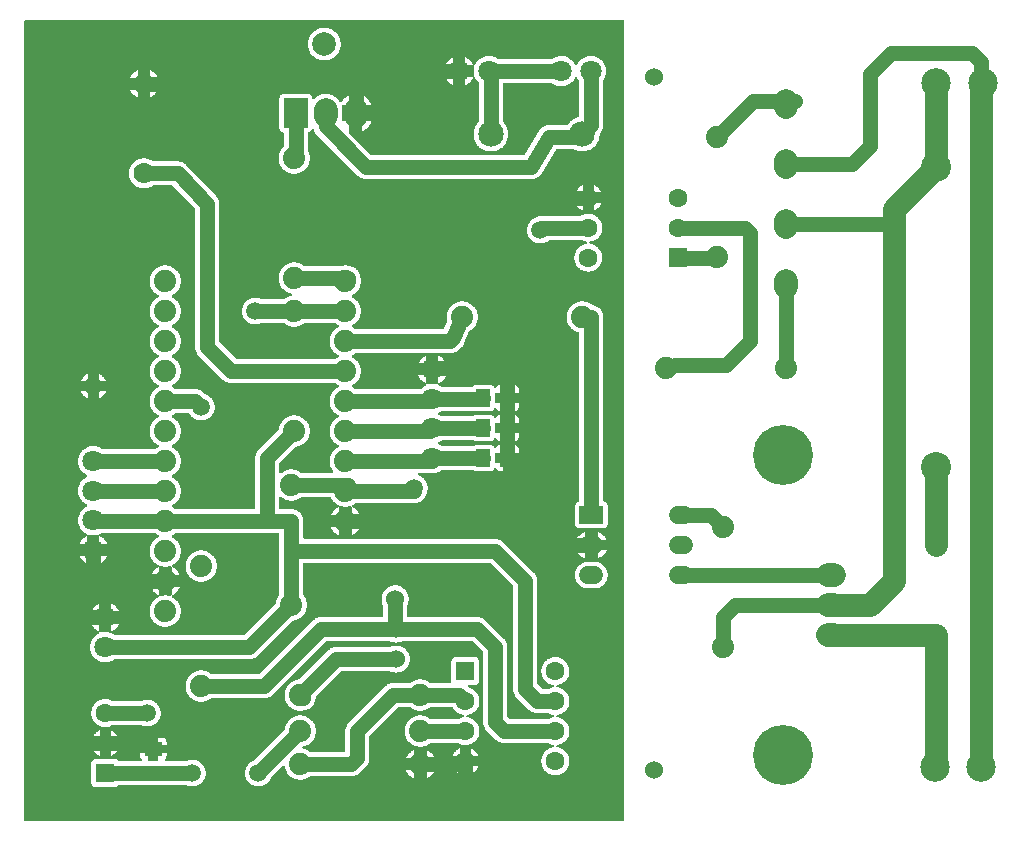
<source format=gbl>
G04 Layer: BottomLayer*
G04 EasyEDA v6.4.0, 2020-08-15T23:10:14+05:30*
G04 5cc65f200d574341adaaee413559fcb0,ac1a8ddbb09a48189df0a8a7e8d705f5,10*
G04 Gerber Generator version 0.2*
G04 Scale: 100 percent, Rotated: No, Reflected: No *
G04 Dimensions in inches *
G04 leading zeros omitted , absolute positions ,2 integer and 4 decimal *
%FSLAX24Y24*%
%MOIN*%
G90*
G70D02*

%ADD11C,0.050000*%
%ADD12C,0.059056*%
%ADD13C,0.060000*%
%ADD15C,0.098425*%
%ADD16C,0.070866*%
%ADD17C,0.074000*%
%ADD18C,0.070000*%
%ADD19C,0.085000*%
%ADD21C,0.200000*%
%ADD22C,0.078740*%
%ADD23C,0.100000*%
%ADD25C,0.062992*%
%ADD26R,0.063000X0.063000*%
%ADD27C,0.063000*%
%ADD28R,0.062992X0.062992*%
%ADD29C,0.080000*%
%ADD30C,0.059055*%
%ADD31C,0.075000*%

%LPD*%
G36*
G01X19965Y26698D02*
G01X35Y26698D01*
G01X29Y26697D01*
G01X24Y26695D01*
G01X14Y26689D01*
G01X10Y26685D01*
G01X4Y26675D01*
G01X2Y26670D01*
G01X1Y26664D01*
G01X1Y35D01*
G01X2Y29D01*
G01X4Y24D01*
G01X10Y14D01*
G01X14Y10D01*
G01X24Y4D01*
G01X29Y2D01*
G01X35Y1D01*
G01X19965Y1D01*
G01X19971Y2D01*
G01X19976Y4D01*
G01X19986Y10D01*
G01X19990Y14D01*
G01X19996Y24D01*
G01X19998Y29D01*
G01X19999Y35D01*
G01X20000Y40D01*
G01X20000Y26659D01*
G01X19999Y26664D01*
G01X19998Y26670D01*
G01X19996Y26675D01*
G01X19990Y26685D01*
G01X19986Y26689D01*
G01X19976Y26695D01*
G01X19971Y26697D01*
G01X19965Y26698D01*
G37*

%LPC*%
G36*
G01X10021Y26445D02*
G01X9978Y26445D01*
G01X9957Y26444D01*
G01X9935Y26442D01*
G01X9914Y26438D01*
G01X9893Y26435D01*
G01X9872Y26430D01*
G01X9852Y26425D01*
G01X9831Y26419D01*
G01X9811Y26411D01*
G01X9791Y26404D01*
G01X9772Y26395D01*
G01X9752Y26386D01*
G01X9733Y26376D01*
G01X9715Y26365D01*
G01X9679Y26341D01*
G01X9662Y26328D01*
G01X9646Y26315D01*
G01X9630Y26301D01*
G01X9614Y26286D01*
G01X9600Y26270D01*
G01X9585Y26254D01*
G01X9572Y26238D01*
G01X9559Y26221D01*
G01X9535Y26185D01*
G01X9524Y26167D01*
G01X9514Y26148D01*
G01X9505Y26128D01*
G01X9496Y26109D01*
G01X9489Y26089D01*
G01X9481Y26069D01*
G01X9475Y26048D01*
G01X9470Y26028D01*
G01X9465Y26007D01*
G01X9461Y25986D01*
G01X9459Y25965D01*
G01X9456Y25943D01*
G01X9455Y25922D01*
G01X9455Y25879D01*
G01X9456Y25858D01*
G01X9459Y25836D01*
G01X9461Y25815D01*
G01X9465Y25794D01*
G01X9470Y25773D01*
G01X9475Y25753D01*
G01X9481Y25732D01*
G01X9489Y25712D01*
G01X9496Y25692D01*
G01X9505Y25673D01*
G01X9514Y25653D01*
G01X9524Y25634D01*
G01X9535Y25616D01*
G01X9559Y25580D01*
G01X9572Y25563D01*
G01X9585Y25547D01*
G01X9600Y25531D01*
G01X9614Y25515D01*
G01X9630Y25501D01*
G01X9646Y25486D01*
G01X9662Y25473D01*
G01X9679Y25460D01*
G01X9715Y25436D01*
G01X9733Y25425D01*
G01X9752Y25415D01*
G01X9772Y25406D01*
G01X9791Y25397D01*
G01X9811Y25390D01*
G01X9831Y25382D01*
G01X9852Y25376D01*
G01X9872Y25371D01*
G01X9893Y25366D01*
G01X9914Y25363D01*
G01X9935Y25359D01*
G01X9957Y25357D01*
G01X9978Y25356D01*
G01X10021Y25356D01*
G01X10042Y25357D01*
G01X10064Y25359D01*
G01X10085Y25363D01*
G01X10106Y25366D01*
G01X10127Y25371D01*
G01X10147Y25376D01*
G01X10168Y25382D01*
G01X10188Y25390D01*
G01X10208Y25397D01*
G01X10227Y25406D01*
G01X10247Y25415D01*
G01X10266Y25425D01*
G01X10284Y25436D01*
G01X10320Y25460D01*
G01X10337Y25473D01*
G01X10353Y25486D01*
G01X10369Y25501D01*
G01X10385Y25515D01*
G01X10400Y25531D01*
G01X10414Y25547D01*
G01X10427Y25563D01*
G01X10440Y25580D01*
G01X10464Y25616D01*
G01X10475Y25634D01*
G01X10485Y25653D01*
G01X10494Y25673D01*
G01X10503Y25692D01*
G01X10510Y25712D01*
G01X10518Y25732D01*
G01X10524Y25753D01*
G01X10529Y25773D01*
G01X10534Y25794D01*
G01X10538Y25815D01*
G01X10540Y25836D01*
G01X10543Y25858D01*
G01X10544Y25879D01*
G01X10544Y25922D01*
G01X10543Y25943D01*
G01X10540Y25965D01*
G01X10538Y25986D01*
G01X10534Y26007D01*
G01X10529Y26028D01*
G01X10524Y26048D01*
G01X10518Y26069D01*
G01X10510Y26089D01*
G01X10503Y26109D01*
G01X10494Y26128D01*
G01X10485Y26148D01*
G01X10475Y26167D01*
G01X10464Y26185D01*
G01X10440Y26221D01*
G01X10427Y26238D01*
G01X10414Y26254D01*
G01X10400Y26270D01*
G01X10385Y26286D01*
G01X10369Y26301D01*
G01X10353Y26315D01*
G01X10337Y26328D01*
G01X10320Y26341D01*
G01X10284Y26365D01*
G01X10266Y26376D01*
G01X10247Y26386D01*
G01X10227Y26395D01*
G01X10208Y26404D01*
G01X10188Y26411D01*
G01X10168Y26419D01*
G01X10147Y26425D01*
G01X10127Y26430D01*
G01X10106Y26435D01*
G01X10085Y26438D01*
G01X10064Y26442D01*
G01X10042Y26444D01*
G01X10021Y26445D01*
G37*
G36*
G01X12989Y1690D02*
G01X12723Y1690D01*
G01X12732Y1670D01*
G01X12752Y1632D01*
G01X12776Y1596D01*
G01X12789Y1579D01*
G01X12802Y1563D01*
G01X12816Y1546D01*
G01X12831Y1531D01*
G01X12847Y1516D01*
G01X12879Y1488D01*
G01X12897Y1476D01*
G01X12914Y1463D01*
G01X12932Y1452D01*
G01X12970Y1432D01*
G01X12989Y1423D01*
G01X12989Y1690D01*
G37*
G36*
G01X13676Y1690D02*
G01X13410Y1690D01*
G01X13410Y1423D01*
G01X13429Y1432D01*
G01X13467Y1452D01*
G01X13485Y1463D01*
G01X13502Y1476D01*
G01X13520Y1488D01*
G01X13552Y1516D01*
G01X13568Y1531D01*
G01X13583Y1546D01*
G01X13597Y1563D01*
G01X13610Y1579D01*
G01X13623Y1596D01*
G01X13647Y1632D01*
G01X13667Y1670D01*
G01X13676Y1690D01*
G37*
G36*
G01X4008Y22089D02*
G01X3988Y22090D01*
G01X3967Y22089D01*
G01X3947Y22088D01*
G01X3927Y22086D01*
G01X3907Y22083D01*
G01X3887Y22079D01*
G01X3868Y22075D01*
G01X3848Y22070D01*
G01X3829Y22064D01*
G01X3791Y22050D01*
G01X3755Y22032D01*
G01X3737Y22022D01*
G01X3720Y22012D01*
G01X3703Y22001D01*
G01X3686Y21989D01*
G01X3671Y21977D01*
G01X3655Y21963D01*
G01X3640Y21950D01*
G01X3626Y21936D01*
G01X3613Y21921D01*
G01X3600Y21905D01*
G01X3587Y21890D01*
G01X3575Y21873D01*
G01X3564Y21856D01*
G01X3554Y21839D01*
G01X3544Y21821D01*
G01X3535Y21803D01*
G01X3527Y21785D01*
G01X3519Y21766D01*
G01X3512Y21747D01*
G01X3506Y21728D01*
G01X3501Y21708D01*
G01X3497Y21689D01*
G01X3493Y21669D01*
G01X3490Y21649D01*
G01X3488Y21629D01*
G01X3487Y21609D01*
G01X3486Y21588D01*
G01X3488Y21548D01*
G01X3490Y21528D01*
G01X3493Y21508D01*
G01X3497Y21488D01*
G01X3501Y21469D01*
G01X3506Y21449D01*
G01X3512Y21430D01*
G01X3519Y21411D01*
G01X3527Y21392D01*
G01X3535Y21374D01*
G01X3544Y21356D01*
G01X3554Y21338D01*
G01X3564Y21321D01*
G01X3575Y21304D01*
G01X3587Y21288D01*
G01X3613Y21256D01*
G01X3626Y21242D01*
G01X3640Y21227D01*
G01X3655Y21213D01*
G01X3671Y21201D01*
G01X3686Y21188D01*
G01X3703Y21176D01*
G01X3720Y21165D01*
G01X3737Y21155D01*
G01X3755Y21145D01*
G01X3773Y21136D01*
G01X3791Y21128D01*
G01X3810Y21120D01*
G01X3829Y21113D01*
G01X3848Y21107D01*
G01X3868Y21102D01*
G01X3887Y21098D01*
G01X3907Y21094D01*
G01X3927Y21091D01*
G01X3947Y21089D01*
G01X3967Y21088D01*
G01X4008Y21088D01*
G01X4029Y21089D01*
G01X4049Y21091D01*
G01X4070Y21094D01*
G01X4090Y21098D01*
G01X4130Y21108D01*
G01X4150Y21115D01*
G01X4169Y21121D01*
G01X4188Y21129D01*
G01X4207Y21138D01*
G01X4243Y21158D01*
G01X4261Y21169D01*
G01X4278Y21180D01*
G01X4283Y21183D01*
G01X4289Y21186D01*
G01X4301Y21188D01*
G01X4922Y21188D01*
G01X4934Y21186D01*
G01X4940Y21183D01*
G01X4946Y21179D01*
G01X4951Y21175D01*
G01X5688Y20401D01*
G01X5694Y20391D01*
G01X5697Y20385D01*
G01X5698Y20379D01*
G01X5698Y15800D01*
G01X5699Y15781D01*
G01X5700Y15763D01*
G01X5702Y15744D01*
G01X5705Y15726D01*
G01X5709Y15708D01*
G01X5719Y15672D01*
G01X5740Y15621D01*
G01X5749Y15604D01*
G01X5759Y15588D01*
G01X5769Y15573D01*
G01X5791Y15543D01*
G01X5803Y15529D01*
G01X6629Y14703D01*
G01X6643Y14691D01*
G01X6673Y14669D01*
G01X6689Y14659D01*
G01X6704Y14649D01*
G01X6721Y14640D01*
G01X6772Y14619D01*
G01X6808Y14609D01*
G01X6826Y14605D01*
G01X6844Y14602D01*
G01X6863Y14600D01*
G01X6881Y14599D01*
G01X6900Y14598D01*
G01X10359Y14598D01*
G01X10366Y14596D01*
G01X10372Y14594D01*
G01X10377Y14590D01*
G01X10398Y14575D01*
G01X10419Y14561D01*
G01X10441Y14547D01*
G01X10463Y14535D01*
G01X10468Y14532D01*
G01X10473Y14528D01*
G01X10481Y14518D01*
G01X10485Y14506D01*
G01X10485Y14493D01*
G01X10481Y14481D01*
G01X10473Y14471D01*
G01X10468Y14467D01*
G01X10463Y14464D01*
G01X10427Y14444D01*
G01X10410Y14433D01*
G01X10393Y14421D01*
G01X10377Y14409D01*
G01X10361Y14396D01*
G01X10331Y14368D01*
G01X10303Y14338D01*
G01X10290Y14322D01*
G01X10278Y14306D01*
G01X10266Y14289D01*
G01X10255Y14272D01*
G01X10235Y14236D01*
G01X10227Y14218D01*
G01X10218Y14199D01*
G01X10204Y14161D01*
G01X10198Y14141D01*
G01X10193Y14121D01*
G01X10185Y14081D01*
G01X10182Y14061D01*
G01X10180Y14040D01*
G01X10178Y14000D01*
G01X10179Y13979D01*
G01X10180Y13959D01*
G01X10182Y13938D01*
G01X10185Y13918D01*
G01X10193Y13878D01*
G01X10198Y13858D01*
G01X10204Y13838D01*
G01X10218Y13800D01*
G01X10227Y13781D01*
G01X10235Y13763D01*
G01X10255Y13727D01*
G01X10266Y13710D01*
G01X10278Y13693D01*
G01X10290Y13677D01*
G01X10303Y13661D01*
G01X10331Y13631D01*
G01X10361Y13603D01*
G01X10377Y13590D01*
G01X10393Y13578D01*
G01X10410Y13566D01*
G01X10427Y13555D01*
G01X10463Y13535D01*
G01X10468Y13532D01*
G01X10473Y13528D01*
G01X10481Y13518D01*
G01X10485Y13506D01*
G01X10485Y13493D01*
G01X10481Y13481D01*
G01X10473Y13471D01*
G01X10468Y13467D01*
G01X10463Y13464D01*
G01X10427Y13444D01*
G01X10410Y13433D01*
G01X10393Y13421D01*
G01X10377Y13409D01*
G01X10361Y13396D01*
G01X10331Y13368D01*
G01X10303Y13338D01*
G01X10290Y13322D01*
G01X10278Y13306D01*
G01X10266Y13289D01*
G01X10255Y13272D01*
G01X10235Y13236D01*
G01X10227Y13218D01*
G01X10218Y13199D01*
G01X10204Y13161D01*
G01X10198Y13141D01*
G01X10193Y13121D01*
G01X10185Y13081D01*
G01X10182Y13061D01*
G01X10180Y13040D01*
G01X10178Y13000D01*
G01X10179Y12979D01*
G01X10180Y12959D01*
G01X10182Y12938D01*
G01X10185Y12918D01*
G01X10193Y12878D01*
G01X10198Y12858D01*
G01X10204Y12838D01*
G01X10218Y12800D01*
G01X10227Y12781D01*
G01X10235Y12763D01*
G01X10255Y12727D01*
G01X10266Y12710D01*
G01X10278Y12693D01*
G01X10290Y12677D01*
G01X10303Y12661D01*
G01X10331Y12631D01*
G01X10361Y12603D01*
G01X10377Y12590D01*
G01X10393Y12578D01*
G01X10410Y12566D01*
G01X10427Y12555D01*
G01X10463Y12535D01*
G01X10468Y12532D01*
G01X10473Y12528D01*
G01X10481Y12518D01*
G01X10485Y12506D01*
G01X10485Y12493D01*
G01X10481Y12481D01*
G01X10473Y12471D01*
G01X10468Y12467D01*
G01X10463Y12464D01*
G01X10427Y12444D01*
G01X10410Y12433D01*
G01X10393Y12421D01*
G01X10377Y12409D01*
G01X10361Y12396D01*
G01X10331Y12368D01*
G01X10303Y12338D01*
G01X10290Y12322D01*
G01X10278Y12306D01*
G01X10266Y12289D01*
G01X10255Y12272D01*
G01X10235Y12236D01*
G01X10227Y12218D01*
G01X10218Y12199D01*
G01X10204Y12161D01*
G01X10198Y12141D01*
G01X10193Y12121D01*
G01X10185Y12081D01*
G01X10182Y12061D01*
G01X10180Y12040D01*
G01X10178Y12000D01*
G01X10179Y11978D01*
G01X10180Y11957D01*
G01X10182Y11936D01*
G01X10185Y11915D01*
G01X10189Y11894D01*
G01X10194Y11873D01*
G01X10200Y11853D01*
G01X10206Y11832D01*
G01X10213Y11812D01*
G01X10221Y11792D01*
G01X10230Y11773D01*
G01X10240Y11754D01*
G01X10250Y11736D01*
G01X10261Y11717D01*
G01X10273Y11700D01*
G01X10299Y11666D01*
G01X10303Y11661D01*
G01X10306Y11654D01*
G01X10308Y11648D01*
G01X10309Y11640D01*
G01X10308Y11635D01*
G01X10307Y11629D01*
G01X10305Y11624D01*
G01X10299Y11614D01*
G01X10295Y11610D01*
G01X10285Y11604D01*
G01X10280Y11602D01*
G01X10274Y11601D01*
G01X9240Y11601D01*
G01X9233Y11603D01*
G01X9227Y11605D01*
G01X9222Y11609D01*
G01X9205Y11621D01*
G01X9189Y11633D01*
G01X9171Y11644D01*
G01X9154Y11654D01*
G01X9136Y11664D01*
G01X9117Y11673D01*
G01X9098Y11681D01*
G01X9080Y11688D01*
G01X9060Y11695D01*
G01X9041Y11701D01*
G01X9001Y11711D01*
G01X8961Y11717D01*
G01X8940Y11719D01*
G01X8900Y11721D01*
G01X8878Y11720D01*
G01X8857Y11719D01*
G01X8836Y11717D01*
G01X8815Y11714D01*
G01X8794Y11710D01*
G01X8773Y11705D01*
G01X8753Y11700D01*
G01X8713Y11686D01*
G01X8693Y11678D01*
G01X8674Y11669D01*
G01X8636Y11649D01*
G01X8618Y11638D01*
G01X8584Y11614D01*
G01X8567Y11601D01*
G01X8561Y11597D01*
G01X8555Y11594D01*
G01X8548Y11592D01*
G01X8536Y11592D01*
G01X8530Y11593D01*
G01X8525Y11595D01*
G01X8515Y11601D01*
G01X8511Y11605D01*
G01X8505Y11615D01*
G01X8503Y11620D01*
G01X8502Y11626D01*
G01X8502Y11924D01*
G01X8503Y11930D01*
G01X8506Y11936D01*
G01X8509Y11941D01*
G01X8513Y11946D01*
G01X9038Y12471D01*
G01X9043Y12475D01*
G01X9055Y12481D01*
G01X9061Y12482D01*
G01X9082Y12485D01*
G01X9122Y12493D01*
G01X9142Y12498D01*
G01X9161Y12504D01*
G01X9199Y12518D01*
G01X9218Y12526D01*
G01X9236Y12536D01*
G01X9255Y12545D01*
G01X9272Y12555D01*
G01X9289Y12567D01*
G01X9306Y12578D01*
G01X9322Y12591D01*
G01X9338Y12603D01*
G01X9368Y12631D01*
G01X9396Y12661D01*
G01X9409Y12677D01*
G01X9421Y12694D01*
G01X9433Y12710D01*
G01X9444Y12728D01*
G01X9454Y12745D01*
G01X9464Y12763D01*
G01X9473Y12782D01*
G01X9481Y12800D01*
G01X9488Y12819D01*
G01X9495Y12839D01*
G01X9501Y12858D01*
G01X9506Y12878D01*
G01X9514Y12918D01*
G01X9517Y12938D01*
G01X9519Y12959D01*
G01X9520Y12979D01*
G01X9521Y13000D01*
G01X9519Y13040D01*
G01X9517Y13061D01*
G01X9514Y13081D01*
G01X9506Y13121D01*
G01X9501Y13141D01*
G01X9495Y13161D01*
G01X9481Y13199D01*
G01X9473Y13218D01*
G01X9464Y13236D01*
G01X9444Y13272D01*
G01X9433Y13289D01*
G01X9421Y13306D01*
G01X9409Y13322D01*
G01X9396Y13338D01*
G01X9368Y13368D01*
G01X9338Y13396D01*
G01X9322Y13409D01*
G01X9306Y13421D01*
G01X9289Y13433D01*
G01X9272Y13444D01*
G01X9236Y13464D01*
G01X9218Y13473D01*
G01X9199Y13481D01*
G01X9180Y13488D01*
G01X9160Y13495D01*
G01X9141Y13501D01*
G01X9101Y13511D01*
G01X9061Y13517D01*
G01X9040Y13519D01*
G01X9000Y13521D01*
G01X8979Y13520D01*
G01X8959Y13519D01*
G01X8938Y13517D01*
G01X8898Y13511D01*
G01X8858Y13501D01*
G01X8839Y13495D01*
G01X8819Y13488D01*
G01X8800Y13481D01*
G01X8781Y13473D01*
G01X8763Y13464D01*
G01X8727Y13444D01*
G01X8710Y13433D01*
G01X8693Y13421D01*
G01X8677Y13409D01*
G01X8661Y13396D01*
G01X8631Y13368D01*
G01X8603Y13338D01*
G01X8591Y13322D01*
G01X8578Y13306D01*
G01X8545Y13255D01*
G01X8535Y13236D01*
G01X8527Y13218D01*
G01X8518Y13199D01*
G01X8504Y13161D01*
G01X8498Y13142D01*
G01X8493Y13122D01*
G01X8485Y13082D01*
G01X8482Y13061D01*
G01X8481Y13055D01*
G01X8475Y13043D01*
G01X8471Y13038D01*
G01X7804Y12371D01*
G01X7792Y12357D01*
G01X7770Y12327D01*
G01X7760Y12311D01*
G01X7750Y12296D01*
G01X7742Y12279D01*
G01X7734Y12263D01*
G01X7727Y12245D01*
G01X7720Y12228D01*
G01X7710Y12192D01*
G01X7706Y12174D01*
G01X7703Y12156D01*
G01X7701Y12138D01*
G01X7700Y12119D01*
G01X7700Y10440D01*
G01X7699Y10435D01*
G01X7698Y10429D01*
G01X7696Y10424D01*
G01X7690Y10414D01*
G01X7686Y10410D01*
G01X7676Y10404D01*
G01X7671Y10402D01*
G01X7665Y10401D01*
G01X5040Y10401D01*
G01X5033Y10403D01*
G01X5027Y10405D01*
G01X5022Y10409D01*
G01X5001Y10424D01*
G01X4980Y10438D01*
G01X4958Y10452D01*
G01X4936Y10464D01*
G01X4931Y10467D01*
G01X4926Y10471D01*
G01X4918Y10481D01*
G01X4914Y10493D01*
G01X4914Y10506D01*
G01X4918Y10518D01*
G01X4926Y10528D01*
G01X4931Y10532D01*
G01X4936Y10535D01*
G01X4972Y10555D01*
G01X4989Y10566D01*
G01X5006Y10578D01*
G01X5022Y10590D01*
G01X5038Y10603D01*
G01X5068Y10631D01*
G01X5096Y10661D01*
G01X5109Y10677D01*
G01X5121Y10693D01*
G01X5133Y10710D01*
G01X5144Y10727D01*
G01X5164Y10763D01*
G01X5172Y10781D01*
G01X5181Y10800D01*
G01X5195Y10838D01*
G01X5201Y10858D01*
G01X5206Y10878D01*
G01X5214Y10918D01*
G01X5217Y10938D01*
G01X5219Y10959D01*
G01X5220Y10979D01*
G01X5221Y11000D01*
G01X5219Y11040D01*
G01X5217Y11061D01*
G01X5214Y11081D01*
G01X5206Y11121D01*
G01X5201Y11141D01*
G01X5195Y11161D01*
G01X5181Y11199D01*
G01X5172Y11218D01*
G01X5164Y11236D01*
G01X5144Y11272D01*
G01X5133Y11289D01*
G01X5121Y11306D01*
G01X5109Y11322D01*
G01X5096Y11338D01*
G01X5068Y11368D01*
G01X5038Y11396D01*
G01X5022Y11409D01*
G01X5006Y11421D01*
G01X4989Y11433D01*
G01X4972Y11444D01*
G01X4936Y11464D01*
G01X4931Y11467D01*
G01X4926Y11471D01*
G01X4918Y11481D01*
G01X4914Y11493D01*
G01X4914Y11506D01*
G01X4918Y11518D01*
G01X4926Y11528D01*
G01X4931Y11532D01*
G01X4936Y11535D01*
G01X4972Y11555D01*
G01X4989Y11566D01*
G01X5006Y11578D01*
G01X5022Y11590D01*
G01X5038Y11603D01*
G01X5068Y11631D01*
G01X5096Y11661D01*
G01X5109Y11677D01*
G01X5121Y11693D01*
G01X5133Y11710D01*
G01X5144Y11727D01*
G01X5164Y11763D01*
G01X5172Y11781D01*
G01X5181Y11800D01*
G01X5195Y11838D01*
G01X5201Y11858D01*
G01X5206Y11878D01*
G01X5214Y11918D01*
G01X5217Y11938D01*
G01X5219Y11959D01*
G01X5220Y11979D01*
G01X5221Y12000D01*
G01X5219Y12040D01*
G01X5217Y12061D01*
G01X5214Y12081D01*
G01X5206Y12121D01*
G01X5201Y12141D01*
G01X5195Y12161D01*
G01X5181Y12199D01*
G01X5172Y12218D01*
G01X5164Y12236D01*
G01X5144Y12272D01*
G01X5133Y12289D01*
G01X5121Y12306D01*
G01X5109Y12322D01*
G01X5096Y12338D01*
G01X5068Y12368D01*
G01X5038Y12396D01*
G01X5022Y12409D01*
G01X5006Y12421D01*
G01X4989Y12433D01*
G01X4972Y12444D01*
G01X4936Y12464D01*
G01X4931Y12467D01*
G01X4926Y12471D01*
G01X4918Y12481D01*
G01X4914Y12493D01*
G01X4914Y12506D01*
G01X4918Y12518D01*
G01X4926Y12528D01*
G01X4931Y12532D01*
G01X4936Y12535D01*
G01X4972Y12555D01*
G01X4989Y12566D01*
G01X5006Y12578D01*
G01X5022Y12590D01*
G01X5038Y12603D01*
G01X5068Y12631D01*
G01X5096Y12661D01*
G01X5109Y12677D01*
G01X5121Y12693D01*
G01X5133Y12710D01*
G01X5144Y12727D01*
G01X5164Y12763D01*
G01X5172Y12781D01*
G01X5181Y12800D01*
G01X5195Y12838D01*
G01X5201Y12858D01*
G01X5206Y12878D01*
G01X5214Y12918D01*
G01X5217Y12938D01*
G01X5219Y12959D01*
G01X5220Y12979D01*
G01X5221Y13000D01*
G01X5219Y13040D01*
G01X5217Y13061D01*
G01X5214Y13081D01*
G01X5206Y13121D01*
G01X5201Y13141D01*
G01X5195Y13161D01*
G01X5181Y13199D01*
G01X5172Y13218D01*
G01X5164Y13236D01*
G01X5144Y13272D01*
G01X5133Y13289D01*
G01X5121Y13306D01*
G01X5109Y13322D01*
G01X5096Y13338D01*
G01X5068Y13368D01*
G01X5038Y13396D01*
G01X5022Y13409D01*
G01X5006Y13421D01*
G01X4989Y13433D01*
G01X4972Y13444D01*
G01X4936Y13464D01*
G01X4931Y13467D01*
G01X4926Y13471D01*
G01X4918Y13481D01*
G01X4914Y13493D01*
G01X4914Y13506D01*
G01X4918Y13518D01*
G01X4926Y13528D01*
G01X4931Y13532D01*
G01X4936Y13535D01*
G01X4958Y13547D01*
G01X4980Y13561D01*
G01X5001Y13575D01*
G01X5022Y13590D01*
G01X5027Y13594D01*
G01X5033Y13596D01*
G01X5040Y13598D01*
G01X5483Y13598D01*
G01X5489Y13597D01*
G01X5494Y13594D01*
G01X5500Y13592D01*
G01X5505Y13588D01*
G01X5509Y13583D01*
G01X5512Y13578D01*
G01X5522Y13561D01*
G01X5544Y13529D01*
G01X5556Y13514D01*
G01X5569Y13499D01*
G01X5597Y13471D01*
G01X5611Y13459D01*
G01X5627Y13446D01*
G01X5675Y13413D01*
G01X5693Y13404D01*
G01X5710Y13396D01*
G01X5746Y13380D01*
G01X5765Y13374D01*
G01X5784Y13369D01*
G01X5802Y13364D01*
G01X5822Y13360D01*
G01X5841Y13357D01*
G01X5860Y13355D01*
G01X5900Y13353D01*
G01X5918Y13354D01*
G01X5937Y13355D01*
G01X5956Y13357D01*
G01X5975Y13360D01*
G01X5993Y13363D01*
G01X6012Y13368D01*
G01X6030Y13373D01*
G01X6048Y13379D01*
G01X6066Y13386D01*
G01X6083Y13393D01*
G01X6101Y13401D01*
G01X6117Y13410D01*
G01X6134Y13419D01*
G01X6150Y13430D01*
G01X6180Y13452D01*
G01X6194Y13465D01*
G01X6208Y13477D01*
G01X6222Y13491D01*
G01X6235Y13505D01*
G01X6247Y13519D01*
G01X6258Y13534D01*
G01X6269Y13550D01*
G01X6280Y13565D01*
G01X6289Y13582D01*
G01X6298Y13598D01*
G01X6306Y13616D01*
G01X6314Y13633D01*
G01X6326Y13669D01*
G01X6336Y13705D01*
G01X6342Y13743D01*
G01X6344Y13762D01*
G01X6345Y13780D01*
G01X6346Y13800D01*
G01X6344Y13838D01*
G01X6342Y13858D01*
G01X6339Y13877D01*
G01X6331Y13915D01*
G01X6325Y13934D01*
G01X6319Y13952D01*
G01X6312Y13970D01*
G01X6304Y13988D01*
G01X6296Y14005D01*
G01X6286Y14023D01*
G01X6276Y14039D01*
G01X6254Y14071D01*
G01X6242Y14086D01*
G01X6229Y14101D01*
G01X6215Y14115D01*
G01X6187Y14141D01*
G01X6172Y14153D01*
G01X6156Y14165D01*
G01X6140Y14176D01*
G01X6123Y14186D01*
G01X6089Y14204D01*
G01X6071Y14211D01*
G01X6053Y14219D01*
G01X6047Y14221D01*
G01X6043Y14224D01*
G01X6038Y14228D01*
G01X5970Y14296D01*
G01X5956Y14308D01*
G01X5926Y14330D01*
G01X5910Y14340D01*
G01X5895Y14350D01*
G01X5878Y14359D01*
G01X5827Y14380D01*
G01X5791Y14390D01*
G01X5773Y14394D01*
G01X5755Y14397D01*
G01X5736Y14399D01*
G01X5700Y14401D01*
G01X5040Y14401D01*
G01X5033Y14403D01*
G01X5027Y14405D01*
G01X5022Y14409D01*
G01X5001Y14424D01*
G01X4980Y14438D01*
G01X4958Y14452D01*
G01X4936Y14464D01*
G01X4931Y14467D01*
G01X4926Y14471D01*
G01X4918Y14481D01*
G01X4914Y14493D01*
G01X4914Y14506D01*
G01X4918Y14518D01*
G01X4926Y14528D01*
G01X4931Y14532D01*
G01X4936Y14535D01*
G01X4972Y14555D01*
G01X4989Y14566D01*
G01X5006Y14578D01*
G01X5022Y14590D01*
G01X5038Y14603D01*
G01X5068Y14631D01*
G01X5096Y14661D01*
G01X5109Y14677D01*
G01X5121Y14693D01*
G01X5133Y14710D01*
G01X5144Y14727D01*
G01X5164Y14763D01*
G01X5172Y14781D01*
G01X5181Y14800D01*
G01X5195Y14838D01*
G01X5201Y14858D01*
G01X5206Y14878D01*
G01X5214Y14918D01*
G01X5217Y14938D01*
G01X5219Y14959D01*
G01X5220Y14979D01*
G01X5221Y15000D01*
G01X5219Y15040D01*
G01X5217Y15061D01*
G01X5214Y15081D01*
G01X5206Y15121D01*
G01X5201Y15141D01*
G01X5195Y15161D01*
G01X5181Y15199D01*
G01X5172Y15218D01*
G01X5164Y15236D01*
G01X5144Y15272D01*
G01X5133Y15289D01*
G01X5121Y15306D01*
G01X5109Y15322D01*
G01X5096Y15338D01*
G01X5068Y15368D01*
G01X5038Y15396D01*
G01X5022Y15409D01*
G01X5006Y15421D01*
G01X4989Y15433D01*
G01X4972Y15444D01*
G01X4936Y15464D01*
G01X4931Y15467D01*
G01X4926Y15471D01*
G01X4918Y15481D01*
G01X4914Y15493D01*
G01X4914Y15506D01*
G01X4918Y15518D01*
G01X4926Y15528D01*
G01X4931Y15532D01*
G01X4936Y15535D01*
G01X4972Y15555D01*
G01X4989Y15566D01*
G01X5006Y15578D01*
G01X5022Y15590D01*
G01X5038Y15603D01*
G01X5068Y15631D01*
G01X5096Y15661D01*
G01X5109Y15677D01*
G01X5121Y15693D01*
G01X5133Y15710D01*
G01X5144Y15727D01*
G01X5164Y15763D01*
G01X5172Y15781D01*
G01X5181Y15800D01*
G01X5195Y15838D01*
G01X5201Y15858D01*
G01X5206Y15878D01*
G01X5214Y15918D01*
G01X5217Y15938D01*
G01X5219Y15959D01*
G01X5220Y15979D01*
G01X5221Y16000D01*
G01X5219Y16040D01*
G01X5217Y16061D01*
G01X5214Y16081D01*
G01X5206Y16121D01*
G01X5201Y16141D01*
G01X5195Y16161D01*
G01X5181Y16199D01*
G01X5172Y16218D01*
G01X5164Y16236D01*
G01X5144Y16272D01*
G01X5133Y16289D01*
G01X5121Y16306D01*
G01X5109Y16322D01*
G01X5096Y16338D01*
G01X5068Y16368D01*
G01X5038Y16396D01*
G01X5022Y16409D01*
G01X5006Y16421D01*
G01X4989Y16433D01*
G01X4972Y16444D01*
G01X4936Y16464D01*
G01X4931Y16467D01*
G01X4926Y16471D01*
G01X4918Y16481D01*
G01X4914Y16493D01*
G01X4914Y16506D01*
G01X4918Y16518D01*
G01X4926Y16528D01*
G01X4931Y16532D01*
G01X4936Y16535D01*
G01X4972Y16555D01*
G01X4989Y16566D01*
G01X5006Y16578D01*
G01X5022Y16590D01*
G01X5038Y16603D01*
G01X5068Y16631D01*
G01X5096Y16661D01*
G01X5109Y16677D01*
G01X5121Y16693D01*
G01X5133Y16710D01*
G01X5144Y16727D01*
G01X5164Y16763D01*
G01X5172Y16781D01*
G01X5181Y16800D01*
G01X5195Y16838D01*
G01X5201Y16858D01*
G01X5206Y16878D01*
G01X5214Y16918D01*
G01X5217Y16938D01*
G01X5219Y16959D01*
G01X5220Y16979D01*
G01X5221Y17000D01*
G01X5219Y17040D01*
G01X5217Y17061D01*
G01X5214Y17081D01*
G01X5206Y17121D01*
G01X5201Y17141D01*
G01X5195Y17161D01*
G01X5181Y17199D01*
G01X5172Y17218D01*
G01X5164Y17236D01*
G01X5144Y17272D01*
G01X5133Y17289D01*
G01X5121Y17306D01*
G01X5109Y17322D01*
G01X5096Y17338D01*
G01X5068Y17368D01*
G01X5038Y17396D01*
G01X5022Y17409D01*
G01X5006Y17421D01*
G01X4989Y17433D01*
G01X4972Y17444D01*
G01X4936Y17464D01*
G01X4931Y17467D01*
G01X4926Y17471D01*
G01X4918Y17481D01*
G01X4914Y17493D01*
G01X4914Y17506D01*
G01X4918Y17518D01*
G01X4926Y17528D01*
G01X4931Y17532D01*
G01X4936Y17535D01*
G01X4972Y17555D01*
G01X4989Y17566D01*
G01X5006Y17578D01*
G01X5022Y17590D01*
G01X5038Y17603D01*
G01X5068Y17631D01*
G01X5096Y17661D01*
G01X5109Y17677D01*
G01X5121Y17693D01*
G01X5133Y17710D01*
G01X5144Y17727D01*
G01X5164Y17763D01*
G01X5172Y17781D01*
G01X5181Y17800D01*
G01X5195Y17838D01*
G01X5201Y17858D01*
G01X5206Y17878D01*
G01X5214Y17918D01*
G01X5217Y17938D01*
G01X5219Y17959D01*
G01X5220Y17979D01*
G01X5221Y18000D01*
G01X5219Y18040D01*
G01X5217Y18061D01*
G01X5214Y18081D01*
G01X5206Y18121D01*
G01X5201Y18141D01*
G01X5195Y18161D01*
G01X5181Y18199D01*
G01X5173Y18218D01*
G01X5164Y18236D01*
G01X5144Y18272D01*
G01X5133Y18289D01*
G01X5121Y18306D01*
G01X5109Y18322D01*
G01X5096Y18338D01*
G01X5068Y18368D01*
G01X5038Y18396D01*
G01X5022Y18409D01*
G01X5006Y18421D01*
G01X4989Y18433D01*
G01X4972Y18444D01*
G01X4936Y18464D01*
G01X4918Y18473D01*
G01X4899Y18481D01*
G01X4880Y18488D01*
G01X4860Y18495D01*
G01X4841Y18501D01*
G01X4801Y18511D01*
G01X4761Y18517D01*
G01X4740Y18519D01*
G01X4700Y18521D01*
G01X4679Y18520D01*
G01X4659Y18519D01*
G01X4638Y18517D01*
G01X4598Y18511D01*
G01X4558Y18501D01*
G01X4539Y18495D01*
G01X4519Y18488D01*
G01X4500Y18481D01*
G01X4481Y18473D01*
G01X4463Y18464D01*
G01X4427Y18444D01*
G01X4410Y18433D01*
G01X4393Y18421D01*
G01X4377Y18409D01*
G01X4361Y18396D01*
G01X4331Y18368D01*
G01X4303Y18338D01*
G01X4290Y18322D01*
G01X4278Y18306D01*
G01X4266Y18289D01*
G01X4255Y18272D01*
G01X4235Y18236D01*
G01X4226Y18218D01*
G01X4218Y18199D01*
G01X4204Y18161D01*
G01X4198Y18141D01*
G01X4193Y18121D01*
G01X4185Y18081D01*
G01X4182Y18061D01*
G01X4180Y18040D01*
G01X4178Y18000D01*
G01X4179Y17979D01*
G01X4180Y17959D01*
G01X4182Y17938D01*
G01X4185Y17918D01*
G01X4193Y17878D01*
G01X4198Y17858D01*
G01X4204Y17838D01*
G01X4218Y17800D01*
G01X4227Y17781D01*
G01X4235Y17763D01*
G01X4255Y17727D01*
G01X4266Y17710D01*
G01X4278Y17693D01*
G01X4290Y17677D01*
G01X4303Y17661D01*
G01X4331Y17631D01*
G01X4361Y17603D01*
G01X4377Y17590D01*
G01X4393Y17578D01*
G01X4410Y17566D01*
G01X4427Y17555D01*
G01X4463Y17535D01*
G01X4468Y17532D01*
G01X4473Y17528D01*
G01X4481Y17518D01*
G01X4485Y17506D01*
G01X4485Y17493D01*
G01X4481Y17481D01*
G01X4473Y17471D01*
G01X4468Y17467D01*
G01X4463Y17464D01*
G01X4427Y17444D01*
G01X4410Y17433D01*
G01X4393Y17421D01*
G01X4377Y17409D01*
G01X4361Y17396D01*
G01X4331Y17368D01*
G01X4303Y17338D01*
G01X4290Y17322D01*
G01X4278Y17306D01*
G01X4266Y17289D01*
G01X4255Y17272D01*
G01X4235Y17236D01*
G01X4227Y17218D01*
G01X4218Y17199D01*
G01X4204Y17161D01*
G01X4198Y17141D01*
G01X4193Y17121D01*
G01X4185Y17081D01*
G01X4182Y17061D01*
G01X4180Y17040D01*
G01X4178Y17000D01*
G01X4179Y16979D01*
G01X4180Y16959D01*
G01X4182Y16938D01*
G01X4185Y16918D01*
G01X4193Y16878D01*
G01X4198Y16858D01*
G01X4204Y16838D01*
G01X4218Y16800D01*
G01X4227Y16781D01*
G01X4235Y16763D01*
G01X4255Y16727D01*
G01X4266Y16710D01*
G01X4278Y16693D01*
G01X4290Y16677D01*
G01X4303Y16661D01*
G01X4331Y16631D01*
G01X4361Y16603D01*
G01X4377Y16590D01*
G01X4393Y16578D01*
G01X4410Y16566D01*
G01X4427Y16555D01*
G01X4463Y16535D01*
G01X4468Y16532D01*
G01X4473Y16528D01*
G01X4481Y16518D01*
G01X4485Y16506D01*
G01X4485Y16493D01*
G01X4481Y16481D01*
G01X4473Y16471D01*
G01X4468Y16467D01*
G01X4463Y16464D01*
G01X4427Y16444D01*
G01X4410Y16433D01*
G01X4393Y16421D01*
G01X4377Y16409D01*
G01X4361Y16396D01*
G01X4331Y16368D01*
G01X4303Y16338D01*
G01X4290Y16322D01*
G01X4278Y16306D01*
G01X4266Y16289D01*
G01X4255Y16272D01*
G01X4235Y16236D01*
G01X4227Y16218D01*
G01X4218Y16199D01*
G01X4204Y16161D01*
G01X4198Y16141D01*
G01X4193Y16121D01*
G01X4185Y16081D01*
G01X4182Y16061D01*
G01X4180Y16040D01*
G01X4178Y16000D01*
G01X4179Y15979D01*
G01X4180Y15959D01*
G01X4182Y15938D01*
G01X4185Y15918D01*
G01X4193Y15878D01*
G01X4198Y15858D01*
G01X4204Y15838D01*
G01X4218Y15800D01*
G01X4227Y15781D01*
G01X4235Y15763D01*
G01X4255Y15727D01*
G01X4266Y15710D01*
G01X4278Y15693D01*
G01X4290Y15677D01*
G01X4303Y15661D01*
G01X4331Y15631D01*
G01X4361Y15603D01*
G01X4377Y15590D01*
G01X4393Y15578D01*
G01X4410Y15566D01*
G01X4427Y15555D01*
G01X4463Y15535D01*
G01X4468Y15532D01*
G01X4473Y15528D01*
G01X4481Y15518D01*
G01X4485Y15506D01*
G01X4485Y15493D01*
G01X4481Y15481D01*
G01X4473Y15471D01*
G01X4468Y15467D01*
G01X4463Y15464D01*
G01X4427Y15444D01*
G01X4410Y15433D01*
G01X4393Y15421D01*
G01X4377Y15409D01*
G01X4361Y15396D01*
G01X4331Y15368D01*
G01X4303Y15338D01*
G01X4290Y15322D01*
G01X4278Y15306D01*
G01X4266Y15289D01*
G01X4255Y15272D01*
G01X4235Y15236D01*
G01X4227Y15218D01*
G01X4218Y15199D01*
G01X4204Y15161D01*
G01X4198Y15141D01*
G01X4193Y15121D01*
G01X4185Y15081D01*
G01X4182Y15061D01*
G01X4180Y15040D01*
G01X4178Y15000D01*
G01X4179Y14979D01*
G01X4180Y14959D01*
G01X4182Y14938D01*
G01X4185Y14918D01*
G01X4193Y14878D01*
G01X4198Y14858D01*
G01X4204Y14838D01*
G01X4218Y14800D01*
G01X4227Y14781D01*
G01X4235Y14763D01*
G01X4255Y14727D01*
G01X4266Y14710D01*
G01X4278Y14693D01*
G01X4290Y14677D01*
G01X4303Y14661D01*
G01X4331Y14631D01*
G01X4361Y14603D01*
G01X4377Y14590D01*
G01X4393Y14578D01*
G01X4410Y14566D01*
G01X4427Y14555D01*
G01X4463Y14535D01*
G01X4468Y14532D01*
G01X4473Y14528D01*
G01X4481Y14518D01*
G01X4485Y14506D01*
G01X4485Y14493D01*
G01X4481Y14481D01*
G01X4473Y14471D01*
G01X4468Y14467D01*
G01X4463Y14464D01*
G01X4427Y14444D01*
G01X4410Y14433D01*
G01X4393Y14421D01*
G01X4377Y14409D01*
G01X4361Y14396D01*
G01X4331Y14368D01*
G01X4303Y14338D01*
G01X4290Y14322D01*
G01X4278Y14306D01*
G01X4266Y14289D01*
G01X4255Y14272D01*
G01X4235Y14236D01*
G01X4227Y14218D01*
G01X4218Y14199D01*
G01X4204Y14161D01*
G01X4198Y14141D01*
G01X4193Y14121D01*
G01X4185Y14081D01*
G01X4182Y14061D01*
G01X4180Y14040D01*
G01X4178Y14000D01*
G01X4179Y13979D01*
G01X4180Y13959D01*
G01X4182Y13938D01*
G01X4185Y13918D01*
G01X4193Y13878D01*
G01X4198Y13858D01*
G01X4204Y13838D01*
G01X4218Y13800D01*
G01X4227Y13781D01*
G01X4235Y13763D01*
G01X4255Y13727D01*
G01X4266Y13710D01*
G01X4278Y13693D01*
G01X4290Y13677D01*
G01X4303Y13661D01*
G01X4331Y13631D01*
G01X4361Y13603D01*
G01X4377Y13590D01*
G01X4393Y13578D01*
G01X4410Y13566D01*
G01X4427Y13555D01*
G01X4463Y13535D01*
G01X4468Y13532D01*
G01X4473Y13528D01*
G01X4481Y13518D01*
G01X4485Y13506D01*
G01X4485Y13493D01*
G01X4481Y13481D01*
G01X4473Y13471D01*
G01X4468Y13467D01*
G01X4463Y13464D01*
G01X4427Y13444D01*
G01X4410Y13433D01*
G01X4393Y13421D01*
G01X4377Y13409D01*
G01X4361Y13396D01*
G01X4331Y13368D01*
G01X4303Y13338D01*
G01X4290Y13322D01*
G01X4278Y13306D01*
G01X4266Y13289D01*
G01X4255Y13272D01*
G01X4235Y13236D01*
G01X4227Y13218D01*
G01X4218Y13199D01*
G01X4204Y13161D01*
G01X4198Y13141D01*
G01X4193Y13121D01*
G01X4185Y13081D01*
G01X4182Y13061D01*
G01X4180Y13040D01*
G01X4178Y13000D01*
G01X4179Y12979D01*
G01X4180Y12959D01*
G01X4182Y12938D01*
G01X4185Y12918D01*
G01X4193Y12878D01*
G01X4198Y12858D01*
G01X4204Y12838D01*
G01X4218Y12800D01*
G01X4227Y12781D01*
G01X4235Y12763D01*
G01X4255Y12727D01*
G01X4266Y12710D01*
G01X4278Y12693D01*
G01X4290Y12677D01*
G01X4303Y12661D01*
G01X4331Y12631D01*
G01X4361Y12603D01*
G01X4377Y12590D01*
G01X4393Y12578D01*
G01X4410Y12566D01*
G01X4427Y12555D01*
G01X4463Y12535D01*
G01X4468Y12532D01*
G01X4473Y12528D01*
G01X4481Y12518D01*
G01X4485Y12506D01*
G01X4485Y12493D01*
G01X4481Y12481D01*
G01X4473Y12471D01*
G01X4468Y12467D01*
G01X4463Y12464D01*
G01X4441Y12452D01*
G01X4419Y12438D01*
G01X4398Y12424D01*
G01X4377Y12409D01*
G01X4372Y12405D01*
G01X4366Y12403D01*
G01X4359Y12401D01*
G01X2614Y12401D01*
G01X2602Y12405D01*
G01X2597Y12408D01*
G01X2561Y12432D01*
G01X2543Y12442D01*
G01X2524Y12452D01*
G01X2505Y12461D01*
G01X2486Y12469D01*
G01X2466Y12477D01*
G01X2446Y12483D01*
G01X2425Y12489D01*
G01X2405Y12494D01*
G01X2384Y12498D01*
G01X2363Y12501D01*
G01X2342Y12503D01*
G01X2300Y12505D01*
G01X2279Y12505D01*
G01X2239Y12501D01*
G01X2218Y12498D01*
G01X2198Y12495D01*
G01X2178Y12490D01*
G01X2159Y12485D01*
G01X2139Y12479D01*
G01X2120Y12472D01*
G01X2102Y12464D01*
G01X2083Y12456D01*
G01X2065Y12447D01*
G01X2047Y12437D01*
G01X2013Y12415D01*
G01X1996Y12403D01*
G01X1980Y12391D01*
G01X1964Y12378D01*
G01X1950Y12364D01*
G01X1935Y12350D01*
G01X1921Y12334D01*
G01X1908Y12319D01*
G01X1896Y12303D01*
G01X1872Y12269D01*
G01X1862Y12252D01*
G01X1852Y12234D01*
G01X1843Y12216D01*
G01X1835Y12198D01*
G01X1827Y12179D01*
G01X1820Y12159D01*
G01X1814Y12140D01*
G01X1809Y12121D01*
G01X1804Y12101D01*
G01X1801Y12080D01*
G01X1798Y12061D01*
G01X1796Y12040D01*
G01X1794Y12020D01*
G01X1794Y11979D01*
G01X1798Y11939D01*
G01X1801Y11919D01*
G01X1804Y11898D01*
G01X1809Y11879D01*
G01X1814Y11859D01*
G01X1820Y11840D01*
G01X1827Y11821D01*
G01X1835Y11801D01*
G01X1843Y11783D01*
G01X1852Y11765D01*
G01X1862Y11747D01*
G01X1872Y11730D01*
G01X1884Y11713D01*
G01X1895Y11696D01*
G01X1908Y11680D01*
G01X1921Y11665D01*
G01X1949Y11635D01*
G01X1964Y11621D01*
G01X1980Y11608D01*
G01X2012Y11584D01*
G01X2029Y11573D01*
G01X2047Y11562D01*
G01X2064Y11552D01*
G01X2088Y11540D01*
G01X2093Y11536D01*
G01X2101Y11526D01*
G01X2103Y11520D01*
G01X2105Y11513D01*
G01X2105Y11501D01*
G01X2103Y11494D01*
G01X2101Y11488D01*
G01X2093Y11478D01*
G01X2088Y11474D01*
G01X2064Y11462D01*
G01X2047Y11452D01*
G01X2029Y11442D01*
G01X2012Y11430D01*
G01X1980Y11406D01*
G01X1964Y11392D01*
G01X1949Y11379D01*
G01X1935Y11364D01*
G01X1921Y11350D01*
G01X1895Y11318D01*
G01X1884Y11301D01*
G01X1872Y11284D01*
G01X1862Y11267D01*
G01X1852Y11249D01*
G01X1843Y11231D01*
G01X1835Y11213D01*
G01X1827Y11194D01*
G01X1820Y11175D01*
G01X1814Y11155D01*
G01X1804Y11115D01*
G01X1801Y11096D01*
G01X1798Y11075D01*
G01X1794Y11035D01*
G01X1794Y10994D01*
G01X1798Y10954D01*
G01X1804Y10914D01*
G01X1814Y10874D01*
G01X1820Y10855D01*
G01X1827Y10836D01*
G01X1843Y10798D01*
G01X1852Y10780D01*
G01X1861Y10763D01*
G01X1872Y10745D01*
G01X1883Y10728D01*
G01X1895Y10711D01*
G01X1907Y10696D01*
G01X1921Y10680D01*
G01X1934Y10665D01*
G01X1964Y10637D01*
G01X1979Y10624D01*
G01X1995Y10611D01*
G01X2011Y10599D01*
G01X2028Y10588D01*
G01X2064Y10568D01*
G01X2081Y10559D01*
G01X2087Y10555D01*
G01X2092Y10551D01*
G01X2100Y10541D01*
G01X2104Y10529D01*
G01X2104Y10516D01*
G01X2100Y10504D01*
G01X2096Y10498D01*
G01X2092Y10494D01*
G01X2087Y10490D01*
G01X2081Y10486D01*
G01X2064Y10477D01*
G01X2028Y10457D01*
G01X2011Y10446D01*
G01X1995Y10434D01*
G01X1979Y10421D01*
G01X1964Y10408D01*
G01X1934Y10380D01*
G01X1921Y10365D01*
G01X1907Y10350D01*
G01X1895Y10334D01*
G01X1883Y10317D01*
G01X1872Y10300D01*
G01X1861Y10282D01*
G01X1852Y10265D01*
G01X1843Y10247D01*
G01X1827Y10209D01*
G01X1820Y10190D01*
G01X1814Y10171D01*
G01X1804Y10131D01*
G01X1798Y10091D01*
G01X1794Y10051D01*
G01X1794Y10010D01*
G01X1798Y9970D01*
G01X1804Y9930D01*
G01X1814Y9890D01*
G01X1820Y9871D01*
G01X1827Y9852D01*
G01X1843Y9814D01*
G01X1861Y9778D01*
G01X1883Y9744D01*
G01X1895Y9728D01*
G01X1907Y9711D01*
G01X1921Y9696D01*
G01X1934Y9681D01*
G01X1964Y9653D01*
G01X1979Y9640D01*
G01X1995Y9627D01*
G01X2011Y9615D01*
G01X2028Y9604D01*
G01X2064Y9584D01*
G01X2081Y9575D01*
G01X2087Y9571D01*
G01X2092Y9567D01*
G01X2096Y9563D01*
G01X2100Y9557D01*
G01X2104Y9545D01*
G01X2104Y9532D01*
G01X2107Y9536D01*
G01X2111Y9540D01*
G01X2116Y9544D01*
G01X2126Y9548D01*
G01X2132Y9550D01*
G01X2137Y9550D01*
G01X2149Y9548D01*
G01X2170Y9542D01*
G01X2191Y9537D01*
G01X2213Y9533D01*
G01X2234Y9529D01*
G01X2256Y9527D01*
G01X2300Y9525D01*
G01X2321Y9526D01*
G01X2343Y9527D01*
G01X2365Y9529D01*
G01X2386Y9533D01*
G01X2408Y9537D01*
G01X2429Y9542D01*
G01X2450Y9548D01*
G01X2462Y9550D01*
G01X2467Y9550D01*
G01X2473Y9548D01*
G01X2483Y9544D01*
G01X2488Y9540D01*
G01X2492Y9536D01*
G01X2495Y9532D01*
G01X2495Y9545D01*
G01X2499Y9557D01*
G01X2503Y9563D01*
G01X2507Y9567D01*
G01X2512Y9571D01*
G01X2518Y9575D01*
G01X2552Y9593D01*
G01X2559Y9596D01*
G01X2566Y9598D01*
G01X4359Y9598D01*
G01X4366Y9596D01*
G01X4372Y9594D01*
G01X4377Y9590D01*
G01X4398Y9575D01*
G01X4419Y9561D01*
G01X4441Y9547D01*
G01X4463Y9535D01*
G01X4468Y9532D01*
G01X4473Y9528D01*
G01X4481Y9518D01*
G01X4485Y9506D01*
G01X4485Y9493D01*
G01X4481Y9481D01*
G01X4473Y9471D01*
G01X4468Y9467D01*
G01X4463Y9464D01*
G01X4427Y9444D01*
G01X4410Y9433D01*
G01X4393Y9421D01*
G01X4377Y9409D01*
G01X4361Y9396D01*
G01X4331Y9368D01*
G01X4303Y9338D01*
G01X4290Y9322D01*
G01X4278Y9306D01*
G01X4266Y9289D01*
G01X4255Y9272D01*
G01X4235Y9236D01*
G01X4227Y9218D01*
G01X4218Y9199D01*
G01X4204Y9161D01*
G01X4198Y9141D01*
G01X4193Y9121D01*
G01X4185Y9081D01*
G01X4182Y9061D01*
G01X4180Y9040D01*
G01X4178Y9000D01*
G01X4179Y8979D01*
G01X4180Y8959D01*
G01X4182Y8938D01*
G01X4185Y8918D01*
G01X4193Y8878D01*
G01X4198Y8858D01*
G01X4204Y8838D01*
G01X4218Y8800D01*
G01X4227Y8781D01*
G01X4235Y8763D01*
G01X4255Y8727D01*
G01X4266Y8710D01*
G01X4278Y8693D01*
G01X4290Y8677D01*
G01X4303Y8661D01*
G01X4331Y8631D01*
G01X4361Y8603D01*
G01X4377Y8590D01*
G01X4393Y8578D01*
G01X4410Y8566D01*
G01X4427Y8555D01*
G01X4463Y8535D01*
G01X4468Y8532D01*
G01X4473Y8528D01*
G01X4481Y8518D01*
G01X4485Y8506D01*
G01X4485Y8493D01*
G01X4481Y8481D01*
G01X4473Y8471D01*
G01X4468Y8467D01*
G01X4463Y8464D01*
G01X4445Y8454D01*
G01X4409Y8432D01*
G01X4392Y8420D01*
G01X4375Y8407D01*
G01X4359Y8394D01*
G01X4343Y8380D01*
G01X4328Y8365D01*
G01X4314Y8350D01*
G01X4300Y8334D01*
G01X4287Y8317D01*
G01X4274Y8301D01*
G01X4241Y8247D01*
G01X4231Y8228D01*
G01X4223Y8209D01*
G01X4489Y8209D01*
G01X4489Y8465D01*
G01X4490Y8471D01*
G01X4491Y8476D01*
G01X4493Y8482D01*
G01X4496Y8486D01*
G01X4499Y8491D01*
G01X4503Y8495D01*
G01X4513Y8501D01*
G01X4518Y8503D01*
G01X4524Y8505D01*
G01X4536Y8505D01*
G01X4542Y8503D01*
G01X4564Y8496D01*
G01X4608Y8486D01*
G01X4654Y8480D01*
G01X4700Y8478D01*
G01X4722Y8479D01*
G01X4745Y8480D01*
G01X4791Y8486D01*
G01X4835Y8496D01*
G01X4857Y8503D01*
G01X4863Y8505D01*
G01X4875Y8505D01*
G01X4881Y8503D01*
G01X4886Y8501D01*
G01X4896Y8495D01*
G01X4900Y8491D01*
G01X4903Y8486D01*
G01X4906Y8482D01*
G01X4908Y8476D01*
G01X4909Y8471D01*
G01X4910Y8465D01*
G01X4910Y8209D01*
G01X5176Y8209D01*
G01X5168Y8228D01*
G01X5158Y8247D01*
G01X5125Y8301D01*
G01X5112Y8317D01*
G01X5099Y8334D01*
G01X5085Y8350D01*
G01X5071Y8365D01*
G01X5056Y8380D01*
G01X5040Y8394D01*
G01X5024Y8407D01*
G01X5007Y8420D01*
G01X4990Y8432D01*
G01X4954Y8454D01*
G01X4936Y8464D01*
G01X4931Y8467D01*
G01X4926Y8471D01*
G01X4918Y8481D01*
G01X4914Y8493D01*
G01X4914Y8506D01*
G01X4918Y8518D01*
G01X4926Y8528D01*
G01X4931Y8532D01*
G01X4936Y8535D01*
G01X4972Y8555D01*
G01X4989Y8566D01*
G01X5006Y8578D01*
G01X5022Y8590D01*
G01X5038Y8603D01*
G01X5068Y8631D01*
G01X5096Y8661D01*
G01X5109Y8677D01*
G01X5121Y8693D01*
G01X5133Y8710D01*
G01X5144Y8727D01*
G01X5164Y8763D01*
G01X5172Y8781D01*
G01X5181Y8800D01*
G01X5195Y8838D01*
G01X5201Y8858D01*
G01X5206Y8878D01*
G01X5214Y8918D01*
G01X5217Y8938D01*
G01X5219Y8959D01*
G01X5220Y8979D01*
G01X5221Y9000D01*
G01X5219Y9040D01*
G01X5217Y9061D01*
G01X5214Y9081D01*
G01X5206Y9121D01*
G01X5201Y9141D01*
G01X5195Y9161D01*
G01X5181Y9199D01*
G01X5172Y9218D01*
G01X5164Y9236D01*
G01X5144Y9272D01*
G01X5133Y9289D01*
G01X5121Y9306D01*
G01X5109Y9322D01*
G01X5096Y9338D01*
G01X5068Y9368D01*
G01X5038Y9396D01*
G01X5022Y9409D01*
G01X5006Y9421D01*
G01X4989Y9433D01*
G01X4972Y9444D01*
G01X4936Y9464D01*
G01X4931Y9467D01*
G01X4926Y9471D01*
G01X4918Y9481D01*
G01X4914Y9493D01*
G01X4914Y9506D01*
G01X4918Y9518D01*
G01X4926Y9528D01*
G01X4931Y9532D01*
G01X4936Y9535D01*
G01X4958Y9547D01*
G01X4980Y9561D01*
G01X5001Y9575D01*
G01X5022Y9590D01*
G01X5027Y9594D01*
G01X5033Y9596D01*
G01X5040Y9598D01*
G01X8464Y9598D01*
G01X8470Y9597D01*
G01X8475Y9595D01*
G01X8485Y9589D01*
G01X8489Y9585D01*
G01X8495Y9575D01*
G01X8497Y9570D01*
G01X8498Y9564D01*
G01X8498Y7540D01*
G01X8496Y7533D01*
G01X8494Y7527D01*
G01X8490Y7521D01*
G01X8477Y7504D01*
G01X8464Y7486D01*
G01X8442Y7448D01*
G01X8432Y7429D01*
G01X8422Y7409D01*
G01X8414Y7389D01*
G01X8406Y7368D01*
G01X8394Y7326D01*
G01X8389Y7305D01*
G01X8385Y7283D01*
G01X8382Y7261D01*
G01X8381Y7255D01*
G01X8375Y7243D01*
G01X8371Y7238D01*
G01X7345Y6212D01*
G01X7340Y6208D01*
G01X7335Y6205D01*
G01X7323Y6201D01*
G01X3014Y6201D01*
G01X3002Y6205D01*
G01X2997Y6208D01*
G01X2977Y6221D01*
G01X2958Y6234D01*
G01X2937Y6245D01*
G01X2917Y6256D01*
G01X2911Y6259D01*
G01X2906Y6263D01*
G01X2898Y6273D01*
G01X2896Y6279D01*
G01X2894Y6286D01*
G01X2894Y6296D01*
G01X2890Y6292D01*
G01X2880Y6284D01*
G01X2874Y6282D01*
G01X2862Y6280D01*
G01X2850Y6282D01*
G01X2829Y6288D01*
G01X2808Y6293D01*
G01X2786Y6297D01*
G01X2765Y6301D01*
G01X2743Y6303D01*
G01X2721Y6304D01*
G01X2700Y6305D01*
G01X2656Y6303D01*
G01X2634Y6301D01*
G01X2613Y6297D01*
G01X2591Y6293D01*
G01X2570Y6288D01*
G01X2549Y6282D01*
G01X2537Y6280D01*
G01X2525Y6282D01*
G01X2519Y6284D01*
G01X2509Y6292D01*
G01X2505Y6296D01*
G01X2505Y6286D01*
G01X2503Y6279D01*
G01X2501Y6273D01*
G01X2493Y6263D01*
G01X2488Y6259D01*
G01X2464Y6247D01*
G01X2447Y6237D01*
G01X2429Y6226D01*
G01X2412Y6215D01*
G01X2380Y6191D01*
G01X2364Y6178D01*
G01X2349Y6164D01*
G01X2321Y6134D01*
G01X2308Y6119D01*
G01X2295Y6103D01*
G01X2284Y6086D01*
G01X2272Y6069D01*
G01X2262Y6052D01*
G01X2252Y6034D01*
G01X2243Y6016D01*
G01X2235Y5998D01*
G01X2227Y5978D01*
G01X2220Y5959D01*
G01X2214Y5940D01*
G01X2209Y5920D01*
G01X2204Y5901D01*
G01X2201Y5880D01*
G01X2198Y5860D01*
G01X2194Y5820D01*
G01X2194Y5779D01*
G01X2196Y5759D01*
G01X2198Y5738D01*
G01X2201Y5719D01*
G01X2204Y5698D01*
G01X2209Y5678D01*
G01X2214Y5659D01*
G01X2220Y5640D01*
G01X2227Y5620D01*
G01X2235Y5601D01*
G01X2243Y5583D01*
G01X2252Y5565D01*
G01X2262Y5547D01*
G01X2272Y5530D01*
G01X2296Y5496D01*
G01X2308Y5480D01*
G01X2321Y5465D01*
G01X2335Y5450D01*
G01X2364Y5421D01*
G01X2380Y5408D01*
G01X2396Y5396D01*
G01X2413Y5384D01*
G01X2447Y5362D01*
G01X2465Y5352D01*
G01X2483Y5343D01*
G01X2502Y5335D01*
G01X2520Y5327D01*
G01X2539Y5320D01*
G01X2559Y5314D01*
G01X2578Y5309D01*
G01X2598Y5304D01*
G01X2618Y5301D01*
G01X2639Y5298D01*
G01X2679Y5294D01*
G01X2700Y5294D01*
G01X2742Y5296D01*
G01X2763Y5298D01*
G01X2784Y5301D01*
G01X2805Y5305D01*
G01X2825Y5310D01*
G01X2846Y5316D01*
G01X2866Y5322D01*
G01X2886Y5330D01*
G01X2905Y5338D01*
G01X2924Y5347D01*
G01X2943Y5357D01*
G01X2961Y5367D01*
G01X2997Y5391D01*
G01X3002Y5394D01*
G01X3014Y5398D01*
G01X7500Y5398D01*
G01X7536Y5400D01*
G01X7555Y5402D01*
G01X7573Y5405D01*
G01X7591Y5409D01*
G01X7627Y5419D01*
G01X7678Y5440D01*
G01X7695Y5449D01*
G01X7710Y5459D01*
G01X7726Y5469D01*
G01X7756Y5491D01*
G01X7770Y5503D01*
G01X8938Y6671D01*
G01X8943Y6675D01*
G01X8955Y6681D01*
G01X8961Y6682D01*
G01X8982Y6685D01*
G01X9022Y6693D01*
G01X9042Y6698D01*
G01X9061Y6704D01*
G01X9099Y6718D01*
G01X9118Y6726D01*
G01X9136Y6736D01*
G01X9155Y6745D01*
G01X9172Y6755D01*
G01X9189Y6767D01*
G01X9206Y6778D01*
G01X9222Y6791D01*
G01X9238Y6803D01*
G01X9268Y6831D01*
G01X9296Y6861D01*
G01X9309Y6877D01*
G01X9321Y6894D01*
G01X9333Y6910D01*
G01X9344Y6928D01*
G01X9354Y6945D01*
G01X9364Y6963D01*
G01X9373Y6982D01*
G01X9381Y7000D01*
G01X9388Y7019D01*
G01X9395Y7039D01*
G01X9401Y7058D01*
G01X9406Y7078D01*
G01X9414Y7118D01*
G01X9417Y7138D01*
G01X9419Y7159D01*
G01X9420Y7179D01*
G01X9421Y7200D01*
G01X9419Y7240D01*
G01X9417Y7261D01*
G01X9414Y7281D01*
G01X9406Y7321D01*
G01X9401Y7341D01*
G01X9395Y7360D01*
G01X9389Y7380D01*
G01X9381Y7398D01*
G01X9373Y7417D01*
G01X9364Y7436D01*
G01X9354Y7454D01*
G01X9344Y7471D01*
G01X9333Y7488D01*
G01X9321Y7505D01*
G01X9309Y7521D01*
G01X9305Y7527D01*
G01X9303Y7533D01*
G01X9301Y7540D01*
G01X9301Y8573D01*
G01X9302Y8578D01*
G01X9304Y8584D01*
G01X9307Y8589D01*
G01X9310Y8593D01*
G01X9314Y8597D01*
G01X9319Y8601D01*
G01X9329Y8605D01*
G01X9335Y8607D01*
G01X11434Y8607D01*
G01X11442Y8606D01*
G01X11461Y8603D01*
G01X11501Y8599D01*
G01X11521Y8598D01*
G01X15523Y8598D01*
G01X15535Y8594D01*
G01X15540Y8591D01*
G01X15545Y8587D01*
G01X16287Y7845D01*
G01X16291Y7840D01*
G01X16294Y7835D01*
G01X16297Y7829D01*
G01X16298Y7823D01*
G01X16298Y4400D01*
G01X16299Y4381D01*
G01X16300Y4363D01*
G01X16302Y4344D01*
G01X16305Y4326D01*
G01X16309Y4308D01*
G01X16319Y4272D01*
G01X16340Y4221D01*
G01X16349Y4204D01*
G01X16359Y4188D01*
G01X16369Y4173D01*
G01X16391Y4143D01*
G01X16403Y4129D01*
G01X16829Y3703D01*
G01X16843Y3691D01*
G01X16873Y3669D01*
G01X16889Y3659D01*
G01X16904Y3649D01*
G01X16921Y3640D01*
G01X16972Y3619D01*
G01X17008Y3609D01*
G01X17026Y3605D01*
G01X17044Y3602D01*
G01X17063Y3600D01*
G01X17081Y3599D01*
G01X17100Y3598D01*
G01X17458Y3598D01*
G01X17465Y3596D01*
G01X17489Y3584D01*
G01X17508Y3575D01*
G01X17527Y3567D01*
G01X17547Y3559D01*
G01X17587Y3547D01*
G01X17607Y3543D01*
G01X17628Y3539D01*
G01X17634Y3538D01*
G01X17639Y3536D01*
G01X17644Y3533D01*
G01X17648Y3530D01*
G01X17652Y3526D01*
G01X17656Y3521D01*
G01X17660Y3511D01*
G01X17661Y3505D01*
G01X17662Y3500D01*
G01X17660Y3488D01*
G01X17656Y3478D01*
G01X17652Y3473D01*
G01X17648Y3469D01*
G01X17644Y3466D01*
G01X17639Y3463D01*
G01X17634Y3461D01*
G01X17628Y3460D01*
G01X17607Y3456D01*
G01X17587Y3452D01*
G01X17547Y3440D01*
G01X17527Y3432D01*
G01X17508Y3425D01*
G01X17489Y3415D01*
G01X17465Y3403D01*
G01X17458Y3401D01*
G01X16176Y3401D01*
G01X16164Y3405D01*
G01X16159Y3408D01*
G01X16154Y3412D01*
G01X16112Y3454D01*
G01X16108Y3459D01*
G01X16105Y3464D01*
G01X16102Y3470D01*
G01X16101Y3476D01*
G01X16101Y5800D01*
G01X16099Y5836D01*
G01X16097Y5855D01*
G01X16094Y5873D01*
G01X16090Y5891D01*
G01X16080Y5927D01*
G01X16059Y5978D01*
G01X16050Y5995D01*
G01X16040Y6011D01*
G01X16030Y6026D01*
G01X16008Y6056D01*
G01X15996Y6070D01*
G01X15370Y6696D01*
G01X15356Y6708D01*
G01X15326Y6730D01*
G01X15310Y6740D01*
G01X15295Y6750D01*
G01X15278Y6759D01*
G01X15227Y6780D01*
G01X15191Y6790D01*
G01X15173Y6794D01*
G01X15155Y6797D01*
G01X15136Y6799D01*
G01X15100Y6801D01*
G01X12796Y6801D01*
G01X12790Y6802D01*
G01X12785Y6804D01*
G01X12775Y6810D01*
G01X12771Y6814D01*
G01X12765Y6824D01*
G01X12763Y6829D01*
G01X12761Y6835D01*
G01X12761Y7198D01*
G01X12763Y7203D01*
G01X12765Y7209D01*
G01X12774Y7228D01*
G01X12788Y7266D01*
G01X12800Y7306D01*
G01X12804Y7326D01*
G01X12807Y7346D01*
G01X12809Y7366D01*
G01X12811Y7387D01*
G01X12811Y7426D01*
G01X12810Y7446D01*
G01X12807Y7465D01*
G01X12805Y7484D01*
G01X12801Y7503D01*
G01X12797Y7521D01*
G01X12791Y7540D01*
G01X12785Y7558D01*
G01X12778Y7576D01*
G01X12771Y7593D01*
G01X12763Y7611D01*
G01X12754Y7627D01*
G01X12744Y7644D01*
G01X12734Y7660D01*
G01X12723Y7676D01*
G01X12711Y7691D01*
G01X12699Y7705D01*
G01X12686Y7719D01*
G01X12672Y7733D01*
G01X12658Y7746D01*
G01X12628Y7770D01*
G01X12613Y7781D01*
G01X12597Y7792D01*
G01X12563Y7810D01*
G01X12546Y7818D01*
G01X12528Y7826D01*
G01X12510Y7833D01*
G01X12492Y7839D01*
G01X12474Y7844D01*
G01X12436Y7852D01*
G01X12417Y7855D01*
G01X12398Y7857D01*
G01X12379Y7858D01*
G01X12341Y7858D01*
G01X12322Y7857D01*
G01X12303Y7855D01*
G01X12284Y7852D01*
G01X12265Y7848D01*
G01X12247Y7844D01*
G01X12228Y7839D01*
G01X12210Y7833D01*
G01X12192Y7826D01*
G01X12174Y7818D01*
G01X12157Y7810D01*
G01X12140Y7801D01*
G01X12124Y7792D01*
G01X12107Y7781D01*
G01X12092Y7770D01*
G01X12062Y7746D01*
G01X12048Y7733D01*
G01X12009Y7691D01*
G01X11997Y7676D01*
G01X11986Y7660D01*
G01X11976Y7644D01*
G01X11966Y7627D01*
G01X11957Y7611D01*
G01X11949Y7593D01*
G01X11942Y7576D01*
G01X11935Y7558D01*
G01X11929Y7540D01*
G01X11924Y7521D01*
G01X11919Y7503D01*
G01X11915Y7484D01*
G01X11911Y7446D01*
G01X11910Y7426D01*
G01X11909Y7407D01*
G01X11910Y7387D01*
G01X11911Y7366D01*
G01X11913Y7346D01*
G01X11921Y7306D01*
G01X11926Y7286D01*
G01X11932Y7266D01*
G01X11939Y7247D01*
G01X11955Y7209D01*
G01X11957Y7203D01*
G01X11959Y7198D01*
G01X11959Y6835D01*
G01X11957Y6829D01*
G01X11956Y6824D01*
G01X11953Y6819D01*
G01X11949Y6814D01*
G01X11945Y6810D01*
G01X11941Y6807D01*
G01X11936Y6804D01*
G01X11930Y6802D01*
G01X11925Y6801D01*
G01X9900Y6801D01*
G01X9881Y6800D01*
G01X9863Y6799D01*
G01X9844Y6797D01*
G01X9826Y6794D01*
G01X9808Y6790D01*
G01X9772Y6780D01*
G01X9721Y6759D01*
G01X9704Y6750D01*
G01X9689Y6740D01*
G01X9673Y6730D01*
G01X9643Y6708D01*
G01X9629Y6696D01*
G01X7845Y4912D01*
G01X7840Y4908D01*
G01X7835Y4905D01*
G01X7823Y4901D01*
G01X6240Y4901D01*
G01X6233Y4903D01*
G01X6227Y4905D01*
G01X6222Y4909D01*
G01X6205Y4921D01*
G01X6189Y4933D01*
G01X6171Y4944D01*
G01X6154Y4954D01*
G01X6136Y4964D01*
G01X6117Y4973D01*
G01X6098Y4981D01*
G01X6080Y4988D01*
G01X6060Y4995D01*
G01X6041Y5001D01*
G01X6001Y5011D01*
G01X5961Y5017D01*
G01X5940Y5019D01*
G01X5900Y5021D01*
G01X5879Y5020D01*
G01X5859Y5019D01*
G01X5838Y5017D01*
G01X5798Y5011D01*
G01X5758Y5001D01*
G01X5739Y4995D01*
G01X5719Y4988D01*
G01X5700Y4981D01*
G01X5681Y4973D01*
G01X5663Y4964D01*
G01X5627Y4944D01*
G01X5610Y4933D01*
G01X5593Y4921D01*
G01X5577Y4909D01*
G01X5561Y4896D01*
G01X5531Y4868D01*
G01X5503Y4838D01*
G01X5490Y4822D01*
G01X5478Y4806D01*
G01X5466Y4789D01*
G01X5455Y4772D01*
G01X5435Y4736D01*
G01X5426Y4718D01*
G01X5418Y4699D01*
G01X5404Y4661D01*
G01X5398Y4641D01*
G01X5393Y4621D01*
G01X5385Y4581D01*
G01X5382Y4561D01*
G01X5380Y4540D01*
G01X5378Y4500D01*
G01X5379Y4479D01*
G01X5380Y4459D01*
G01X5382Y4438D01*
G01X5385Y4418D01*
G01X5393Y4378D01*
G01X5398Y4358D01*
G01X5404Y4338D01*
G01X5418Y4300D01*
G01X5426Y4281D01*
G01X5435Y4263D01*
G01X5455Y4227D01*
G01X5466Y4210D01*
G01X5478Y4193D01*
G01X5490Y4177D01*
G01X5503Y4161D01*
G01X5531Y4131D01*
G01X5561Y4103D01*
G01X5577Y4090D01*
G01X5593Y4078D01*
G01X5610Y4066D01*
G01X5627Y4055D01*
G01X5663Y4035D01*
G01X5681Y4026D01*
G01X5700Y4018D01*
G01X5719Y4011D01*
G01X5739Y4004D01*
G01X5758Y3998D01*
G01X5798Y3988D01*
G01X5838Y3982D01*
G01X5859Y3980D01*
G01X5879Y3979D01*
G01X5900Y3978D01*
G01X5940Y3980D01*
G01X5961Y3982D01*
G01X6001Y3988D01*
G01X6041Y3998D01*
G01X6060Y4004D01*
G01X6080Y4011D01*
G01X6098Y4018D01*
G01X6117Y4026D01*
G01X6136Y4035D01*
G01X6154Y4045D01*
G01X6171Y4055D01*
G01X6189Y4066D01*
G01X6205Y4078D01*
G01X6222Y4090D01*
G01X6227Y4094D01*
G01X6233Y4096D01*
G01X6240Y4098D01*
G01X8000Y4098D01*
G01X8036Y4100D01*
G01X8055Y4102D01*
G01X8073Y4105D01*
G01X8091Y4109D01*
G01X8127Y4119D01*
G01X8178Y4140D01*
G01X8195Y4149D01*
G01X8210Y4159D01*
G01X8226Y4169D01*
G01X8256Y4191D01*
G01X8270Y4203D01*
G01X10054Y5987D01*
G01X10059Y5991D01*
G01X10064Y5994D01*
G01X10076Y5998D01*
G01X12190Y5998D01*
G01X12196Y5997D01*
G01X12201Y5994D01*
G01X12239Y5978D01*
G01X12258Y5971D01*
G01X12278Y5965D01*
G01X12298Y5960D01*
G01X12318Y5956D01*
G01X12338Y5953D01*
G01X12359Y5950D01*
G01X12379Y5949D01*
G01X12400Y5948D01*
G01X12440Y5950D01*
G01X12461Y5953D01*
G01X12481Y5956D01*
G01X12501Y5960D01*
G01X12521Y5965D01*
G01X12541Y5971D01*
G01X12560Y5978D01*
G01X12598Y5994D01*
G01X12603Y5997D01*
G01X12609Y5998D01*
G01X14923Y5998D01*
G01X14935Y5994D01*
G01X14940Y5991D01*
G01X14945Y5987D01*
G01X15287Y5645D01*
G01X15291Y5640D01*
G01X15294Y5635D01*
G01X15297Y5629D01*
G01X15298Y5623D01*
G01X15298Y3300D01*
G01X15299Y3281D01*
G01X15300Y3263D01*
G01X15302Y3244D01*
G01X15305Y3226D01*
G01X15309Y3208D01*
G01X15319Y3172D01*
G01X15340Y3121D01*
G01X15349Y3104D01*
G01X15359Y3088D01*
G01X15369Y3073D01*
G01X15391Y3043D01*
G01X15403Y3029D01*
G01X15729Y2703D01*
G01X15743Y2691D01*
G01X15773Y2669D01*
G01X15789Y2659D01*
G01X15804Y2649D01*
G01X15821Y2640D01*
G01X15872Y2619D01*
G01X15908Y2609D01*
G01X15926Y2605D01*
G01X15944Y2602D01*
G01X15963Y2600D01*
G01X15981Y2599D01*
G01X16000Y2598D01*
G01X17458Y2598D01*
G01X17465Y2596D01*
G01X17489Y2584D01*
G01X17508Y2575D01*
G01X17527Y2567D01*
G01X17547Y2559D01*
G01X17587Y2547D01*
G01X17607Y2543D01*
G01X17628Y2539D01*
G01X17634Y2538D01*
G01X17639Y2536D01*
G01X17644Y2533D01*
G01X17648Y2530D01*
G01X17652Y2526D01*
G01X17656Y2521D01*
G01X17660Y2511D01*
G01X17661Y2505D01*
G01X17662Y2500D01*
G01X17660Y2488D01*
G01X17656Y2478D01*
G01X17652Y2473D01*
G01X17648Y2469D01*
G01X17644Y2466D01*
G01X17639Y2463D01*
G01X17634Y2461D01*
G01X17628Y2460D01*
G01X17609Y2457D01*
G01X17590Y2453D01*
G01X17571Y2448D01*
G01X17552Y2442D01*
G01X17516Y2428D01*
G01X17498Y2420D01*
G01X17464Y2402D01*
G01X17448Y2392D01*
G01X17431Y2381D01*
G01X17401Y2357D01*
G01X17386Y2344D01*
G01X17372Y2331D01*
G01X17346Y2303D01*
G01X17333Y2288D01*
G01X17322Y2272D01*
G01X17310Y2256D01*
G01X17300Y2240D01*
G01X17290Y2223D01*
G01X17281Y2206D01*
G01X17273Y2188D01*
G01X17259Y2152D01*
G01X17253Y2134D01*
G01X17243Y2096D01*
G01X17240Y2077D01*
G01X17237Y2057D01*
G01X17235Y2038D01*
G01X17234Y2019D01*
G01X17234Y1980D01*
G01X17235Y1960D01*
G01X17237Y1940D01*
G01X17240Y1921D01*
G01X17244Y1901D01*
G01X17248Y1882D01*
G01X17260Y1844D01*
G01X17267Y1826D01*
G01X17275Y1807D01*
G01X17283Y1790D01*
G01X17293Y1772D01*
G01X17303Y1755D01*
G01X17314Y1738D01*
G01X17325Y1723D01*
G01X17337Y1707D01*
G01X17363Y1677D01*
G01X17377Y1663D01*
G01X17407Y1637D01*
G01X17422Y1625D01*
G01X17439Y1613D01*
G01X17455Y1603D01*
G01X17472Y1593D01*
G01X17490Y1583D01*
G01X17507Y1575D01*
G01X17526Y1567D01*
G01X17544Y1560D01*
G01X17582Y1548D01*
G01X17601Y1544D01*
G01X17621Y1540D01*
G01X17640Y1537D01*
G01X17660Y1535D01*
G01X17680Y1534D01*
G01X17719Y1534D01*
G01X17739Y1535D01*
G01X17759Y1537D01*
G01X17778Y1540D01*
G01X17798Y1544D01*
G01X17817Y1548D01*
G01X17855Y1560D01*
G01X17873Y1567D01*
G01X17892Y1575D01*
G01X17909Y1583D01*
G01X17927Y1593D01*
G01X17944Y1603D01*
G01X17960Y1613D01*
G01X17977Y1625D01*
G01X17992Y1637D01*
G01X18022Y1663D01*
G01X18036Y1677D01*
G01X18062Y1707D01*
G01X18074Y1723D01*
G01X18085Y1738D01*
G01X18096Y1755D01*
G01X18106Y1772D01*
G01X18116Y1790D01*
G01X18124Y1807D01*
G01X18132Y1826D01*
G01X18139Y1844D01*
G01X18151Y1882D01*
G01X18155Y1901D01*
G01X18159Y1921D01*
G01X18162Y1940D01*
G01X18164Y1960D01*
G01X18165Y1980D01*
G01X18165Y2019D01*
G01X18164Y2038D01*
G01X18162Y2057D01*
G01X18159Y2077D01*
G01X18156Y2096D01*
G01X18146Y2134D01*
G01X18140Y2152D01*
G01X18126Y2188D01*
G01X18118Y2206D01*
G01X18109Y2223D01*
G01X18099Y2240D01*
G01X18089Y2256D01*
G01X18077Y2272D01*
G01X18066Y2288D01*
G01X18053Y2303D01*
G01X18027Y2331D01*
G01X18013Y2344D01*
G01X17998Y2357D01*
G01X17968Y2381D01*
G01X17951Y2392D01*
G01X17935Y2402D01*
G01X17901Y2420D01*
G01X17883Y2428D01*
G01X17847Y2442D01*
G01X17828Y2448D01*
G01X17809Y2453D01*
G01X17790Y2457D01*
G01X17771Y2460D01*
G01X17765Y2461D01*
G01X17760Y2463D01*
G01X17755Y2466D01*
G01X17751Y2469D01*
G01X17747Y2473D01*
G01X17743Y2478D01*
G01X17739Y2488D01*
G01X17737Y2500D01*
G01X17738Y2505D01*
G01X17739Y2511D01*
G01X17743Y2521D01*
G01X17747Y2526D01*
G01X17751Y2530D01*
G01X17755Y2533D01*
G01X17760Y2536D01*
G01X17765Y2538D01*
G01X17771Y2539D01*
G01X17790Y2542D01*
G01X17809Y2546D01*
G01X17828Y2551D01*
G01X17847Y2557D01*
G01X17883Y2571D01*
G01X17901Y2579D01*
G01X17935Y2597D01*
G01X17951Y2607D01*
G01X17968Y2618D01*
G01X17998Y2642D01*
G01X18013Y2655D01*
G01X18027Y2668D01*
G01X18053Y2696D01*
G01X18066Y2711D01*
G01X18077Y2727D01*
G01X18089Y2743D01*
G01X18099Y2759D01*
G01X18109Y2776D01*
G01X18118Y2793D01*
G01X18126Y2811D01*
G01X18140Y2847D01*
G01X18146Y2865D01*
G01X18156Y2903D01*
G01X18159Y2922D01*
G01X18162Y2942D01*
G01X18164Y2961D01*
G01X18165Y2980D01*
G01X18165Y3019D01*
G01X18164Y3038D01*
G01X18162Y3057D01*
G01X18159Y3077D01*
G01X18156Y3096D01*
G01X18146Y3134D01*
G01X18140Y3152D01*
G01X18126Y3188D01*
G01X18118Y3206D01*
G01X18109Y3223D01*
G01X18099Y3240D01*
G01X18089Y3256D01*
G01X18077Y3272D01*
G01X18066Y3288D01*
G01X18053Y3303D01*
G01X18027Y3331D01*
G01X18013Y3344D01*
G01X17998Y3357D01*
G01X17968Y3381D01*
G01X17951Y3392D01*
G01X17935Y3402D01*
G01X17901Y3420D01*
G01X17883Y3428D01*
G01X17847Y3442D01*
G01X17828Y3448D01*
G01X17809Y3453D01*
G01X17790Y3457D01*
G01X17771Y3460D01*
G01X17765Y3461D01*
G01X17760Y3463D01*
G01X17755Y3466D01*
G01X17751Y3469D01*
G01X17747Y3473D01*
G01X17743Y3478D01*
G01X17739Y3488D01*
G01X17737Y3500D01*
G01X17738Y3505D01*
G01X17739Y3511D01*
G01X17743Y3521D01*
G01X17747Y3526D01*
G01X17751Y3530D01*
G01X17755Y3533D01*
G01X17760Y3536D01*
G01X17765Y3538D01*
G01X17771Y3539D01*
G01X17790Y3542D01*
G01X17809Y3546D01*
G01X17828Y3551D01*
G01X17847Y3557D01*
G01X17883Y3571D01*
G01X17901Y3579D01*
G01X17935Y3597D01*
G01X17951Y3607D01*
G01X17968Y3618D01*
G01X17998Y3642D01*
G01X18013Y3655D01*
G01X18027Y3668D01*
G01X18053Y3696D01*
G01X18066Y3711D01*
G01X18077Y3727D01*
G01X18089Y3743D01*
G01X18099Y3759D01*
G01X18109Y3776D01*
G01X18118Y3793D01*
G01X18126Y3811D01*
G01X18140Y3847D01*
G01X18146Y3865D01*
G01X18156Y3903D01*
G01X18159Y3922D01*
G01X18162Y3942D01*
G01X18164Y3961D01*
G01X18165Y3980D01*
G01X18165Y4019D01*
G01X18164Y4038D01*
G01X18162Y4057D01*
G01X18159Y4077D01*
G01X18156Y4096D01*
G01X18146Y4134D01*
G01X18140Y4152D01*
G01X18126Y4188D01*
G01X18118Y4206D01*
G01X18109Y4223D01*
G01X18099Y4240D01*
G01X18089Y4256D01*
G01X18077Y4272D01*
G01X18066Y4288D01*
G01X18053Y4303D01*
G01X18027Y4331D01*
G01X18013Y4344D01*
G01X17998Y4357D01*
G01X17968Y4381D01*
G01X17951Y4392D01*
G01X17935Y4402D01*
G01X17901Y4420D01*
G01X17883Y4428D01*
G01X17847Y4442D01*
G01X17828Y4448D01*
G01X17809Y4453D01*
G01X17790Y4457D01*
G01X17771Y4460D01*
G01X17765Y4461D01*
G01X17760Y4463D01*
G01X17755Y4466D01*
G01X17751Y4469D01*
G01X17747Y4473D01*
G01X17743Y4478D01*
G01X17739Y4488D01*
G01X17737Y4500D01*
G01X17738Y4505D01*
G01X17739Y4511D01*
G01X17743Y4521D01*
G01X17747Y4526D01*
G01X17751Y4530D01*
G01X17755Y4533D01*
G01X17760Y4536D01*
G01X17765Y4538D01*
G01X17771Y4539D01*
G01X17790Y4542D01*
G01X17809Y4546D01*
G01X17828Y4551D01*
G01X17847Y4557D01*
G01X17883Y4571D01*
G01X17901Y4579D01*
G01X17935Y4597D01*
G01X17951Y4607D01*
G01X17968Y4618D01*
G01X17998Y4642D01*
G01X18013Y4655D01*
G01X18027Y4668D01*
G01X18053Y4696D01*
G01X18066Y4711D01*
G01X18077Y4727D01*
G01X18089Y4743D01*
G01X18099Y4759D01*
G01X18109Y4776D01*
G01X18118Y4793D01*
G01X18126Y4811D01*
G01X18140Y4847D01*
G01X18146Y4865D01*
G01X18156Y4903D01*
G01X18159Y4922D01*
G01X18162Y4942D01*
G01X18164Y4961D01*
G01X18165Y4980D01*
G01X18165Y5019D01*
G01X18164Y5039D01*
G01X18162Y5059D01*
G01X18159Y5078D01*
G01X18155Y5098D01*
G01X18151Y5117D01*
G01X18139Y5155D01*
G01X18132Y5173D01*
G01X18124Y5192D01*
G01X18116Y5209D01*
G01X18106Y5227D01*
G01X18096Y5244D01*
G01X18085Y5261D01*
G01X18074Y5276D01*
G01X18062Y5292D01*
G01X18036Y5322D01*
G01X18022Y5336D01*
G01X17992Y5362D01*
G01X17977Y5374D01*
G01X17960Y5386D01*
G01X17944Y5396D01*
G01X17927Y5406D01*
G01X17909Y5416D01*
G01X17892Y5424D01*
G01X17873Y5432D01*
G01X17855Y5439D01*
G01X17817Y5451D01*
G01X17798Y5455D01*
G01X17778Y5459D01*
G01X17759Y5462D01*
G01X17739Y5464D01*
G01X17719Y5465D01*
G01X17680Y5465D01*
G01X17660Y5464D01*
G01X17640Y5462D01*
G01X17621Y5459D01*
G01X17601Y5455D01*
G01X17582Y5451D01*
G01X17544Y5439D01*
G01X17526Y5432D01*
G01X17507Y5424D01*
G01X17490Y5416D01*
G01X17472Y5406D01*
G01X17455Y5396D01*
G01X17439Y5386D01*
G01X17422Y5374D01*
G01X17407Y5362D01*
G01X17377Y5336D01*
G01X17363Y5322D01*
G01X17337Y5292D01*
G01X17325Y5276D01*
G01X17314Y5261D01*
G01X17303Y5244D01*
G01X17293Y5227D01*
G01X17283Y5209D01*
G01X17275Y5192D01*
G01X17267Y5173D01*
G01X17260Y5155D01*
G01X17248Y5117D01*
G01X17244Y5098D01*
G01X17240Y5078D01*
G01X17237Y5059D01*
G01X17235Y5039D01*
G01X17234Y5019D01*
G01X17234Y4980D01*
G01X17235Y4961D01*
G01X17237Y4942D01*
G01X17240Y4922D01*
G01X17243Y4903D01*
G01X17253Y4865D01*
G01X17259Y4847D01*
G01X17273Y4811D01*
G01X17281Y4793D01*
G01X17290Y4776D01*
G01X17300Y4759D01*
G01X17310Y4743D01*
G01X17322Y4727D01*
G01X17333Y4711D01*
G01X17346Y4696D01*
G01X17372Y4668D01*
G01X17386Y4655D01*
G01X17401Y4642D01*
G01X17431Y4618D01*
G01X17448Y4607D01*
G01X17464Y4597D01*
G01X17498Y4579D01*
G01X17516Y4571D01*
G01X17552Y4557D01*
G01X17571Y4551D01*
G01X17590Y4546D01*
G01X17609Y4542D01*
G01X17628Y4539D01*
G01X17634Y4538D01*
G01X17639Y4536D01*
G01X17644Y4533D01*
G01X17648Y4530D01*
G01X17652Y4526D01*
G01X17656Y4521D01*
G01X17660Y4511D01*
G01X17661Y4505D01*
G01X17662Y4500D01*
G01X17660Y4488D01*
G01X17656Y4478D01*
G01X17652Y4473D01*
G01X17648Y4469D01*
G01X17644Y4466D01*
G01X17639Y4463D01*
G01X17634Y4461D01*
G01X17628Y4460D01*
G01X17607Y4456D01*
G01X17587Y4452D01*
G01X17547Y4440D01*
G01X17527Y4432D01*
G01X17508Y4425D01*
G01X17489Y4415D01*
G01X17465Y4403D01*
G01X17458Y4401D01*
G01X17276Y4401D01*
G01X17264Y4405D01*
G01X17259Y4408D01*
G01X17254Y4412D01*
G01X17112Y4554D01*
G01X17108Y4559D01*
G01X17105Y4564D01*
G01X17102Y4570D01*
G01X17101Y4576D01*
G01X17101Y8000D01*
G01X17099Y8036D01*
G01X17097Y8055D01*
G01X17094Y8073D01*
G01X17090Y8091D01*
G01X17080Y8127D01*
G01X17059Y8178D01*
G01X17050Y8195D01*
G01X17040Y8211D01*
G01X17030Y8226D01*
G01X17008Y8256D01*
G01X16996Y8270D01*
G01X15970Y9296D01*
G01X15956Y9308D01*
G01X15926Y9330D01*
G01X15910Y9340D01*
G01X15895Y9350D01*
G01X15878Y9359D01*
G01X15827Y9380D01*
G01X15791Y9390D01*
G01X15773Y9394D01*
G01X15755Y9397D01*
G01X15736Y9399D01*
G01X15700Y9401D01*
G01X11590Y9401D01*
G01X11571Y9405D01*
G01X11551Y9407D01*
G01X11532Y9409D01*
G01X9335Y9409D01*
G01X9329Y9411D01*
G01X9319Y9415D01*
G01X9314Y9419D01*
G01X9310Y9423D01*
G01X9307Y9427D01*
G01X9304Y9432D01*
G01X9302Y9438D01*
G01X9301Y9443D01*
G01X9301Y10000D01*
G01X9300Y10017D01*
G01X9299Y10036D01*
G01X9297Y10053D01*
G01X9294Y10071D01*
G01X9290Y10089D01*
G01X9286Y10106D01*
G01X9281Y10123D01*
G01X9275Y10140D01*
G01X9268Y10157D01*
G01X9261Y10173D01*
G01X9253Y10190D01*
G01X9244Y10205D01*
G01X9234Y10221D01*
G01X9224Y10235D01*
G01X9213Y10250D01*
G01X9202Y10263D01*
G01X9189Y10277D01*
G01X9177Y10289D01*
G01X9163Y10301D01*
G01X9150Y10313D01*
G01X9135Y10324D01*
G01X9121Y10334D01*
G01X9105Y10344D01*
G01X9089Y10353D01*
G01X9073Y10361D01*
G01X9057Y10368D01*
G01X9040Y10375D01*
G01X9023Y10381D01*
G01X9006Y10386D01*
G01X8989Y10390D01*
G01X8971Y10394D01*
G01X8953Y10397D01*
G01X8935Y10399D01*
G01X8918Y10400D01*
G01X8900Y10401D01*
G01X8536Y10401D01*
G01X8530Y10402D01*
G01X8525Y10404D01*
G01X8515Y10410D01*
G01X8511Y10414D01*
G01X8505Y10424D01*
G01X8503Y10429D01*
G01X8502Y10435D01*
G01X8502Y10773D01*
G01X8503Y10779D01*
G01X8505Y10784D01*
G01X8511Y10794D01*
G01X8515Y10798D01*
G01X8525Y10804D01*
G01X8530Y10806D01*
G01X8536Y10807D01*
G01X8548Y10807D01*
G01X8555Y10805D01*
G01X8561Y10802D01*
G01X8567Y10798D01*
G01X8584Y10785D01*
G01X8618Y10761D01*
G01X8636Y10750D01*
G01X8674Y10730D01*
G01X8693Y10721D01*
G01X8713Y10713D01*
G01X8733Y10706D01*
G01X8773Y10694D01*
G01X8794Y10689D01*
G01X8815Y10685D01*
G01X8836Y10682D01*
G01X8857Y10680D01*
G01X8878Y10679D01*
G01X8900Y10678D01*
G01X8940Y10680D01*
G01X8961Y10682D01*
G01X9001Y10688D01*
G01X9041Y10698D01*
G01X9060Y10704D01*
G01X9080Y10711D01*
G01X9098Y10718D01*
G01X9117Y10726D01*
G01X9136Y10735D01*
G01X9154Y10745D01*
G01X9171Y10755D01*
G01X9189Y10766D01*
G01X9205Y10778D01*
G01X9222Y10790D01*
G01X9227Y10794D01*
G01X9233Y10796D01*
G01X9240Y10798D01*
G01X10199Y10798D01*
G01X10206Y10796D01*
G01X10211Y10794D01*
G01X10217Y10790D01*
G01X10222Y10786D01*
G01X10226Y10781D01*
G01X10229Y10776D01*
G01X10249Y10738D01*
G01X10260Y10720D01*
G01X10272Y10702D01*
G01X10285Y10684D01*
G01X10298Y10668D01*
G01X10326Y10636D01*
G01X10342Y10621D01*
G01X10357Y10607D01*
G01X10374Y10593D01*
G01X10390Y10580D01*
G01X10426Y10556D01*
G01X10444Y10545D01*
G01X10463Y10535D01*
G01X10468Y10532D01*
G01X10473Y10528D01*
G01X10481Y10518D01*
G01X10485Y10506D01*
G01X10485Y10493D01*
G01X10481Y10481D01*
G01X10473Y10471D01*
G01X10468Y10467D01*
G01X10463Y10464D01*
G01X10445Y10454D01*
G01X10409Y10432D01*
G01X10392Y10420D01*
G01X10375Y10407D01*
G01X10359Y10394D01*
G01X10343Y10380D01*
G01X10328Y10365D01*
G01X10314Y10350D01*
G01X10300Y10334D01*
G01X10287Y10317D01*
G01X10274Y10301D01*
G01X10241Y10247D01*
G01X10231Y10228D01*
G01X10223Y10209D01*
G01X10489Y10209D01*
G01X10489Y10465D01*
G01X10490Y10471D01*
G01X10491Y10476D01*
G01X10493Y10482D01*
G01X10496Y10486D01*
G01X10499Y10491D01*
G01X10503Y10495D01*
G01X10513Y10501D01*
G01X10518Y10503D01*
G01X10524Y10505D01*
G01X10536Y10505D01*
G01X10542Y10503D01*
G01X10564Y10496D01*
G01X10608Y10486D01*
G01X10654Y10480D01*
G01X10700Y10478D01*
G01X10722Y10479D01*
G01X10745Y10480D01*
G01X10791Y10486D01*
G01X10835Y10496D01*
G01X10857Y10503D01*
G01X10863Y10505D01*
G01X10875Y10505D01*
G01X10881Y10503D01*
G01X10886Y10501D01*
G01X10896Y10495D01*
G01X10900Y10491D01*
G01X10903Y10486D01*
G01X10906Y10482D01*
G01X10908Y10476D01*
G01X10909Y10471D01*
G01X10910Y10465D01*
G01X10910Y10209D01*
G01X11176Y10209D01*
G01X11168Y10228D01*
G01X11158Y10247D01*
G01X11125Y10301D01*
G01X11112Y10317D01*
G01X11099Y10334D01*
G01X11085Y10350D01*
G01X11071Y10365D01*
G01X11056Y10380D01*
G01X11040Y10394D01*
G01X11024Y10407D01*
G01X11007Y10420D01*
G01X10990Y10432D01*
G01X10954Y10454D01*
G01X10936Y10464D01*
G01X10931Y10467D01*
G01X10926Y10471D01*
G01X10918Y10481D01*
G01X10914Y10493D01*
G01X10914Y10506D01*
G01X10918Y10518D01*
G01X10926Y10528D01*
G01X10931Y10532D01*
G01X10936Y10535D01*
G01X10958Y10547D01*
G01X10980Y10561D01*
G01X11001Y10575D01*
G01X11022Y10590D01*
G01X11027Y10594D01*
G01X11033Y10596D01*
G01X11040Y10598D01*
G01X13000Y10598D01*
G01X13036Y10600D01*
G01X13055Y10602D01*
G01X13073Y10605D01*
G01X13091Y10609D01*
G01X13127Y10619D01*
G01X13144Y10626D01*
G01X13161Y10632D01*
G01X13178Y10640D01*
G01X13194Y10649D01*
G01X13226Y10669D01*
G01X13241Y10679D01*
G01X13256Y10691D01*
G01X13269Y10703D01*
G01X13283Y10716D01*
G01X13296Y10729D01*
G01X13308Y10743D01*
G01X13319Y10757D01*
G01X13330Y10773D01*
G01X13340Y10788D01*
G01X13350Y10804D01*
G01X13358Y10820D01*
G01X13366Y10837D01*
G01X13373Y10854D01*
G01X13377Y10861D01*
G01X13387Y10878D01*
G01X13396Y10894D01*
G01X13405Y10912D01*
G01X13419Y10948D01*
G01X13425Y10966D01*
G01X13431Y10985D01*
G01X13435Y11003D01*
G01X13439Y11023D01*
G01X13442Y11042D01*
G01X13444Y11061D01*
G01X13445Y11080D01*
G01X13446Y11100D01*
G01X13444Y11138D01*
G01X13442Y11156D01*
G01X13436Y11194D01*
G01X13426Y11230D01*
G01X13414Y11266D01*
G01X13406Y11284D01*
G01X13398Y11301D01*
G01X13389Y11318D01*
G01X13369Y11350D01*
G01X13358Y11365D01*
G01X13334Y11395D01*
G01X13321Y11409D01*
G01X13308Y11422D01*
G01X13294Y11435D01*
G01X13264Y11459D01*
G01X13248Y11470D01*
G01X13216Y11490D01*
G01X13199Y11498D01*
G01X13182Y11507D01*
G01X13165Y11514D01*
G01X13147Y11521D01*
G01X13141Y11523D01*
G01X13136Y11526D01*
G01X13127Y11535D01*
G01X13124Y11541D01*
G01X13122Y11546D01*
G01X13121Y11552D01*
G01X13120Y11559D01*
G01X13121Y11564D01*
G01X13122Y11570D01*
G01X13124Y11575D01*
G01X13130Y11585D01*
G01X13134Y11589D01*
G01X13139Y11592D01*
G01X13143Y11595D01*
G01X13149Y11597D01*
G01X13154Y11598D01*
G01X13536Y11598D01*
G01X13557Y11596D01*
G01X13578Y11595D01*
G01X13600Y11594D01*
G01X13642Y11596D01*
G01X13663Y11598D01*
G01X13684Y11601D01*
G01X13705Y11605D01*
G01X13725Y11610D01*
G01X13746Y11616D01*
G01X13766Y11622D01*
G01X13786Y11630D01*
G01X13805Y11638D01*
G01X13824Y11647D01*
G01X13843Y11657D01*
G01X13861Y11667D01*
G01X13897Y11691D01*
G01X13902Y11694D01*
G01X13914Y11698D01*
G01X14962Y11698D01*
G01X14974Y11694D01*
G01X14980Y11690D01*
G01X14990Y11683D01*
G01X15000Y11677D01*
G01X15011Y11672D01*
G01X15023Y11667D01*
G01X15047Y11661D01*
G01X15071Y11659D01*
G01X15528Y11659D01*
G01X15539Y11660D01*
G01X15551Y11661D01*
G01X15561Y11663D01*
G01X15583Y11669D01*
G01X15603Y11679D01*
G01X15613Y11685D01*
G01X15622Y11692D01*
G01X15630Y11699D01*
G01X15646Y11715D01*
G01X15652Y11725D01*
G01X15658Y11734D01*
G01X15664Y11744D01*
G01X15667Y11750D01*
G01X15676Y11759D01*
G01X15681Y11762D01*
G01X15687Y11765D01*
G01X15693Y11766D01*
G01X15700Y11767D01*
G01X15712Y11765D01*
G01X15718Y11762D01*
G01X15723Y11759D01*
G01X15732Y11750D01*
G01X15735Y11744D01*
G01X15741Y11734D01*
G01X15747Y11725D01*
G01X15754Y11715D01*
G01X15761Y11707D01*
G01X15769Y11699D01*
G01X15777Y11692D01*
G01X15786Y11685D01*
G01X15796Y11679D01*
G01X15816Y11669D01*
G01X15838Y11663D01*
G01X15849Y11661D01*
G01X15871Y11659D01*
G01X15960Y11659D01*
G01X15960Y11930D01*
G01X15715Y11930D01*
G01X15700Y11936D01*
G01X15695Y11940D01*
G01X15691Y11944D01*
G01X15688Y11948D01*
G01X15685Y11953D01*
G01X15683Y11959D01*
G01X15681Y11964D01*
G01X15681Y11976D01*
G01X15683Y11982D01*
G01X15693Y12020D01*
G01X15699Y12060D01*
G01X15701Y12100D01*
G01X15700Y12119D01*
G01X15699Y12140D01*
G01X15696Y12159D01*
G01X15693Y12179D01*
G01X15683Y12217D01*
G01X15681Y12223D01*
G01X15681Y12235D01*
G01X15683Y12240D01*
G01X15685Y12246D01*
G01X15688Y12251D01*
G01X15691Y12255D01*
G01X15695Y12259D01*
G01X15700Y12263D01*
G01X15705Y12266D01*
G01X15710Y12268D01*
G01X15715Y12269D01*
G01X15960Y12269D01*
G01X15960Y12540D01*
G01X15860Y12540D01*
G01X15838Y12536D01*
G01X15816Y12530D01*
G01X15796Y12520D01*
G01X15786Y12514D01*
G01X15777Y12507D01*
G01X15769Y12500D01*
G01X15761Y12492D01*
G01X15754Y12484D01*
G01X15747Y12475D01*
G01X15732Y12450D01*
G01X15728Y12445D01*
G01X15723Y12440D01*
G01X15718Y12437D01*
G01X15706Y12433D01*
G01X15693Y12433D01*
G01X15681Y12437D01*
G01X15676Y12440D01*
G01X15671Y12445D01*
G01X15667Y12450D01*
G01X15652Y12475D01*
G01X15646Y12484D01*
G01X15630Y12500D01*
G01X15622Y12507D01*
G01X15613Y12514D01*
G01X15603Y12520D01*
G01X15583Y12530D01*
G01X15561Y12536D01*
G01X15551Y12538D01*
G01X15539Y12540D01*
G01X15071Y12540D01*
G01X15047Y12538D01*
G01X15023Y12532D01*
G01X15011Y12528D01*
G01X14989Y12516D01*
G01X14980Y12509D01*
G01X14974Y12505D01*
G01X14962Y12501D01*
G01X13914Y12501D01*
G01X13902Y12505D01*
G01X13897Y12508D01*
G01X13877Y12521D01*
G01X13858Y12534D01*
G01X13837Y12545D01*
G01X13817Y12556D01*
G01X13811Y12559D01*
G01X13806Y12563D01*
G01X13798Y12573D01*
G01X13796Y12579D01*
G01X13794Y12586D01*
G01X13794Y12598D01*
G01X13796Y12605D01*
G01X13798Y12611D01*
G01X13806Y12621D01*
G01X13811Y12625D01*
G01X13817Y12628D01*
G01X13837Y12639D01*
G01X13858Y12650D01*
G01X13877Y12663D01*
G01X13897Y12676D01*
G01X13902Y12679D01*
G01X13908Y12682D01*
G01X13920Y12684D01*
G01X14978Y12684D01*
G01X14985Y12683D01*
G01X14992Y12681D01*
G01X14997Y12678D01*
G01X15007Y12673D01*
G01X15018Y12669D01*
G01X15028Y12665D01*
G01X15039Y12663D01*
G01X15049Y12661D01*
G01X15071Y12659D01*
G01X15528Y12659D01*
G01X15539Y12660D01*
G01X15551Y12661D01*
G01X15561Y12663D01*
G01X15583Y12669D01*
G01X15603Y12679D01*
G01X15613Y12685D01*
G01X15622Y12692D01*
G01X15630Y12699D01*
G01X15646Y12715D01*
G01X15652Y12725D01*
G01X15658Y12734D01*
G01X15664Y12744D01*
G01X15667Y12750D01*
G01X15676Y12759D01*
G01X15681Y12762D01*
G01X15687Y12765D01*
G01X15693Y12766D01*
G01X15700Y12767D01*
G01X15712Y12765D01*
G01X15718Y12762D01*
G01X15723Y12759D01*
G01X15732Y12750D01*
G01X15735Y12744D01*
G01X15741Y12734D01*
G01X15747Y12725D01*
G01X15754Y12715D01*
G01X15761Y12707D01*
G01X15769Y12699D01*
G01X15777Y12692D01*
G01X15786Y12685D01*
G01X15796Y12679D01*
G01X15816Y12669D01*
G01X15838Y12663D01*
G01X15849Y12661D01*
G01X15871Y12659D01*
G01X15960Y12659D01*
G01X15960Y12930D01*
G01X15715Y12930D01*
G01X15700Y12936D01*
G01X15695Y12940D01*
G01X15691Y12944D01*
G01X15688Y12948D01*
G01X15685Y12953D01*
G01X15683Y12959D01*
G01X15681Y12964D01*
G01X15681Y12976D01*
G01X15683Y12982D01*
G01X15693Y13020D01*
G01X15699Y13060D01*
G01X15701Y13100D01*
G01X15700Y13119D01*
G01X15699Y13140D01*
G01X15696Y13159D01*
G01X15693Y13179D01*
G01X15683Y13217D01*
G01X15681Y13223D01*
G01X15681Y13235D01*
G01X15683Y13240D01*
G01X15685Y13246D01*
G01X15688Y13251D01*
G01X15691Y13255D01*
G01X15695Y13259D01*
G01X15700Y13263D01*
G01X15705Y13266D01*
G01X15710Y13268D01*
G01X15715Y13269D01*
G01X15960Y13269D01*
G01X15960Y13540D01*
G01X15860Y13540D01*
G01X15838Y13536D01*
G01X15816Y13530D01*
G01X15796Y13520D01*
G01X15786Y13514D01*
G01X15777Y13507D01*
G01X15769Y13500D01*
G01X15761Y13492D01*
G01X15754Y13484D01*
G01X15747Y13475D01*
G01X15732Y13450D01*
G01X15728Y13445D01*
G01X15723Y13440D01*
G01X15718Y13437D01*
G01X15706Y13433D01*
G01X15693Y13433D01*
G01X15681Y13437D01*
G01X15676Y13440D01*
G01X15671Y13445D01*
G01X15667Y13450D01*
G01X15652Y13475D01*
G01X15646Y13484D01*
G01X15630Y13500D01*
G01X15622Y13507D01*
G01X15613Y13514D01*
G01X15603Y13520D01*
G01X15583Y13530D01*
G01X15561Y13536D01*
G01X15551Y13538D01*
G01X15539Y13540D01*
G01X15060Y13540D01*
G01X15036Y13536D01*
G01X15025Y13533D01*
G01X15014Y13529D01*
G01X15004Y13524D01*
G01X14993Y13518D01*
G01X14984Y13512D01*
G01X14975Y13505D01*
G01X14966Y13497D01*
G01X14961Y13493D01*
G01X14956Y13490D01*
G01X14944Y13486D01*
G01X13914Y13486D01*
G01X13902Y13490D01*
G01X13897Y13493D01*
G01X13878Y13506D01*
G01X13858Y13519D01*
G01X13838Y13530D01*
G01X13818Y13540D01*
G01X13812Y13544D01*
G01X13807Y13548D01*
G01X13799Y13558D01*
G01X13795Y13570D01*
G01X13795Y13583D01*
G01X13799Y13595D01*
G01X13803Y13601D01*
G01X13807Y13605D01*
G01X13812Y13609D01*
G01X13818Y13613D01*
G01X13838Y13623D01*
G01X13858Y13634D01*
G01X13878Y13647D01*
G01X13897Y13660D01*
G01X13902Y13663D01*
G01X13914Y13667D01*
G01X15021Y13667D01*
G01X15027Y13666D01*
G01X15038Y13663D01*
G01X15060Y13659D01*
G01X15539Y13659D01*
G01X15561Y13663D01*
G01X15583Y13669D01*
G01X15603Y13679D01*
G01X15613Y13685D01*
G01X15622Y13692D01*
G01X15630Y13699D01*
G01X15646Y13715D01*
G01X15652Y13725D01*
G01X15658Y13734D01*
G01X15667Y13749D01*
G01X15671Y13754D01*
G01X15676Y13759D01*
G01X15681Y13762D01*
G01X15693Y13766D01*
G01X15706Y13766D01*
G01X15718Y13762D01*
G01X15723Y13759D01*
G01X15728Y13754D01*
G01X15732Y13749D01*
G01X15741Y13734D01*
G01X15747Y13725D01*
G01X15753Y13715D01*
G01X15769Y13699D01*
G01X15777Y13692D01*
G01X15786Y13685D01*
G01X15796Y13679D01*
G01X15816Y13669D01*
G01X15838Y13663D01*
G01X15860Y13659D01*
G01X15960Y13659D01*
G01X15960Y13930D01*
G01X15715Y13930D01*
G01X15710Y13931D01*
G01X15704Y13933D01*
G01X15699Y13936D01*
G01X15687Y13948D01*
G01X15685Y13953D01*
G01X15682Y13959D01*
G01X15681Y13964D01*
G01X15681Y13976D01*
G01X15683Y13982D01*
G01X15693Y14020D01*
G01X15696Y14040D01*
G01X15698Y14059D01*
G01X15700Y14080D01*
G01X15701Y14099D01*
G01X15701Y14100D01*
G01X15700Y14119D01*
G01X15696Y14159D01*
G01X15693Y14179D01*
G01X15683Y14217D01*
G01X15681Y14223D01*
G01X15681Y14235D01*
G01X15682Y14240D01*
G01X15685Y14246D01*
G01X15687Y14251D01*
G01X15699Y14263D01*
G01X15704Y14265D01*
G01X15710Y14267D01*
G01X15715Y14269D01*
G01X15960Y14269D01*
G01X15960Y14540D01*
G01X15871Y14540D01*
G01X15849Y14538D01*
G01X15838Y14536D01*
G01X15816Y14530D01*
G01X15796Y14520D01*
G01X15786Y14514D01*
G01X15777Y14507D01*
G01X15769Y14500D01*
G01X15753Y14484D01*
G01X15747Y14475D01*
G01X15732Y14450D01*
G01X15728Y14445D01*
G01X15723Y14440D01*
G01X15718Y14437D01*
G01X15712Y14434D01*
G01X15700Y14432D01*
G01X15693Y14433D01*
G01X15687Y14434D01*
G01X15681Y14437D01*
G01X15676Y14440D01*
G01X15671Y14445D01*
G01X15667Y14450D01*
G01X15652Y14475D01*
G01X15646Y14484D01*
G01X15630Y14500D01*
G01X15622Y14507D01*
G01X15613Y14514D01*
G01X15603Y14520D01*
G01X15583Y14530D01*
G01X15561Y14536D01*
G01X15550Y14538D01*
G01X15528Y14540D01*
G01X15071Y14540D01*
G01X15049Y14538D01*
G01X15038Y14536D01*
G01X15027Y14533D01*
G01X15017Y14530D01*
G01X15006Y14525D01*
G01X14997Y14520D01*
G01X14987Y14514D01*
G01X14978Y14508D01*
G01X14969Y14501D01*
G01X14961Y14493D01*
G01X14954Y14484D01*
G01X14946Y14476D01*
G01X14940Y14473D01*
G01X14935Y14471D01*
G01X14923Y14469D01*
G01X13920Y14469D01*
G01X13908Y14471D01*
G01X13902Y14474D01*
G01X13897Y14477D01*
G01X13878Y14490D01*
G01X13858Y14503D01*
G01X13818Y14525D01*
G01X13812Y14528D01*
G01X13807Y14532D01*
G01X13803Y14536D01*
G01X13799Y14542D01*
G01X13795Y14554D01*
G01X13795Y14567D01*
G01X13792Y14563D01*
G01X13788Y14559D01*
G01X13783Y14555D01*
G01X13773Y14551D01*
G01X13767Y14550D01*
G01X13762Y14549D01*
G01X13750Y14551D01*
G01X13729Y14557D01*
G01X13708Y14562D01*
G01X13686Y14566D01*
G01X13665Y14570D01*
G01X13643Y14572D01*
G01X13621Y14573D01*
G01X13600Y14574D01*
G01X13556Y14572D01*
G01X13534Y14570D01*
G01X13513Y14566D01*
G01X13491Y14562D01*
G01X13470Y14557D01*
G01X13449Y14551D01*
G01X13437Y14549D01*
G01X13432Y14550D01*
G01X13426Y14551D01*
G01X13416Y14555D01*
G01X13411Y14559D01*
G01X13407Y14563D01*
G01X13404Y14567D01*
G01X13404Y14554D01*
G01X13400Y14542D01*
G01X13396Y14536D01*
G01X13392Y14532D01*
G01X13387Y14528D01*
G01X13381Y14525D01*
G01X13363Y14515D01*
G01X13344Y14505D01*
G01X13327Y14494D01*
G01X13309Y14482D01*
G01X13292Y14470D01*
G01X13276Y14457D01*
G01X13260Y14443D01*
G01X13230Y14413D01*
G01X13220Y14405D01*
G01X13214Y14403D01*
G01X13207Y14401D01*
G01X11040Y14401D01*
G01X11033Y14403D01*
G01X11027Y14405D01*
G01X11022Y14409D01*
G01X11001Y14424D01*
G01X10980Y14438D01*
G01X10958Y14452D01*
G01X10936Y14464D01*
G01X10931Y14467D01*
G01X10926Y14471D01*
G01X10918Y14481D01*
G01X10914Y14493D01*
G01X10914Y14506D01*
G01X10918Y14518D01*
G01X10926Y14528D01*
G01X10931Y14532D01*
G01X10936Y14535D01*
G01X10972Y14555D01*
G01X10989Y14566D01*
G01X11006Y14578D01*
G01X11022Y14590D01*
G01X11038Y14603D01*
G01X11068Y14631D01*
G01X11096Y14661D01*
G01X11109Y14677D01*
G01X11121Y14693D01*
G01X11133Y14710D01*
G01X11144Y14727D01*
G01X11164Y14763D01*
G01X11172Y14781D01*
G01X11181Y14800D01*
G01X11195Y14838D01*
G01X11201Y14858D01*
G01X11206Y14878D01*
G01X11214Y14918D01*
G01X11217Y14938D01*
G01X11219Y14959D01*
G01X11220Y14979D01*
G01X11221Y15000D01*
G01X11219Y15040D01*
G01X11217Y15061D01*
G01X11214Y15081D01*
G01X11206Y15121D01*
G01X11201Y15141D01*
G01X11195Y15161D01*
G01X11181Y15199D01*
G01X11172Y15218D01*
G01X11164Y15236D01*
G01X11144Y15272D01*
G01X11133Y15289D01*
G01X11121Y15306D01*
G01X11109Y15322D01*
G01X11096Y15338D01*
G01X11068Y15368D01*
G01X11038Y15396D01*
G01X11022Y15409D01*
G01X11006Y15421D01*
G01X10989Y15433D01*
G01X10972Y15444D01*
G01X10936Y15464D01*
G01X10931Y15467D01*
G01X10926Y15471D01*
G01X10918Y15481D01*
G01X10914Y15493D01*
G01X10914Y15506D01*
G01X10918Y15518D01*
G01X10926Y15528D01*
G01X10931Y15532D01*
G01X10936Y15535D01*
G01X10958Y15547D01*
G01X10980Y15561D01*
G01X11001Y15575D01*
G01X11022Y15590D01*
G01X11027Y15594D01*
G01X11033Y15596D01*
G01X11040Y15598D01*
G01X13403Y15598D01*
G01X13410Y15596D01*
G01X13417Y15593D01*
G01X13423Y15596D01*
G01X13430Y15598D01*
G01X13769Y15598D01*
G01X13776Y15596D01*
G01X13782Y15593D01*
G01X13789Y15596D01*
G01X13796Y15598D01*
G01X14200Y15598D01*
G01X14236Y15600D01*
G01X14255Y15602D01*
G01X14273Y15605D01*
G01X14291Y15609D01*
G01X14327Y15619D01*
G01X14378Y15640D01*
G01X14395Y15649D01*
G01X14410Y15659D01*
G01X14426Y15669D01*
G01X14456Y15691D01*
G01X14470Y15703D01*
G01X14583Y15816D01*
G01X14609Y15844D01*
G01X14621Y15859D01*
G01X14631Y15875D01*
G01X14642Y15891D01*
G01X14652Y15907D01*
G01X14660Y15924D01*
G01X14668Y15942D01*
G01X14831Y16323D01*
G01X14835Y16329D01*
G01X14839Y16334D01*
G01X14843Y16338D01*
G01X14849Y16342D01*
G01X14867Y16353D01*
G01X14885Y16363D01*
G01X14902Y16375D01*
G01X14918Y16387D01*
G01X14934Y16400D01*
G01X14950Y16414D01*
G01X14965Y16428D01*
G01X14993Y16458D01*
G01X15019Y16490D01*
G01X15031Y16507D01*
G01X15042Y16525D01*
G01X15053Y16542D01*
G01X15063Y16561D01*
G01X15072Y16579D01*
G01X15088Y16617D01*
G01X15094Y16637D01*
G01X15101Y16657D01*
G01X15106Y16677D01*
G01X15114Y16717D01*
G01X15117Y16738D01*
G01X15119Y16758D01*
G01X15121Y16800D01*
G01X15119Y16840D01*
G01X15117Y16861D01*
G01X15114Y16881D01*
G01X15106Y16921D01*
G01X15101Y16941D01*
G01X15095Y16961D01*
G01X15081Y16999D01*
G01X15073Y17018D01*
G01X15064Y17036D01*
G01X15044Y17072D01*
G01X15033Y17089D01*
G01X15021Y17106D01*
G01X15009Y17122D01*
G01X14996Y17138D01*
G01X14968Y17168D01*
G01X14938Y17196D01*
G01X14922Y17209D01*
G01X14906Y17221D01*
G01X14889Y17233D01*
G01X14872Y17244D01*
G01X14836Y17264D01*
G01X14818Y17273D01*
G01X14799Y17281D01*
G01X14780Y17288D01*
G01X14760Y17295D01*
G01X14741Y17301D01*
G01X14701Y17311D01*
G01X14661Y17317D01*
G01X14640Y17319D01*
G01X14600Y17321D01*
G01X14579Y17320D01*
G01X14559Y17319D01*
G01X14538Y17317D01*
G01X14498Y17311D01*
G01X14458Y17301D01*
G01X14439Y17295D01*
G01X14419Y17288D01*
G01X14400Y17281D01*
G01X14381Y17273D01*
G01X14363Y17264D01*
G01X14327Y17244D01*
G01X14310Y17233D01*
G01X14293Y17221D01*
G01X14277Y17209D01*
G01X14261Y17196D01*
G01X14231Y17168D01*
G01X14203Y17138D01*
G01X14190Y17122D01*
G01X14178Y17106D01*
G01X14166Y17089D01*
G01X14155Y17072D01*
G01X14135Y17036D01*
G01X14126Y17018D01*
G01X14118Y16999D01*
G01X14104Y16961D01*
G01X14098Y16941D01*
G01X14093Y16921D01*
G01X14085Y16881D01*
G01X14082Y16861D01*
G01X14080Y16840D01*
G01X14078Y16800D01*
G01X14079Y16777D01*
G01X14081Y16754D01*
G01X14083Y16732D01*
G01X14086Y16709D01*
G01X14096Y16665D01*
G01X14097Y16655D01*
G01X14097Y16646D01*
G01X14094Y16639D01*
G01X14003Y16425D01*
G01X14000Y16419D01*
G01X13997Y16415D01*
G01X13993Y16411D01*
G01X13988Y16407D01*
G01X13983Y16404D01*
G01X13977Y16402D01*
G01X13972Y16401D01*
G01X11040Y16401D01*
G01X11033Y16403D01*
G01X11027Y16405D01*
G01X11022Y16409D01*
G01X11001Y16424D01*
G01X10980Y16438D01*
G01X10958Y16452D01*
G01X10936Y16464D01*
G01X10931Y16467D01*
G01X10926Y16471D01*
G01X10918Y16481D01*
G01X10914Y16493D01*
G01X10914Y16506D01*
G01X10918Y16518D01*
G01X10926Y16528D01*
G01X10931Y16532D01*
G01X10936Y16535D01*
G01X10972Y16555D01*
G01X10989Y16566D01*
G01X11006Y16578D01*
G01X11022Y16590D01*
G01X11038Y16603D01*
G01X11068Y16631D01*
G01X11096Y16661D01*
G01X11109Y16677D01*
G01X11121Y16693D01*
G01X11133Y16710D01*
G01X11144Y16727D01*
G01X11164Y16763D01*
G01X11172Y16781D01*
G01X11181Y16800D01*
G01X11195Y16838D01*
G01X11201Y16858D01*
G01X11206Y16878D01*
G01X11214Y16918D01*
G01X11217Y16938D01*
G01X11219Y16959D01*
G01X11220Y16979D01*
G01X11221Y17000D01*
G01X11219Y17040D01*
G01X11217Y17061D01*
G01X11214Y17081D01*
G01X11206Y17121D01*
G01X11201Y17141D01*
G01X11195Y17161D01*
G01X11181Y17199D01*
G01X11172Y17218D01*
G01X11164Y17236D01*
G01X11144Y17272D01*
G01X11133Y17289D01*
G01X11121Y17306D01*
G01X11109Y17322D01*
G01X11096Y17338D01*
G01X11068Y17368D01*
G01X11038Y17396D01*
G01X11022Y17409D01*
G01X11006Y17421D01*
G01X10989Y17433D01*
G01X10972Y17444D01*
G01X10936Y17464D01*
G01X10931Y17467D01*
G01X10926Y17471D01*
G01X10918Y17481D01*
G01X10914Y17493D01*
G01X10914Y17506D01*
G01X10918Y17518D01*
G01X10926Y17528D01*
G01X10931Y17532D01*
G01X10936Y17535D01*
G01X10972Y17555D01*
G01X10989Y17566D01*
G01X11006Y17578D01*
G01X11022Y17590D01*
G01X11038Y17603D01*
G01X11068Y17631D01*
G01X11096Y17661D01*
G01X11109Y17677D01*
G01X11121Y17693D01*
G01X11133Y17710D01*
G01X11144Y17727D01*
G01X11164Y17763D01*
G01X11172Y17781D01*
G01X11181Y17800D01*
G01X11195Y17838D01*
G01X11201Y17858D01*
G01X11206Y17878D01*
G01X11214Y17918D01*
G01X11217Y17938D01*
G01X11219Y17959D01*
G01X11220Y17979D01*
G01X11221Y18000D01*
G01X11219Y18044D01*
G01X11213Y18088D01*
G01X11209Y18110D01*
G01X11203Y18131D01*
G01X11197Y18153D01*
G01X11193Y18177D01*
G01X11189Y18194D01*
G01X11179Y18230D01*
G01X11172Y18247D01*
G01X11165Y18263D01*
G01X11158Y18280D01*
G01X11140Y18312D01*
G01X11130Y18327D01*
G01X11119Y18342D01*
G01X11108Y18356D01*
G01X11096Y18370D01*
G01X11070Y18396D01*
G01X11056Y18408D01*
G01X11042Y18419D01*
G01X11027Y18430D01*
G01X11012Y18440D01*
G01X10980Y18458D01*
G01X10964Y18465D01*
G01X10947Y18473D01*
G01X10930Y18479D01*
G01X10894Y18489D01*
G01X10877Y18493D01*
G01X10859Y18496D01*
G01X10853Y18498D01*
G01X10831Y18503D01*
G01X10810Y18509D01*
G01X10788Y18513D01*
G01X10744Y18519D01*
G01X10700Y18521D01*
G01X10676Y18520D01*
G01X10653Y18519D01*
G01X10630Y18516D01*
G01X10607Y18512D01*
G01X10584Y18507D01*
G01X10562Y18502D01*
G01X10551Y18501D01*
G01X9340Y18501D01*
G01X9333Y18503D01*
G01X9327Y18505D01*
G01X9322Y18509D01*
G01X9305Y18521D01*
G01X9289Y18533D01*
G01X9271Y18544D01*
G01X9254Y18554D01*
G01X9236Y18564D01*
G01X9217Y18573D01*
G01X9198Y18581D01*
G01X9180Y18588D01*
G01X9160Y18595D01*
G01X9141Y18601D01*
G01X9101Y18611D01*
G01X9061Y18617D01*
G01X9040Y18619D01*
G01X9000Y18621D01*
G01X8979Y18620D01*
G01X8959Y18619D01*
G01X8938Y18617D01*
G01X8898Y18611D01*
G01X8858Y18601D01*
G01X8839Y18595D01*
G01X8819Y18588D01*
G01X8800Y18581D01*
G01X8781Y18573D01*
G01X8763Y18564D01*
G01X8727Y18544D01*
G01X8710Y18533D01*
G01X8693Y18521D01*
G01X8677Y18509D01*
G01X8661Y18496D01*
G01X8631Y18468D01*
G01X8603Y18438D01*
G01X8590Y18422D01*
G01X8578Y18406D01*
G01X8566Y18389D01*
G01X8555Y18372D01*
G01X8535Y18336D01*
G01X8526Y18318D01*
G01X8518Y18299D01*
G01X8504Y18261D01*
G01X8498Y18241D01*
G01X8493Y18221D01*
G01X8485Y18181D01*
G01X8482Y18161D01*
G01X8480Y18140D01*
G01X8478Y18100D01*
G01X8479Y18079D01*
G01X8480Y18059D01*
G01X8482Y18038D01*
G01X8485Y18018D01*
G01X8493Y17978D01*
G01X8498Y17958D01*
G01X8504Y17939D01*
G01X8511Y17919D01*
G01X8518Y17900D01*
G01X8526Y17882D01*
G01X8535Y17863D01*
G01X8545Y17845D01*
G01X8555Y17828D01*
G01X8566Y17811D01*
G01X8590Y17777D01*
G01X8603Y17761D01*
G01X8617Y17746D01*
G01X8631Y17732D01*
G01X8645Y17717D01*
G01X8693Y17678D01*
G01X8744Y17645D01*
G01X8762Y17636D01*
G01X8781Y17627D01*
G01X8799Y17619D01*
G01X8818Y17611D01*
G01X8838Y17604D01*
G01X8857Y17598D01*
G01X8877Y17593D01*
G01X8897Y17589D01*
G01X8903Y17587D01*
G01X8913Y17581D01*
G01X8918Y17577D01*
G01X8922Y17573D01*
G01X8925Y17567D01*
G01X8927Y17561D01*
G01X8928Y17555D01*
G01X8929Y17550D01*
G01X8927Y17538D01*
G01X8925Y17532D01*
G01X8922Y17527D01*
G01X8918Y17522D01*
G01X8913Y17518D01*
G01X8903Y17512D01*
G01X8897Y17510D01*
G01X8875Y17505D01*
G01X8854Y17500D01*
G01X8812Y17486D01*
G01X8791Y17477D01*
G01X8771Y17468D01*
G01X8752Y17458D01*
G01X8732Y17447D01*
G01X8714Y17435D01*
G01X8695Y17422D01*
G01X8677Y17409D01*
G01X8672Y17405D01*
G01X8666Y17403D01*
G01X8659Y17401D01*
G01X7899Y17401D01*
G01X7893Y17402D01*
G01X7888Y17404D01*
G01X7870Y17412D01*
G01X7852Y17419D01*
G01X7833Y17425D01*
G01X7815Y17431D01*
G01X7777Y17439D01*
G01X7757Y17442D01*
G01X7738Y17444D01*
G01X7700Y17446D01*
G01X7662Y17444D01*
G01X7643Y17442D01*
G01X7624Y17439D01*
G01X7606Y17436D01*
G01X7587Y17431D01*
G01X7569Y17426D01*
G01X7551Y17420D01*
G01X7533Y17413D01*
G01X7516Y17406D01*
G01X7498Y17398D01*
G01X7482Y17389D01*
G01X7465Y17380D01*
G01X7450Y17369D01*
G01X7434Y17358D01*
G01X7419Y17347D01*
G01X7405Y17334D01*
G01X7391Y17322D01*
G01X7377Y17308D01*
G01X7364Y17294D01*
G01X7352Y17280D01*
G01X7330Y17250D01*
G01X7319Y17234D01*
G01X7310Y17217D01*
G01X7301Y17201D01*
G01X7293Y17183D01*
G01X7285Y17166D01*
G01X7273Y17130D01*
G01X7263Y17094D01*
G01X7257Y17056D01*
G01X7255Y17037D01*
G01X7254Y17019D01*
G01X7253Y17000D01*
G01X7254Y16980D01*
G01X7255Y16962D01*
G01X7257Y16943D01*
G01X7263Y16905D01*
G01X7273Y16869D01*
G01X7285Y16833D01*
G01X7293Y16816D01*
G01X7301Y16798D01*
G01X7310Y16782D01*
G01X7319Y16765D01*
G01X7330Y16750D01*
G01X7341Y16734D01*
G01X7352Y16719D01*
G01X7364Y16705D01*
G01X7377Y16691D01*
G01X7391Y16677D01*
G01X7405Y16665D01*
G01X7419Y16652D01*
G01X7434Y16641D01*
G01X7450Y16630D01*
G01X7465Y16619D01*
G01X7482Y16610D01*
G01X7498Y16601D01*
G01X7516Y16593D01*
G01X7533Y16586D01*
G01X7551Y16579D01*
G01X7569Y16573D01*
G01X7587Y16568D01*
G01X7606Y16563D01*
G01X7624Y16560D01*
G01X7643Y16557D01*
G01X7662Y16555D01*
G01X7700Y16553D01*
G01X7738Y16555D01*
G01X7757Y16557D01*
G01X7777Y16560D01*
G01X7815Y16568D01*
G01X7833Y16574D01*
G01X7852Y16580D01*
G01X7870Y16587D01*
G01X7888Y16595D01*
G01X7893Y16597D01*
G01X7899Y16598D01*
G01X8659Y16598D01*
G01X8666Y16596D01*
G01X8672Y16594D01*
G01X8677Y16590D01*
G01X8694Y16578D01*
G01X8710Y16566D01*
G01X8728Y16555D01*
G01X8745Y16545D01*
G01X8763Y16535D01*
G01X8782Y16526D01*
G01X8801Y16518D01*
G01X8819Y16511D01*
G01X8839Y16504D01*
G01X8858Y16498D01*
G01X8898Y16488D01*
G01X8938Y16482D01*
G01X8959Y16480D01*
G01X8979Y16479D01*
G01X9000Y16478D01*
G01X9040Y16480D01*
G01X9061Y16482D01*
G01X9101Y16488D01*
G01X9141Y16498D01*
G01X9160Y16504D01*
G01X9180Y16511D01*
G01X9198Y16518D01*
G01X9217Y16526D01*
G01X9236Y16535D01*
G01X9254Y16545D01*
G01X9271Y16555D01*
G01X9289Y16566D01*
G01X9305Y16578D01*
G01X9322Y16590D01*
G01X9327Y16594D01*
G01X9333Y16596D01*
G01X9340Y16598D01*
G01X10359Y16598D01*
G01X10366Y16596D01*
G01X10372Y16594D01*
G01X10377Y16590D01*
G01X10398Y16575D01*
G01X10419Y16561D01*
G01X10441Y16547D01*
G01X10463Y16535D01*
G01X10468Y16532D01*
G01X10473Y16528D01*
G01X10481Y16518D01*
G01X10485Y16506D01*
G01X10485Y16493D01*
G01X10481Y16481D01*
G01X10473Y16471D01*
G01X10468Y16467D01*
G01X10463Y16464D01*
G01X10427Y16444D01*
G01X10410Y16433D01*
G01X10393Y16421D01*
G01X10377Y16409D01*
G01X10361Y16396D01*
G01X10331Y16368D01*
G01X10303Y16338D01*
G01X10290Y16322D01*
G01X10278Y16306D01*
G01X10266Y16289D01*
G01X10255Y16272D01*
G01X10235Y16236D01*
G01X10227Y16218D01*
G01X10218Y16199D01*
G01X10204Y16161D01*
G01X10198Y16141D01*
G01X10193Y16121D01*
G01X10185Y16081D01*
G01X10182Y16061D01*
G01X10180Y16040D01*
G01X10178Y16000D01*
G01X10179Y15979D01*
G01X10180Y15959D01*
G01X10182Y15938D01*
G01X10185Y15918D01*
G01X10193Y15878D01*
G01X10198Y15858D01*
G01X10204Y15838D01*
G01X10218Y15800D01*
G01X10227Y15781D01*
G01X10235Y15763D01*
G01X10255Y15727D01*
G01X10266Y15710D01*
G01X10278Y15693D01*
G01X10290Y15677D01*
G01X10303Y15661D01*
G01X10331Y15631D01*
G01X10361Y15603D01*
G01X10377Y15590D01*
G01X10393Y15578D01*
G01X10410Y15566D01*
G01X10427Y15555D01*
G01X10463Y15535D01*
G01X10468Y15532D01*
G01X10473Y15528D01*
G01X10481Y15518D01*
G01X10485Y15506D01*
G01X10485Y15493D01*
G01X10481Y15481D01*
G01X10473Y15471D01*
G01X10468Y15467D01*
G01X10463Y15464D01*
G01X10441Y15452D01*
G01X10419Y15438D01*
G01X10398Y15424D01*
G01X10377Y15409D01*
G01X10372Y15405D01*
G01X10366Y15403D01*
G01X10359Y15401D01*
G01X7076Y15401D01*
G01X7064Y15405D01*
G01X7059Y15408D01*
G01X7054Y15412D01*
G01X6512Y15954D01*
G01X6508Y15959D01*
G01X6505Y15964D01*
G01X6502Y15970D01*
G01X6501Y15976D01*
G01X6501Y20550D01*
G01X6500Y20567D01*
G01X6499Y20585D01*
G01X6497Y20603D01*
G01X6494Y20621D01*
G01X6490Y20638D01*
G01X6486Y20656D01*
G01X6481Y20673D01*
G01X6475Y20690D01*
G01X6468Y20707D01*
G01X6461Y20723D01*
G01X6453Y20739D01*
G01X6444Y20755D01*
G01X6435Y20770D01*
G01X6424Y20785D01*
G01X6414Y20799D01*
G01X6402Y20813D01*
G01X6390Y20826D01*
G01X5401Y21865D01*
G01X5388Y21878D01*
G01X5375Y21890D01*
G01X5361Y21902D01*
G01X5347Y21913D01*
G01X5332Y21923D01*
G01X5317Y21932D01*
G01X5285Y21950D01*
G01X5268Y21957D01*
G01X5252Y21964D01*
G01X5235Y21970D01*
G01X5218Y21975D01*
G01X5182Y21983D01*
G01X5164Y21986D01*
G01X5147Y21988D01*
G01X5128Y21989D01*
G01X5110Y21990D01*
G01X4295Y21990D01*
G01X4289Y21991D01*
G01X4283Y21994D01*
G01X4278Y21997D01*
G01X4261Y22009D01*
G01X4243Y22019D01*
G01X4225Y22030D01*
G01X4207Y22039D01*
G01X4188Y22048D01*
G01X4169Y22055D01*
G01X4150Y22063D01*
G01X4130Y22069D01*
G01X4090Y22079D01*
G01X4070Y22083D01*
G01X4049Y22086D01*
G01X4029Y22088D01*
G01X4008Y22089D01*
G37*
G36*
G01X15128Y1817D02*
G01X14882Y1817D01*
G01X14882Y1571D01*
G01X14900Y1579D01*
G01X14918Y1588D01*
G01X14952Y1608D01*
G01X14968Y1619D01*
G01X15000Y1643D01*
G01X15015Y1656D01*
G01X15043Y1684D01*
G01X15056Y1699D01*
G01X15068Y1715D01*
G01X15080Y1730D01*
G01X15102Y1764D01*
G01X15111Y1781D01*
G01X15120Y1799D01*
G01X15128Y1817D01*
G37*
G36*
G01X14517Y1817D02*
G01X14271Y1817D01*
G01X14279Y1799D01*
G01X14288Y1781D01*
G01X14297Y1764D01*
G01X14319Y1730D01*
G01X14331Y1715D01*
G01X14343Y1699D01*
G01X14356Y1684D01*
G01X14384Y1656D01*
G01X14399Y1643D01*
G01X14431Y1619D01*
G01X14447Y1608D01*
G01X14481Y1588D01*
G01X14499Y1579D01*
G01X14517Y1571D01*
G01X14517Y1817D01*
G37*
G36*
G01X13429Y2367D02*
G01X13410Y2376D01*
G01X13410Y2109D01*
G01X13676Y2109D01*
G01X13667Y2129D01*
G01X13647Y2167D01*
G01X13623Y2203D01*
G01X13610Y2220D01*
G01X13597Y2236D01*
G01X13583Y2253D01*
G01X13568Y2268D01*
G01X13552Y2283D01*
G01X13520Y2311D01*
G01X13502Y2323D01*
G01X13485Y2336D01*
G01X13467Y2347D01*
G01X13429Y2367D01*
G37*
G36*
G01X12989Y2109D02*
G01X12989Y2376D01*
G01X12970Y2367D01*
G01X12932Y2347D01*
G01X12914Y2336D01*
G01X12897Y2323D01*
G01X12879Y2311D01*
G01X12847Y2283D01*
G01X12831Y2268D01*
G01X12816Y2253D01*
G01X12802Y2236D01*
G01X12789Y2220D01*
G01X12776Y2203D01*
G01X12752Y2167D01*
G01X12732Y2129D01*
G01X12723Y2109D01*
G01X12989Y2109D01*
G37*
G36*
G01X3125Y2417D02*
G01X2879Y2417D01*
G01X2879Y2171D01*
G01X2897Y2179D01*
G01X2915Y2188D01*
G01X2949Y2208D01*
G01X2965Y2219D01*
G01X2997Y2243D01*
G01X3012Y2256D01*
G01X3040Y2284D01*
G01X3053Y2299D01*
G01X3065Y2315D01*
G01X3077Y2330D01*
G01X3088Y2347D01*
G01X3108Y2381D01*
G01X3117Y2399D01*
G01X3125Y2417D01*
G37*
G36*
G01X2514Y2417D02*
G01X2268Y2417D01*
G01X2276Y2399D01*
G01X2285Y2381D01*
G01X2294Y2364D01*
G01X2316Y2330D01*
G01X2328Y2315D01*
G01X2340Y2299D01*
G01X2353Y2284D01*
G01X2381Y2256D01*
G01X2396Y2243D01*
G01X2412Y2231D01*
G01X2427Y2219D01*
G01X2444Y2208D01*
G01X2478Y2188D01*
G01X2496Y2179D01*
G01X2514Y2171D01*
G01X2514Y2417D01*
G37*
G36*
G01X14517Y2182D02*
G01X14517Y2428D01*
G01X14499Y2420D01*
G01X14481Y2411D01*
G01X14447Y2391D01*
G01X14431Y2380D01*
G01X14399Y2356D01*
G01X14384Y2343D01*
G01X14356Y2315D01*
G01X14343Y2300D01*
G01X14331Y2284D01*
G01X14319Y2269D01*
G01X14297Y2235D01*
G01X14288Y2218D01*
G01X14279Y2200D01*
G01X14271Y2182D01*
G01X14517Y2182D01*
G37*
G36*
G01X14900Y2420D02*
G01X14882Y2428D01*
G01X14882Y2182D01*
G01X15128Y2182D01*
G01X15120Y2200D01*
G01X15111Y2218D01*
G01X15102Y2235D01*
G01X15080Y2269D01*
G01X15068Y2284D01*
G01X15056Y2300D01*
G01X15043Y2315D01*
G01X15015Y2343D01*
G01X15000Y2356D01*
G01X14968Y2380D01*
G01X14952Y2391D01*
G01X14918Y2411D01*
G01X14900Y2420D01*
G37*
G36*
G01X4589Y2779D02*
G01X4469Y2779D01*
G01X4469Y2538D01*
G01X4740Y2538D01*
G01X4740Y2628D01*
G01X4738Y2650D01*
G01X4736Y2661D01*
G01X4730Y2683D01*
G01X4720Y2703D01*
G01X4714Y2713D01*
G01X4707Y2722D01*
G01X4700Y2730D01*
G01X4692Y2738D01*
G01X4683Y2746D01*
G01X4674Y2753D01*
G01X4664Y2759D01*
G01X4655Y2764D01*
G01X4644Y2768D01*
G01X4634Y2772D01*
G01X4622Y2775D01*
G01X4611Y2777D01*
G01X4589Y2779D01*
G37*
G36*
G01X4130Y2779D02*
G01X4010Y2779D01*
G01X3988Y2777D01*
G01X3977Y2775D01*
G01X3966Y2772D01*
G01X3955Y2768D01*
G01X3945Y2764D01*
G01X3935Y2759D01*
G01X3925Y2753D01*
G01X3916Y2746D01*
G01X3907Y2738D01*
G01X3900Y2730D01*
G01X3892Y2722D01*
G01X3885Y2713D01*
G01X3880Y2703D01*
G01X3874Y2693D01*
G01X3870Y2683D01*
G01X3866Y2672D01*
G01X3863Y2661D01*
G01X3861Y2650D01*
G01X3859Y2628D01*
G01X3859Y2538D01*
G01X4130Y2538D01*
G01X4130Y2779D01*
G37*
G36*
G01X2514Y2782D02*
G01X2514Y3028D01*
G01X2496Y3020D01*
G01X2478Y3011D01*
G01X2444Y2991D01*
G01X2427Y2980D01*
G01X2412Y2968D01*
G01X2396Y2956D01*
G01X2381Y2943D01*
G01X2353Y2915D01*
G01X2340Y2900D01*
G01X2328Y2884D01*
G01X2316Y2869D01*
G01X2294Y2835D01*
G01X2285Y2818D01*
G01X2276Y2800D01*
G01X2268Y2782D01*
G01X2514Y2782D01*
G37*
G36*
G01X2897Y3020D02*
G01X2879Y3028D01*
G01X2879Y2782D01*
G01X3125Y2782D01*
G01X3117Y2800D01*
G01X3108Y2818D01*
G01X3088Y2852D01*
G01X3077Y2869D01*
G01X3065Y2884D01*
G01X3053Y2900D01*
G01X3040Y2915D01*
G01X3012Y2943D01*
G01X2997Y2956D01*
G01X2965Y2980D01*
G01X2949Y2991D01*
G01X2915Y3011D01*
G01X2897Y3020D01*
G37*
G36*
G01X2716Y4065D02*
G01X2677Y4065D01*
G01X2657Y4064D01*
G01X2637Y4062D01*
G01X2618Y4059D01*
G01X2598Y4055D01*
G01X2579Y4051D01*
G01X2541Y4039D01*
G01X2523Y4032D01*
G01X2505Y4024D01*
G01X2469Y4006D01*
G01X2435Y3986D01*
G01X2419Y3974D01*
G01X2404Y3962D01*
G01X2374Y3936D01*
G01X2360Y3922D01*
G01X2334Y3892D01*
G01X2322Y3876D01*
G01X2310Y3861D01*
G01X2290Y3827D01*
G01X2281Y3809D01*
G01X2272Y3792D01*
G01X2264Y3773D01*
G01X2257Y3755D01*
G01X2251Y3736D01*
G01X2241Y3698D01*
G01X2237Y3678D01*
G01X2234Y3659D01*
G01X2232Y3639D01*
G01X2231Y3619D01*
G01X2231Y3580D01*
G01X2232Y3561D01*
G01X2234Y3541D01*
G01X2237Y3522D01*
G01X2245Y3484D01*
G01X2250Y3465D01*
G01X2256Y3447D01*
G01X2263Y3429D01*
G01X2279Y3393D01*
G01X2297Y3359D01*
G01X2330Y3311D01*
G01X2343Y3296D01*
G01X2369Y3268D01*
G01X2383Y3255D01*
G01X2398Y3242D01*
G01X2413Y3230D01*
G01X2429Y3218D01*
G01X2445Y3207D01*
G01X2461Y3197D01*
G01X2478Y3188D01*
G01X2496Y3179D01*
G01X2514Y3171D01*
G01X2531Y3164D01*
G01X2550Y3157D01*
G01X2568Y3151D01*
G01X2587Y3146D01*
G01X2606Y3142D01*
G01X2625Y3139D01*
G01X2649Y3136D01*
G01X2673Y3134D01*
G01X2720Y3134D01*
G01X2744Y3136D01*
G01X2768Y3139D01*
G01X2788Y3143D01*
G01X2809Y3147D01*
G01X2849Y3159D01*
G01X2868Y3167D01*
G01X2888Y3175D01*
G01X2906Y3184D01*
G01X2925Y3193D01*
G01X2931Y3196D01*
G01X2938Y3198D01*
G01X3900Y3198D01*
G01X3906Y3197D01*
G01X3911Y3195D01*
G01X3929Y3187D01*
G01X3947Y3180D01*
G01X3966Y3174D01*
G01X3984Y3168D01*
G01X4022Y3160D01*
G01X4042Y3157D01*
G01X4061Y3155D01*
G01X4080Y3154D01*
G01X4100Y3153D01*
G01X4118Y3154D01*
G01X4137Y3155D01*
G01X4156Y3157D01*
G01X4175Y3160D01*
G01X4193Y3163D01*
G01X4212Y3168D01*
G01X4230Y3173D01*
G01X4248Y3179D01*
G01X4266Y3186D01*
G01X4283Y3193D01*
G01X4301Y3201D01*
G01X4317Y3210D01*
G01X4334Y3219D01*
G01X4350Y3230D01*
G01X4380Y3252D01*
G01X4394Y3265D01*
G01X4408Y3277D01*
G01X4422Y3291D01*
G01X4435Y3305D01*
G01X4447Y3319D01*
G01X4458Y3334D01*
G01X4469Y3350D01*
G01X4480Y3365D01*
G01X4489Y3382D01*
G01X4498Y3398D01*
G01X4506Y3416D01*
G01X4514Y3433D01*
G01X4526Y3469D01*
G01X4536Y3505D01*
G01X4542Y3543D01*
G01X4544Y3562D01*
G01X4545Y3580D01*
G01X4546Y3600D01*
G01X4545Y3619D01*
G01X4544Y3637D01*
G01X4542Y3656D01*
G01X4536Y3694D01*
G01X4526Y3730D01*
G01X4514Y3766D01*
G01X4506Y3783D01*
G01X4498Y3801D01*
G01X4489Y3817D01*
G01X4480Y3834D01*
G01X4469Y3850D01*
G01X4447Y3880D01*
G01X4435Y3894D01*
G01X4422Y3908D01*
G01X4408Y3922D01*
G01X4394Y3934D01*
G01X4380Y3947D01*
G01X4350Y3969D01*
G01X4334Y3980D01*
G01X4317Y3989D01*
G01X4301Y3998D01*
G01X4283Y4006D01*
G01X4266Y4013D01*
G01X4248Y4020D01*
G01X4230Y4026D01*
G01X4212Y4031D01*
G01X4193Y4036D01*
G01X4175Y4039D01*
G01X4156Y4042D01*
G01X4137Y4044D01*
G01X4118Y4045D01*
G01X4100Y4046D01*
G01X4080Y4045D01*
G01X4061Y4044D01*
G01X4042Y4042D01*
G01X4022Y4039D01*
G01X3984Y4031D01*
G01X3966Y4025D01*
G01X3947Y4019D01*
G01X3929Y4012D01*
G01X3911Y4004D01*
G01X3906Y4002D01*
G01X3900Y4001D01*
G01X2938Y4001D01*
G01X2931Y4003D01*
G01X2889Y4024D01*
G01X2871Y4032D01*
G01X2852Y4038D01*
G01X2834Y4045D01*
G01X2814Y4050D01*
G01X2795Y4055D01*
G01X2776Y4059D01*
G01X2756Y4062D01*
G01X2736Y4064D01*
G01X2716Y4065D01*
G37*
G36*
G01X12438Y5849D02*
G01X12400Y5851D01*
G01X12379Y5850D01*
G01X12359Y5849D01*
G01X12338Y5846D01*
G01X12318Y5843D01*
G01X12298Y5839D01*
G01X12278Y5834D01*
G01X12258Y5828D01*
G01X12239Y5821D01*
G01X12201Y5805D01*
G01X12196Y5802D01*
G01X12190Y5801D01*
G01X10400Y5801D01*
G01X10381Y5800D01*
G01X10363Y5799D01*
G01X10344Y5797D01*
G01X10326Y5794D01*
G01X10308Y5790D01*
G01X10272Y5780D01*
G01X10221Y5759D01*
G01X10204Y5750D01*
G01X10189Y5740D01*
G01X10173Y5730D01*
G01X10143Y5708D01*
G01X10129Y5696D01*
G01X9161Y4728D01*
G01X9156Y4724D01*
G01X9144Y4718D01*
G01X9138Y4717D01*
G01X9117Y4714D01*
G01X9077Y4706D01*
G01X9057Y4701D01*
G01X9038Y4695D01*
G01X9000Y4681D01*
G01X8981Y4673D01*
G01X8963Y4663D01*
G01X8944Y4654D01*
G01X8927Y4644D01*
G01X8910Y4632D01*
G01X8893Y4621D01*
G01X8877Y4608D01*
G01X8861Y4596D01*
G01X8831Y4568D01*
G01X8803Y4538D01*
G01X8790Y4522D01*
G01X8778Y4505D01*
G01X8766Y4489D01*
G01X8755Y4471D01*
G01X8745Y4454D01*
G01X8735Y4436D01*
G01X8726Y4417D01*
G01X8718Y4399D01*
G01X8711Y4380D01*
G01X8704Y4360D01*
G01X8698Y4341D01*
G01X8693Y4321D01*
G01X8685Y4281D01*
G01X8682Y4261D01*
G01X8680Y4240D01*
G01X8678Y4200D01*
G01X8679Y4179D01*
G01X8680Y4159D01*
G01X8682Y4138D01*
G01X8685Y4118D01*
G01X8693Y4078D01*
G01X8698Y4058D01*
G01X8704Y4038D01*
G01X8718Y4000D01*
G01X8726Y3981D01*
G01X8735Y3963D01*
G01X8755Y3927D01*
G01X8766Y3910D01*
G01X8778Y3893D01*
G01X8790Y3877D01*
G01X8803Y3861D01*
G01X8831Y3831D01*
G01X8861Y3803D01*
G01X8877Y3790D01*
G01X8893Y3778D01*
G01X8910Y3766D01*
G01X8927Y3755D01*
G01X8963Y3735D01*
G01X8981Y3726D01*
G01X9000Y3718D01*
G01X9019Y3711D01*
G01X9039Y3704D01*
G01X9058Y3698D01*
G01X9098Y3688D01*
G01X9138Y3682D01*
G01X9159Y3680D01*
G01X9179Y3679D01*
G01X9200Y3678D01*
G01X9244Y3680D01*
G01X9288Y3686D01*
G01X9310Y3690D01*
G01X9331Y3696D01*
G01X9353Y3701D01*
G01X9359Y3703D01*
G01X9377Y3706D01*
G01X9394Y3710D01*
G01X9430Y3720D01*
G01X9447Y3726D01*
G01X9464Y3734D01*
G01X9480Y3741D01*
G01X9512Y3759D01*
G01X9527Y3769D01*
G01X9542Y3780D01*
G01X9556Y3791D01*
G01X9570Y3803D01*
G01X9596Y3829D01*
G01X9608Y3843D01*
G01X9619Y3857D01*
G01X9630Y3872D01*
G01X9640Y3887D01*
G01X9658Y3919D01*
G01X9665Y3936D01*
G01X9672Y3952D01*
G01X9679Y3969D01*
G01X9689Y4005D01*
G01X9693Y4022D01*
G01X9697Y4046D01*
G01X9704Y4069D01*
G01X9714Y4115D01*
G01X9717Y4138D01*
G01X9718Y4144D01*
G01X9724Y4156D01*
G01X9728Y4161D01*
G01X10554Y4987D01*
G01X10559Y4991D01*
G01X10564Y4994D01*
G01X10576Y4998D01*
G01X12190Y4998D01*
G01X12196Y4997D01*
G01X12201Y4994D01*
G01X12239Y4978D01*
G01X12258Y4971D01*
G01X12278Y4965D01*
G01X12298Y4960D01*
G01X12318Y4956D01*
G01X12338Y4953D01*
G01X12359Y4950D01*
G01X12379Y4949D01*
G01X12400Y4948D01*
G01X12438Y4950D01*
G01X12457Y4952D01*
G01X12476Y4955D01*
G01X12494Y4959D01*
G01X12513Y4963D01*
G01X12531Y4968D01*
G01X12550Y4974D01*
G01X12568Y4981D01*
G01X12585Y4988D01*
G01X12636Y5015D01*
G01X12668Y5037D01*
G01X12683Y5049D01*
G01X12697Y5061D01*
G01X12711Y5074D01*
G01X12738Y5101D01*
G01X12762Y5131D01*
G01X12784Y5163D01*
G01X12793Y5180D01*
G01X12802Y5196D01*
G01X12810Y5214D01*
G01X12818Y5231D01*
G01X12825Y5249D01*
G01X12831Y5267D01*
G01X12836Y5286D01*
G01X12840Y5305D01*
G01X12844Y5323D01*
G01X12847Y5342D01*
G01X12849Y5361D01*
G01X12850Y5380D01*
G01X12851Y5400D01*
G01X12849Y5438D01*
G01X12847Y5457D01*
G01X12844Y5476D01*
G01X12840Y5494D01*
G01X12836Y5513D01*
G01X12831Y5532D01*
G01X12825Y5550D01*
G01X12818Y5568D01*
G01X12810Y5585D01*
G01X12802Y5603D01*
G01X12793Y5619D01*
G01X12784Y5636D01*
G01X12762Y5668D01*
G01X12738Y5698D01*
G01X12711Y5725D01*
G01X12697Y5738D01*
G01X12683Y5750D01*
G01X12668Y5762D01*
G01X12636Y5784D01*
G01X12585Y5811D01*
G01X12568Y5818D01*
G01X12550Y5825D01*
G01X12531Y5831D01*
G01X12513Y5836D01*
G01X12494Y5840D01*
G01X12476Y5844D01*
G01X12457Y5847D01*
G01X12438Y5849D01*
G37*
G36*
G01X2497Y6582D02*
G01X2236Y6582D01*
G01X2245Y6563D01*
G01X2255Y6544D01*
G01X2265Y6526D01*
G01X2289Y6490D01*
G01X2302Y6473D01*
G01X2315Y6457D01*
G01X2329Y6441D01*
G01X2359Y6411D01*
G01X2375Y6397D01*
G01X2409Y6371D01*
G01X2427Y6359D01*
G01X2445Y6348D01*
G01X2464Y6338D01*
G01X2482Y6328D01*
G01X2488Y6325D01*
G01X2493Y6321D01*
G01X2497Y6316D01*
G01X2497Y6582D01*
G37*
G36*
G01X3163Y6582D02*
G01X2902Y6582D01*
G01X2902Y6316D01*
G01X2906Y6321D01*
G01X2911Y6325D01*
G01X2917Y6328D01*
G01X2935Y6338D01*
G01X2954Y6348D01*
G01X2972Y6359D01*
G01X2990Y6371D01*
G01X3024Y6397D01*
G01X3040Y6411D01*
G01X3070Y6441D01*
G01X3084Y6457D01*
G01X3097Y6473D01*
G01X3110Y6490D01*
G01X3134Y6526D01*
G01X3144Y6544D01*
G01X3154Y6563D01*
G01X3163Y6582D01*
G37*
G36*
G01X4489Y7790D02*
G01X4223Y7790D01*
G01X4231Y7771D01*
G01X4241Y7752D01*
G01X4274Y7698D01*
G01X4287Y7682D01*
G01X4300Y7665D01*
G01X4314Y7649D01*
G01X4328Y7634D01*
G01X4343Y7619D01*
G01X4359Y7605D01*
G01X4375Y7592D01*
G01X4392Y7579D01*
G01X4409Y7567D01*
G01X4445Y7545D01*
G01X4463Y7535D01*
G01X4468Y7532D01*
G01X4473Y7528D01*
G01X4481Y7518D01*
G01X4485Y7506D01*
G01X4485Y7493D01*
G01X4481Y7481D01*
G01X4473Y7471D01*
G01X4468Y7467D01*
G01X4463Y7464D01*
G01X4427Y7444D01*
G01X4410Y7433D01*
G01X4393Y7421D01*
G01X4377Y7409D01*
G01X4361Y7396D01*
G01X4331Y7368D01*
G01X4303Y7338D01*
G01X4290Y7322D01*
G01X4278Y7306D01*
G01X4266Y7289D01*
G01X4255Y7272D01*
G01X4235Y7236D01*
G01X4227Y7218D01*
G01X4218Y7199D01*
G01X4204Y7161D01*
G01X4198Y7141D01*
G01X4193Y7121D01*
G01X4185Y7081D01*
G01X4182Y7061D01*
G01X4180Y7040D01*
G01X4178Y7000D01*
G01X4179Y6979D01*
G01X4180Y6959D01*
G01X4182Y6938D01*
G01X4185Y6918D01*
G01X4193Y6878D01*
G01X4198Y6858D01*
G01X4204Y6838D01*
G01X4218Y6800D01*
G01X4226Y6781D01*
G01X4235Y6763D01*
G01X4255Y6727D01*
G01X4266Y6710D01*
G01X4278Y6693D01*
G01X4290Y6677D01*
G01X4303Y6661D01*
G01X4331Y6631D01*
G01X4361Y6603D01*
G01X4377Y6590D01*
G01X4393Y6578D01*
G01X4410Y6566D01*
G01X4427Y6555D01*
G01X4463Y6535D01*
G01X4481Y6526D01*
G01X4500Y6518D01*
G01X4519Y6511D01*
G01X4539Y6504D01*
G01X4558Y6498D01*
G01X4598Y6488D01*
G01X4638Y6482D01*
G01X4659Y6480D01*
G01X4679Y6479D01*
G01X4700Y6478D01*
G01X4740Y6480D01*
G01X4761Y6482D01*
G01X4801Y6488D01*
G01X4841Y6498D01*
G01X4860Y6504D01*
G01X4880Y6511D01*
G01X4899Y6518D01*
G01X4918Y6526D01*
G01X4936Y6535D01*
G01X4972Y6555D01*
G01X4989Y6566D01*
G01X5006Y6578D01*
G01X5022Y6590D01*
G01X5038Y6603D01*
G01X5068Y6631D01*
G01X5096Y6661D01*
G01X5109Y6677D01*
G01X5121Y6693D01*
G01X5133Y6710D01*
G01X5144Y6727D01*
G01X5164Y6763D01*
G01X5173Y6781D01*
G01X5181Y6800D01*
G01X5195Y6838D01*
G01X5201Y6858D01*
G01X5206Y6878D01*
G01X5214Y6918D01*
G01X5217Y6938D01*
G01X5219Y6959D01*
G01X5220Y6979D01*
G01X5221Y7000D01*
G01X5219Y7040D01*
G01X5217Y7061D01*
G01X5214Y7081D01*
G01X5206Y7121D01*
G01X5201Y7141D01*
G01X5195Y7161D01*
G01X5181Y7199D01*
G01X5172Y7218D01*
G01X5164Y7236D01*
G01X5144Y7272D01*
G01X5133Y7289D01*
G01X5121Y7306D01*
G01X5109Y7322D01*
G01X5096Y7338D01*
G01X5068Y7368D01*
G01X5038Y7396D01*
G01X5022Y7409D01*
G01X5006Y7421D01*
G01X4989Y7433D01*
G01X4972Y7444D01*
G01X4936Y7464D01*
G01X4931Y7467D01*
G01X4926Y7471D01*
G01X4918Y7481D01*
G01X4914Y7493D01*
G01X4914Y7506D01*
G01X4918Y7518D01*
G01X4926Y7528D01*
G01X4931Y7532D01*
G01X4936Y7535D01*
G01X4954Y7545D01*
G01X4990Y7567D01*
G01X5007Y7579D01*
G01X5024Y7592D01*
G01X5040Y7605D01*
G01X5056Y7619D01*
G01X5071Y7634D01*
G01X5085Y7649D01*
G01X5099Y7665D01*
G01X5112Y7682D01*
G01X5125Y7698D01*
G01X5158Y7752D01*
G01X5168Y7771D01*
G01X5176Y7790D01*
G01X4910Y7790D01*
G01X4910Y7534D01*
G01X4909Y7528D01*
G01X4908Y7523D01*
G01X4906Y7517D01*
G01X4903Y7513D01*
G01X4900Y7508D01*
G01X4896Y7504D01*
G01X4886Y7498D01*
G01X4881Y7496D01*
G01X4875Y7494D01*
G01X4863Y7494D01*
G01X4857Y7496D01*
G01X4835Y7503D01*
G01X4791Y7513D01*
G01X4745Y7519D01*
G01X4722Y7520D01*
G01X4700Y7521D01*
G01X4654Y7519D01*
G01X4608Y7513D01*
G01X4564Y7503D01*
G01X4542Y7496D01*
G01X4536Y7494D01*
G01X4524Y7494D01*
G01X4518Y7496D01*
G01X4513Y7498D01*
G01X4503Y7504D01*
G01X4499Y7508D01*
G01X4496Y7513D01*
G01X4493Y7517D01*
G01X4491Y7523D01*
G01X4490Y7528D01*
G01X4489Y7534D01*
G01X4489Y7790D01*
G37*
G36*
G01X2921Y7239D02*
G01X2902Y7248D01*
G01X2902Y6987D01*
G01X3163Y6987D01*
G01X3154Y7006D01*
G01X3144Y7024D01*
G01X3134Y7043D01*
G01X3123Y7061D01*
G01X3111Y7078D01*
G01X3098Y7095D01*
G01X3085Y7111D01*
G01X3071Y7127D01*
G01X3057Y7142D01*
G01X3042Y7156D01*
G01X3010Y7184D01*
G01X2976Y7208D01*
G01X2958Y7219D01*
G01X2939Y7229D01*
G01X2921Y7239D01*
G37*
G36*
G01X2497Y6987D02*
G01X2497Y7248D01*
G01X2478Y7239D01*
G01X2460Y7229D01*
G01X2441Y7219D01*
G01X2423Y7208D01*
G01X2389Y7184D01*
G01X2357Y7156D01*
G01X2342Y7142D01*
G01X2328Y7127D01*
G01X2314Y7111D01*
G01X2301Y7095D01*
G01X2288Y7078D01*
G01X2276Y7061D01*
G01X2265Y7043D01*
G01X2255Y7024D01*
G01X2245Y7006D01*
G01X2236Y6987D01*
G01X2497Y6987D01*
G37*
G36*
G01X18998Y8646D02*
G01X18801Y8646D01*
G01X18763Y8644D01*
G01X18744Y8642D01*
G01X18726Y8639D01*
G01X18707Y8636D01*
G01X18671Y8626D01*
G01X18652Y8620D01*
G01X18618Y8606D01*
G01X18600Y8598D01*
G01X18584Y8589D01*
G01X18567Y8580D01*
G01X18551Y8569D01*
G01X18521Y8547D01*
G01X18506Y8534D01*
G01X18493Y8522D01*
G01X18479Y8508D01*
G01X18466Y8494D01*
G01X18454Y8480D01*
G01X18443Y8465D01*
G01X18431Y8450D01*
G01X18421Y8434D01*
G01X18412Y8417D01*
G01X18403Y8401D01*
G01X18394Y8383D01*
G01X18387Y8366D01*
G01X18369Y8312D01*
G01X18365Y8294D01*
G01X18361Y8275D01*
G01X18359Y8256D01*
G01X18356Y8237D01*
G01X18355Y8219D01*
G01X18355Y8180D01*
G01X18356Y8162D01*
G01X18359Y8143D01*
G01X18361Y8124D01*
G01X18365Y8105D01*
G01X18369Y8087D01*
G01X18387Y8033D01*
G01X18394Y8016D01*
G01X18403Y7998D01*
G01X18412Y7982D01*
G01X18421Y7965D01*
G01X18431Y7950D01*
G01X18443Y7934D01*
G01X18454Y7919D01*
G01X18466Y7905D01*
G01X18479Y7891D01*
G01X18493Y7877D01*
G01X18506Y7865D01*
G01X18521Y7852D01*
G01X18551Y7830D01*
G01X18567Y7819D01*
G01X18584Y7810D01*
G01X18600Y7801D01*
G01X18618Y7793D01*
G01X18652Y7779D01*
G01X18671Y7773D01*
G01X18707Y7763D01*
G01X18726Y7760D01*
G01X18744Y7757D01*
G01X18763Y7755D01*
G01X18801Y7753D01*
G01X18998Y7753D01*
G01X19036Y7755D01*
G01X19055Y7757D01*
G01X19073Y7760D01*
G01X19092Y7763D01*
G01X19128Y7773D01*
G01X19147Y7779D01*
G01X19181Y7793D01*
G01X19199Y7801D01*
G01X19215Y7810D01*
G01X19232Y7819D01*
G01X19248Y7830D01*
G01X19278Y7852D01*
G01X19293Y7865D01*
G01X19306Y7877D01*
G01X19320Y7891D01*
G01X19333Y7905D01*
G01X19345Y7919D01*
G01X19356Y7934D01*
G01X19368Y7950D01*
G01X19378Y7965D01*
G01X19387Y7982D01*
G01X19396Y7998D01*
G01X19405Y8016D01*
G01X19412Y8033D01*
G01X19418Y8051D01*
G01X19425Y8069D01*
G01X19430Y8087D01*
G01X19434Y8105D01*
G01X19438Y8124D01*
G01X19440Y8143D01*
G01X19443Y8162D01*
G01X19444Y8180D01*
G01X19444Y8219D01*
G01X19443Y8237D01*
G01X19440Y8256D01*
G01X19438Y8275D01*
G01X19434Y8294D01*
G01X19430Y8312D01*
G01X19425Y8330D01*
G01X19418Y8348D01*
G01X19412Y8366D01*
G01X19405Y8383D01*
G01X19396Y8401D01*
G01X19387Y8417D01*
G01X19378Y8434D01*
G01X19368Y8450D01*
G01X19356Y8465D01*
G01X19345Y8480D01*
G01X19333Y8494D01*
G01X19320Y8508D01*
G01X19306Y8522D01*
G01X19293Y8534D01*
G01X19278Y8547D01*
G01X19248Y8569D01*
G01X19232Y8580D01*
G01X19215Y8589D01*
G01X19199Y8598D01*
G01X19181Y8606D01*
G01X19147Y8620D01*
G01X19128Y8626D01*
G01X19092Y8636D01*
G01X19073Y8639D01*
G01X19055Y8642D01*
G01X19036Y8644D01*
G01X18998Y8646D01*
G37*
G36*
G01X5940Y9019D02*
G01X5900Y9021D01*
G01X5879Y9020D01*
G01X5859Y9019D01*
G01X5838Y9017D01*
G01X5798Y9011D01*
G01X5758Y9001D01*
G01X5739Y8995D01*
G01X5719Y8988D01*
G01X5700Y8981D01*
G01X5681Y8973D01*
G01X5663Y8964D01*
G01X5627Y8944D01*
G01X5610Y8933D01*
G01X5593Y8921D01*
G01X5577Y8909D01*
G01X5561Y8896D01*
G01X5531Y8868D01*
G01X5503Y8838D01*
G01X5490Y8822D01*
G01X5478Y8806D01*
G01X5466Y8789D01*
G01X5455Y8772D01*
G01X5435Y8736D01*
G01X5426Y8718D01*
G01X5418Y8699D01*
G01X5404Y8661D01*
G01X5398Y8641D01*
G01X5393Y8621D01*
G01X5385Y8581D01*
G01X5382Y8561D01*
G01X5380Y8540D01*
G01X5378Y8500D01*
G01X5379Y8479D01*
G01X5380Y8459D01*
G01X5382Y8438D01*
G01X5385Y8418D01*
G01X5393Y8378D01*
G01X5398Y8358D01*
G01X5404Y8338D01*
G01X5418Y8300D01*
G01X5426Y8281D01*
G01X5435Y8263D01*
G01X5455Y8227D01*
G01X5466Y8210D01*
G01X5478Y8193D01*
G01X5490Y8177D01*
G01X5503Y8161D01*
G01X5531Y8131D01*
G01X5561Y8103D01*
G01X5577Y8090D01*
G01X5593Y8078D01*
G01X5610Y8066D01*
G01X5627Y8055D01*
G01X5663Y8035D01*
G01X5681Y8026D01*
G01X5700Y8018D01*
G01X5719Y8011D01*
G01X5739Y8004D01*
G01X5758Y7998D01*
G01X5798Y7988D01*
G01X5838Y7982D01*
G01X5859Y7980D01*
G01X5879Y7979D01*
G01X5900Y7978D01*
G01X5940Y7980D01*
G01X5961Y7982D01*
G01X6001Y7988D01*
G01X6041Y7998D01*
G01X6060Y8004D01*
G01X6080Y8011D01*
G01X6099Y8018D01*
G01X6118Y8026D01*
G01X6136Y8035D01*
G01X6172Y8055D01*
G01X6189Y8066D01*
G01X6206Y8078D01*
G01X6222Y8090D01*
G01X6238Y8103D01*
G01X6268Y8131D01*
G01X6296Y8161D01*
G01X6309Y8177D01*
G01X6321Y8193D01*
G01X6333Y8210D01*
G01X6344Y8227D01*
G01X6364Y8263D01*
G01X6373Y8281D01*
G01X6381Y8300D01*
G01X6395Y8338D01*
G01X6401Y8358D01*
G01X6406Y8378D01*
G01X6414Y8418D01*
G01X6417Y8438D01*
G01X6419Y8459D01*
G01X6420Y8479D01*
G01X6421Y8500D01*
G01X6419Y8540D01*
G01X6417Y8561D01*
G01X6414Y8581D01*
G01X6406Y8621D01*
G01X6401Y8641D01*
G01X6395Y8661D01*
G01X6381Y8699D01*
G01X6373Y8718D01*
G01X6364Y8736D01*
G01X6344Y8772D01*
G01X6333Y8789D01*
G01X6321Y8806D01*
G01X6309Y8822D01*
G01X6296Y8838D01*
G01X6268Y8868D01*
G01X6238Y8896D01*
G01X6222Y8909D01*
G01X6206Y8921D01*
G01X6189Y8933D01*
G01X6172Y8944D01*
G01X6136Y8964D01*
G01X6118Y8973D01*
G01X6099Y8981D01*
G01X6080Y8988D01*
G01X6060Y8995D01*
G01X6041Y9001D01*
G01X6001Y9011D01*
G01X5961Y9017D01*
G01X5940Y9019D01*
G37*
G36*
G01X2097Y8844D02*
G01X1836Y8844D01*
G01X1845Y8825D01*
G01X1855Y8807D01*
G01X1865Y8788D01*
G01X1876Y8771D01*
G01X1888Y8753D01*
G01X1901Y8736D01*
G01X1914Y8720D01*
G01X1928Y8704D01*
G01X1942Y8689D01*
G01X1957Y8675D01*
G01X1973Y8661D01*
G01X1989Y8648D01*
G01X2006Y8635D01*
G01X2023Y8623D01*
G01X2041Y8612D01*
G01X2060Y8602D01*
G01X2078Y8592D01*
G01X2097Y8583D01*
G01X2097Y8844D01*
G37*
G36*
G01X2763Y8844D02*
G01X2502Y8844D01*
G01X2502Y8583D01*
G01X2521Y8592D01*
G01X2539Y8602D01*
G01X2558Y8612D01*
G01X2576Y8623D01*
G01X2593Y8635D01*
G01X2610Y8648D01*
G01X2626Y8661D01*
G01X2642Y8675D01*
G01X2657Y8689D01*
G01X2671Y8704D01*
G01X2685Y8720D01*
G01X2698Y8736D01*
G01X2711Y8753D01*
G01X2723Y8771D01*
G01X2734Y8788D01*
G01X2744Y8807D01*
G01X2754Y8825D01*
G01X2763Y8844D01*
G37*
G36*
G01X18678Y9027D02*
G01X18390Y9027D01*
G01X18397Y9009D01*
G01X18406Y8992D01*
G01X18415Y8976D01*
G01X18435Y8944D01*
G01X18447Y8928D01*
G01X18471Y8900D01*
G01X18484Y8886D01*
G01X18512Y8860D01*
G01X18542Y8836D01*
G01X18557Y8826D01*
G01X18573Y8816D01*
G01X18590Y8806D01*
G01X18624Y8790D01*
G01X18660Y8776D01*
G01X18678Y8771D01*
G01X18678Y9027D01*
G37*
G36*
G01X19409Y9027D02*
G01X19121Y9027D01*
G01X19121Y8771D01*
G01X19139Y8776D01*
G01X19175Y8790D01*
G01X19209Y8806D01*
G01X19226Y8816D01*
G01X19242Y8826D01*
G01X19257Y8836D01*
G01X19287Y8860D01*
G01X19315Y8886D01*
G01X19328Y8900D01*
G01X19352Y8928D01*
G01X19364Y8944D01*
G01X19384Y8976D01*
G01X19393Y8992D01*
G01X19402Y9009D01*
G01X19409Y9027D01*
G37*
G36*
G01X2506Y9511D02*
G01X2501Y9517D01*
G01X2502Y9510D01*
G01X2502Y9249D01*
G01X2763Y9249D01*
G01X2754Y9268D01*
G01X2744Y9287D01*
G01X2734Y9305D01*
G01X2710Y9341D01*
G01X2698Y9358D01*
G01X2670Y9390D01*
G01X2656Y9405D01*
G01X2640Y9420D01*
G01X2624Y9434D01*
G01X2608Y9447D01*
G01X2590Y9459D01*
G01X2573Y9471D01*
G01X2555Y9482D01*
G01X2536Y9493D01*
G01X2518Y9503D01*
G01X2511Y9506D01*
G01X2506Y9511D01*
G37*
G36*
G01X2097Y9510D02*
G01X2098Y9517D01*
G01X2093Y9511D01*
G01X2088Y9506D01*
G01X2081Y9503D01*
G01X2063Y9493D01*
G01X2044Y9482D01*
G01X2026Y9471D01*
G01X2009Y9459D01*
G01X1991Y9447D01*
G01X1975Y9434D01*
G01X1959Y9420D01*
G01X1943Y9405D01*
G01X1929Y9390D01*
G01X1901Y9358D01*
G01X1889Y9341D01*
G01X1865Y9305D01*
G01X1855Y9287D01*
G01X1845Y9268D01*
G01X1836Y9249D01*
G01X2097Y9249D01*
G01X2097Y9510D01*
G37*
G36*
G01X18678Y9372D02*
G01X18678Y9628D01*
G01X18660Y9623D01*
G01X18624Y9609D01*
G01X18590Y9593D01*
G01X18573Y9583D01*
G01X18557Y9573D01*
G01X18542Y9563D01*
G01X18512Y9539D01*
G01X18484Y9513D01*
G01X18471Y9500D01*
G01X18459Y9485D01*
G01X18447Y9471D01*
G01X18435Y9455D01*
G01X18415Y9423D01*
G01X18406Y9407D01*
G01X18397Y9390D01*
G01X18390Y9372D01*
G01X18678Y9372D01*
G37*
G36*
G01X19139Y9623D02*
G01X19121Y9628D01*
G01X19121Y9372D01*
G01X19409Y9372D01*
G01X19402Y9390D01*
G01X19393Y9407D01*
G01X19384Y9423D01*
G01X19364Y9455D01*
G01X19352Y9471D01*
G01X19340Y9485D01*
G01X19328Y9500D01*
G01X19315Y9513D01*
G01X19287Y9539D01*
G01X19257Y9563D01*
G01X19242Y9573D01*
G01X19226Y9583D01*
G01X19209Y9593D01*
G01X19175Y9609D01*
G01X19139Y9623D01*
G37*
G36*
G01X15026Y5465D02*
G01X14373Y5465D01*
G01X14362Y5464D01*
G01X14351Y5462D01*
G01X14340Y5459D01*
G01X14329Y5455D01*
G01X14319Y5451D01*
G01X14309Y5445D01*
G01X14300Y5439D01*
G01X14290Y5432D01*
G01X14282Y5425D01*
G01X14274Y5417D01*
G01X14267Y5409D01*
G01X14260Y5400D01*
G01X14248Y5380D01*
G01X14244Y5370D01*
G01X14240Y5359D01*
G01X14237Y5348D01*
G01X14235Y5337D01*
G01X14234Y5326D01*
G01X14234Y4673D01*
G01X14235Y4661D01*
G01X14238Y4650D01*
G01X14239Y4640D01*
G01X14238Y4635D01*
G01X14237Y4629D01*
G01X14235Y4624D01*
G01X14229Y4614D01*
G01X14225Y4610D01*
G01X14215Y4604D01*
G01X14210Y4602D01*
G01X14204Y4601D01*
G01X13540Y4601D01*
G01X13533Y4603D01*
G01X13527Y4605D01*
G01X13522Y4609D01*
G01X13505Y4621D01*
G01X13489Y4633D01*
G01X13471Y4644D01*
G01X13454Y4654D01*
G01X13436Y4664D01*
G01X13417Y4673D01*
G01X13398Y4681D01*
G01X13380Y4688D01*
G01X13360Y4695D01*
G01X13341Y4701D01*
G01X13301Y4711D01*
G01X13261Y4717D01*
G01X13240Y4719D01*
G01X13200Y4721D01*
G01X13179Y4720D01*
G01X13159Y4719D01*
G01X13138Y4717D01*
G01X13098Y4711D01*
G01X13058Y4701D01*
G01X13039Y4695D01*
G01X13019Y4688D01*
G01X13001Y4681D01*
G01X12982Y4673D01*
G01X12963Y4664D01*
G01X12945Y4654D01*
G01X12928Y4644D01*
G01X12910Y4633D01*
G01X12894Y4621D01*
G01X12877Y4609D01*
G01X12872Y4605D01*
G01X12866Y4603D01*
G01X12859Y4601D01*
G01X12300Y4601D01*
G01X12281Y4600D01*
G01X12263Y4599D01*
G01X12244Y4597D01*
G01X12226Y4594D01*
G01X12208Y4590D01*
G01X12172Y4580D01*
G01X12121Y4559D01*
G01X12104Y4550D01*
G01X12089Y4540D01*
G01X12073Y4530D01*
G01X12043Y4508D01*
G01X12029Y4496D01*
G01X10803Y3270D01*
G01X10791Y3256D01*
G01X10769Y3226D01*
G01X10759Y3211D01*
G01X10749Y3195D01*
G01X10740Y3178D01*
G01X10719Y3127D01*
G01X10709Y3091D01*
G01X10705Y3073D01*
G01X10702Y3055D01*
G01X10700Y3036D01*
G01X10698Y3000D01*
G01X10698Y2335D01*
G01X10697Y2329D01*
G01X10695Y2324D01*
G01X10689Y2314D01*
G01X10685Y2310D01*
G01X10675Y2304D01*
G01X10670Y2302D01*
G01X10664Y2301D01*
G01X9540Y2301D01*
G01X9533Y2303D01*
G01X9527Y2305D01*
G01X9522Y2309D01*
G01X9504Y2322D01*
G01X9485Y2335D01*
G01X9467Y2347D01*
G01X9447Y2358D01*
G01X9428Y2368D01*
G01X9408Y2377D01*
G01X9387Y2386D01*
G01X9345Y2400D01*
G01X9324Y2405D01*
G01X9302Y2410D01*
G01X9296Y2412D01*
G01X9286Y2418D01*
G01X9281Y2422D01*
G01X9277Y2426D01*
G01X9274Y2432D01*
G01X9272Y2438D01*
G01X9270Y2450D01*
G01X9271Y2455D01*
G01X9272Y2461D01*
G01X9274Y2467D01*
G01X9277Y2473D01*
G01X9281Y2477D01*
G01X9286Y2481D01*
G01X9296Y2487D01*
G01X9302Y2489D01*
G01X9322Y2493D01*
G01X9342Y2498D01*
G01X9361Y2504D01*
G01X9381Y2511D01*
G01X9400Y2519D01*
G01X9418Y2527D01*
G01X9437Y2536D01*
G01X9455Y2545D01*
G01X9506Y2578D01*
G01X9554Y2617D01*
G01X9568Y2632D01*
G01X9582Y2646D01*
G01X9596Y2661D01*
G01X9609Y2677D01*
G01X9633Y2711D01*
G01X9644Y2728D01*
G01X9654Y2745D01*
G01X9664Y2763D01*
G01X9673Y2782D01*
G01X9681Y2800D01*
G01X9688Y2819D01*
G01X9695Y2839D01*
G01X9701Y2858D01*
G01X9706Y2878D01*
G01X9714Y2918D01*
G01X9717Y2938D01*
G01X9719Y2959D01*
G01X9720Y2979D01*
G01X9721Y3000D01*
G01X9719Y3040D01*
G01X9717Y3061D01*
G01X9714Y3081D01*
G01X9706Y3121D01*
G01X9701Y3141D01*
G01X9695Y3161D01*
G01X9681Y3199D01*
G01X9673Y3218D01*
G01X9664Y3236D01*
G01X9644Y3272D01*
G01X9633Y3289D01*
G01X9621Y3306D01*
G01X9609Y3322D01*
G01X9596Y3338D01*
G01X9568Y3368D01*
G01X9538Y3396D01*
G01X9522Y3409D01*
G01X9506Y3421D01*
G01X9489Y3433D01*
G01X9472Y3444D01*
G01X9436Y3464D01*
G01X9418Y3473D01*
G01X9399Y3481D01*
G01X9380Y3488D01*
G01X9360Y3495D01*
G01X9341Y3501D01*
G01X9301Y3511D01*
G01X9261Y3517D01*
G01X9240Y3519D01*
G01X9200Y3521D01*
G01X9179Y3520D01*
G01X9159Y3519D01*
G01X9138Y3517D01*
G01X9098Y3511D01*
G01X9058Y3501D01*
G01X9039Y3495D01*
G01X9019Y3488D01*
G01X9000Y3481D01*
G01X8981Y3473D01*
G01X8963Y3464D01*
G01X8927Y3444D01*
G01X8910Y3433D01*
G01X8893Y3421D01*
G01X8877Y3409D01*
G01X8861Y3396D01*
G01X8831Y3368D01*
G01X8803Y3338D01*
G01X8791Y3322D01*
G01X8778Y3306D01*
G01X8745Y3255D01*
G01X8735Y3236D01*
G01X8727Y3218D01*
G01X8718Y3199D01*
G01X8704Y3161D01*
G01X8698Y3142D01*
G01X8693Y3122D01*
G01X8685Y3082D01*
G01X8682Y3061D01*
G01X8681Y3055D01*
G01X8675Y3043D01*
G01X8671Y3038D01*
G01X7661Y2028D01*
G01X7656Y2024D01*
G01X7652Y2021D01*
G01X7646Y2019D01*
G01X7628Y2011D01*
G01X7610Y2004D01*
G01X7576Y1986D01*
G01X7559Y1976D01*
G01X7543Y1965D01*
G01X7527Y1953D01*
G01X7512Y1941D01*
G01X7497Y1928D01*
G01X7470Y1901D01*
G01X7457Y1886D01*
G01X7445Y1871D01*
G01X7423Y1839D01*
G01X7403Y1805D01*
G01X7395Y1788D01*
G01X7387Y1770D01*
G01X7380Y1752D01*
G01X7374Y1734D01*
G01X7368Y1715D01*
G01X7360Y1677D01*
G01X7357Y1657D01*
G01X7353Y1619D01*
G01X7353Y1580D01*
G01X7355Y1561D01*
G01X7357Y1543D01*
G01X7363Y1505D01*
G01X7373Y1469D01*
G01X7385Y1433D01*
G01X7393Y1415D01*
G01X7401Y1398D01*
G01X7410Y1382D01*
G01X7419Y1365D01*
G01X7430Y1350D01*
G01X7440Y1334D01*
G01X7452Y1319D01*
G01X7464Y1305D01*
G01X7477Y1291D01*
G01X7491Y1277D01*
G01X7505Y1264D01*
G01X7519Y1252D01*
G01X7534Y1240D01*
G01X7550Y1230D01*
G01X7565Y1219D01*
G01X7582Y1210D01*
G01X7598Y1201D01*
G01X7615Y1193D01*
G01X7633Y1185D01*
G01X7687Y1167D01*
G01X7705Y1163D01*
G01X7724Y1159D01*
G01X7743Y1157D01*
G01X7761Y1155D01*
G01X7781Y1153D01*
G01X7819Y1153D01*
G01X7857Y1157D01*
G01X7877Y1160D01*
G01X7915Y1168D01*
G01X7934Y1174D01*
G01X7952Y1180D01*
G01X7970Y1187D01*
G01X7988Y1195D01*
G01X8005Y1203D01*
G01X8039Y1223D01*
G01X8071Y1245D01*
G01X8086Y1257D01*
G01X8101Y1270D01*
G01X8115Y1284D01*
G01X8141Y1312D01*
G01X8153Y1327D01*
G01X8165Y1343D01*
G01X8176Y1359D01*
G01X8186Y1376D01*
G01X8204Y1410D01*
G01X8218Y1446D01*
G01X8224Y1456D01*
G01X8228Y1461D01*
G01X8616Y1849D01*
G01X8621Y1853D01*
G01X8626Y1856D01*
G01X8632Y1859D01*
G01X8644Y1861D01*
G01X8650Y1860D01*
G01X8655Y1859D01*
G01X8661Y1857D01*
G01X8666Y1854D01*
G01X8670Y1851D01*
G01X8674Y1847D01*
G01X8678Y1842D01*
G01X8681Y1837D01*
G01X8682Y1832D01*
G01X8684Y1826D01*
G01X8687Y1806D01*
G01X8691Y1785D01*
G01X8696Y1765D01*
G01X8702Y1746D01*
G01X8708Y1726D01*
G01X8715Y1707D01*
G01X8724Y1687D01*
G01X8732Y1669D01*
G01X8742Y1650D01*
G01X8752Y1632D01*
G01X8763Y1615D01*
G01X8787Y1581D01*
G01X8800Y1565D01*
G01X8814Y1549D01*
G01X8828Y1534D01*
G01X8858Y1506D01*
G01X8890Y1480D01*
G01X8907Y1468D01*
G01X8925Y1457D01*
G01X8942Y1446D01*
G01X8960Y1436D01*
G01X8979Y1428D01*
G01X8998Y1419D01*
G01X9017Y1411D01*
G01X9037Y1405D01*
G01X9056Y1398D01*
G01X9077Y1393D01*
G01X9117Y1385D01*
G01X9138Y1382D01*
G01X9158Y1380D01*
G01X9200Y1378D01*
G01X9240Y1380D01*
G01X9261Y1382D01*
G01X9301Y1388D01*
G01X9341Y1398D01*
G01X9360Y1404D01*
G01X9380Y1411D01*
G01X9398Y1418D01*
G01X9417Y1426D01*
G01X9436Y1435D01*
G01X9454Y1445D01*
G01X9471Y1455D01*
G01X9489Y1466D01*
G01X9505Y1478D01*
G01X9522Y1490D01*
G01X9527Y1494D01*
G01X9533Y1496D01*
G01X9540Y1498D01*
G01X10900Y1498D01*
G01X10936Y1500D01*
G01X10955Y1502D01*
G01X10973Y1505D01*
G01X10991Y1509D01*
G01X11027Y1519D01*
G01X11078Y1540D01*
G01X11095Y1549D01*
G01X11110Y1559D01*
G01X11126Y1569D01*
G01X11156Y1591D01*
G01X11170Y1603D01*
G01X11396Y1829D01*
G01X11408Y1843D01*
G01X11430Y1873D01*
G01X11440Y1888D01*
G01X11450Y1904D01*
G01X11459Y1921D01*
G01X11480Y1972D01*
G01X11490Y2008D01*
G01X11494Y2026D01*
G01X11497Y2044D01*
G01X11499Y2063D01*
G01X11500Y2081D01*
G01X11501Y2100D01*
G01X11501Y2823D01*
G01X11502Y2829D01*
G01X11505Y2835D01*
G01X11508Y2840D01*
G01X11512Y2845D01*
G01X12454Y3787D01*
G01X12459Y3791D01*
G01X12464Y3794D01*
G01X12476Y3798D01*
G01X12859Y3798D01*
G01X12866Y3796D01*
G01X12872Y3794D01*
G01X12877Y3790D01*
G01X12894Y3778D01*
G01X12910Y3766D01*
G01X12928Y3755D01*
G01X12945Y3745D01*
G01X12963Y3735D01*
G01X12982Y3726D01*
G01X13001Y3718D01*
G01X13019Y3711D01*
G01X13039Y3704D01*
G01X13058Y3698D01*
G01X13098Y3688D01*
G01X13138Y3682D01*
G01X13159Y3680D01*
G01X13179Y3679D01*
G01X13200Y3678D01*
G01X13240Y3680D01*
G01X13261Y3682D01*
G01X13301Y3688D01*
G01X13341Y3698D01*
G01X13360Y3704D01*
G01X13380Y3711D01*
G01X13398Y3718D01*
G01X13417Y3726D01*
G01X13436Y3735D01*
G01X13454Y3745D01*
G01X13471Y3755D01*
G01X13489Y3766D01*
G01X13505Y3778D01*
G01X13522Y3790D01*
G01X13527Y3794D01*
G01X13533Y3796D01*
G01X13540Y3798D01*
G01X14261Y3798D01*
G01X14267Y3797D01*
G01X14272Y3794D01*
G01X14278Y3791D01*
G01X14286Y3783D01*
G01X14290Y3778D01*
G01X14299Y3761D01*
G01X14310Y3744D01*
G01X14321Y3728D01*
G01X14332Y3713D01*
G01X14345Y3697D01*
G01X14371Y3669D01*
G01X14385Y3655D01*
G01X14400Y3642D01*
G01X14415Y3630D01*
G01X14447Y3608D01*
G01X14481Y3588D01*
G01X14498Y3579D01*
G01X14516Y3571D01*
G01X14552Y3557D01*
G01X14609Y3542D01*
G01X14628Y3539D01*
G01X14634Y3538D01*
G01X14639Y3536D01*
G01X14644Y3533D01*
G01X14648Y3530D01*
G01X14652Y3526D01*
G01X14656Y3521D01*
G01X14660Y3511D01*
G01X14661Y3505D01*
G01X14662Y3500D01*
G01X14660Y3488D01*
G01X14656Y3478D01*
G01X14652Y3473D01*
G01X14648Y3469D01*
G01X14644Y3466D01*
G01X14639Y3463D01*
G01X14634Y3461D01*
G01X14628Y3460D01*
G01X14607Y3456D01*
G01X14587Y3452D01*
G01X14547Y3440D01*
G01X14527Y3432D01*
G01X14508Y3425D01*
G01X14489Y3415D01*
G01X14465Y3403D01*
G01X14458Y3401D01*
G01X13540Y3401D01*
G01X13533Y3403D01*
G01X13527Y3405D01*
G01X13522Y3409D01*
G01X13505Y3421D01*
G01X13489Y3433D01*
G01X13471Y3444D01*
G01X13454Y3454D01*
G01X13436Y3464D01*
G01X13417Y3473D01*
G01X13398Y3481D01*
G01X13380Y3488D01*
G01X13360Y3495D01*
G01X13341Y3501D01*
G01X13301Y3511D01*
G01X13261Y3517D01*
G01X13240Y3519D01*
G01X13200Y3521D01*
G01X13179Y3520D01*
G01X13159Y3519D01*
G01X13138Y3517D01*
G01X13098Y3511D01*
G01X13058Y3501D01*
G01X13039Y3495D01*
G01X13019Y3488D01*
G01X13000Y3481D01*
G01X12981Y3473D01*
G01X12963Y3464D01*
G01X12927Y3444D01*
G01X12910Y3433D01*
G01X12893Y3421D01*
G01X12877Y3409D01*
G01X12861Y3396D01*
G01X12831Y3368D01*
G01X12803Y3338D01*
G01X12790Y3322D01*
G01X12778Y3306D01*
G01X12766Y3289D01*
G01X12755Y3272D01*
G01X12735Y3236D01*
G01X12726Y3218D01*
G01X12718Y3199D01*
G01X12704Y3161D01*
G01X12698Y3141D01*
G01X12693Y3121D01*
G01X12685Y3081D01*
G01X12682Y3061D01*
G01X12680Y3040D01*
G01X12678Y3000D01*
G01X12679Y2979D01*
G01X12680Y2959D01*
G01X12682Y2938D01*
G01X12685Y2918D01*
G01X12693Y2878D01*
G01X12698Y2858D01*
G01X12704Y2839D01*
G01X12711Y2819D01*
G01X12718Y2800D01*
G01X12726Y2782D01*
G01X12735Y2763D01*
G01X12745Y2745D01*
G01X12755Y2728D01*
G01X12766Y2711D01*
G01X12790Y2677D01*
G01X12803Y2661D01*
G01X12817Y2646D01*
G01X12831Y2632D01*
G01X12845Y2617D01*
G01X12893Y2578D01*
G01X12944Y2545D01*
G01X12962Y2536D01*
G01X12981Y2527D01*
G01X12999Y2519D01*
G01X13018Y2511D01*
G01X13038Y2504D01*
G01X13057Y2498D01*
G01X13077Y2493D01*
G01X13117Y2485D01*
G01X13138Y2482D01*
G01X13158Y2480D01*
G01X13200Y2478D01*
G01X13220Y2479D01*
G01X13241Y2480D01*
G01X13261Y2482D01*
G01X13282Y2485D01*
G01X13302Y2489D01*
G01X13324Y2494D01*
G01X13345Y2499D01*
G01X13387Y2513D01*
G01X13408Y2522D01*
G01X13428Y2531D01*
G01X13447Y2541D01*
G01X13467Y2552D01*
G01X13485Y2564D01*
G01X13504Y2577D01*
G01X13522Y2590D01*
G01X13527Y2594D01*
G01X13533Y2596D01*
G01X13540Y2598D01*
G01X14458Y2598D01*
G01X14465Y2596D01*
G01X14489Y2584D01*
G01X14508Y2575D01*
G01X14527Y2567D01*
G01X14547Y2559D01*
G01X14587Y2547D01*
G01X14607Y2543D01*
G01X14628Y2539D01*
G01X14652Y2536D01*
G01X14676Y2534D01*
G01X14723Y2534D01*
G01X14747Y2536D01*
G01X14771Y2539D01*
G01X14790Y2542D01*
G01X14809Y2546D01*
G01X14828Y2551D01*
G01X14847Y2557D01*
G01X14883Y2571D01*
G01X14901Y2579D01*
G01X14935Y2597D01*
G01X14951Y2607D01*
G01X14968Y2618D01*
G01X14998Y2642D01*
G01X15013Y2655D01*
G01X15027Y2668D01*
G01X15053Y2696D01*
G01X15066Y2711D01*
G01X15077Y2727D01*
G01X15089Y2743D01*
G01X15099Y2759D01*
G01X15109Y2776D01*
G01X15118Y2793D01*
G01X15126Y2811D01*
G01X15140Y2847D01*
G01X15146Y2865D01*
G01X15156Y2903D01*
G01X15159Y2922D01*
G01X15162Y2942D01*
G01X15164Y2961D01*
G01X15165Y2980D01*
G01X15165Y3019D01*
G01X15164Y3038D01*
G01X15162Y3057D01*
G01X15159Y3077D01*
G01X15156Y3096D01*
G01X15146Y3134D01*
G01X15140Y3152D01*
G01X15126Y3188D01*
G01X15118Y3206D01*
G01X15109Y3223D01*
G01X15099Y3240D01*
G01X15089Y3256D01*
G01X15077Y3272D01*
G01X15066Y3288D01*
G01X15053Y3303D01*
G01X15027Y3331D01*
G01X15013Y3344D01*
G01X14998Y3357D01*
G01X14968Y3381D01*
G01X14951Y3392D01*
G01X14935Y3402D01*
G01X14901Y3420D01*
G01X14883Y3428D01*
G01X14847Y3442D01*
G01X14828Y3448D01*
G01X14809Y3453D01*
G01X14790Y3457D01*
G01X14771Y3460D01*
G01X14765Y3461D01*
G01X14760Y3463D01*
G01X14755Y3466D01*
G01X14751Y3469D01*
G01X14747Y3473D01*
G01X14743Y3478D01*
G01X14739Y3488D01*
G01X14737Y3500D01*
G01X14738Y3505D01*
G01X14739Y3511D01*
G01X14743Y3521D01*
G01X14747Y3526D01*
G01X14751Y3530D01*
G01X14755Y3533D01*
G01X14760Y3536D01*
G01X14765Y3538D01*
G01X14771Y3539D01*
G01X14790Y3542D01*
G01X14809Y3546D01*
G01X14828Y3551D01*
G01X14847Y3557D01*
G01X14883Y3571D01*
G01X14901Y3579D01*
G01X14935Y3597D01*
G01X14951Y3607D01*
G01X14968Y3618D01*
G01X14998Y3642D01*
G01X15013Y3655D01*
G01X15027Y3668D01*
G01X15053Y3696D01*
G01X15066Y3711D01*
G01X15077Y3727D01*
G01X15089Y3743D01*
G01X15099Y3759D01*
G01X15109Y3776D01*
G01X15118Y3793D01*
G01X15126Y3811D01*
G01X15140Y3847D01*
G01X15146Y3865D01*
G01X15156Y3903D01*
G01X15159Y3922D01*
G01X15162Y3942D01*
G01X15164Y3961D01*
G01X15165Y3980D01*
G01X15165Y4019D01*
G01X15164Y4038D01*
G01X15162Y4058D01*
G01X15159Y4077D01*
G01X15151Y4115D01*
G01X15146Y4134D01*
G01X15140Y4153D01*
G01X15133Y4171D01*
G01X15117Y4207D01*
G01X15108Y4224D01*
G01X15098Y4241D01*
G01X15088Y4257D01*
G01X15077Y4273D01*
G01X15065Y4289D01*
G01X15052Y4304D01*
G01X15026Y4332D01*
G01X15011Y4346D01*
G01X14997Y4359D01*
G01X14981Y4371D01*
G01X14966Y4382D01*
G01X14949Y4393D01*
G01X14933Y4403D01*
G01X14916Y4412D01*
G01X14898Y4421D01*
G01X14880Y4429D01*
G01X14862Y4436D01*
G01X14844Y4442D01*
G01X14825Y4448D01*
G01X14813Y4454D01*
G01X14808Y4459D01*
G01X14801Y4465D01*
G01X14793Y4475D01*
G01X14791Y4481D01*
G01X14790Y4487D01*
G01X14789Y4494D01*
G01X14789Y4499D01*
G01X14791Y4505D01*
G01X14793Y4510D01*
G01X14799Y4520D01*
G01X14803Y4524D01*
G01X14807Y4527D01*
G01X14813Y4530D01*
G01X14818Y4532D01*
G01X14823Y4533D01*
G01X14829Y4534D01*
G01X15026Y4534D01*
G01X15037Y4535D01*
G01X15048Y4537D01*
G01X15059Y4540D01*
G01X15070Y4544D01*
G01X15080Y4548D01*
G01X15100Y4560D01*
G01X15109Y4567D01*
G01X15117Y4574D01*
G01X15125Y4582D01*
G01X15132Y4590D01*
G01X15139Y4600D01*
G01X15145Y4609D01*
G01X15151Y4619D01*
G01X15155Y4629D01*
G01X15159Y4640D01*
G01X15162Y4651D01*
G01X15164Y4662D01*
G01X15165Y4673D01*
G01X15165Y5326D01*
G01X15164Y5337D01*
G01X15162Y5348D01*
G01X15159Y5359D01*
G01X15155Y5370D01*
G01X15151Y5380D01*
G01X15139Y5400D01*
G01X15132Y5409D01*
G01X15125Y5417D01*
G01X15117Y5425D01*
G01X15109Y5432D01*
G01X15100Y5439D01*
G01X15080Y5451D01*
G01X15070Y5455D01*
G01X15059Y5459D01*
G01X15048Y5462D01*
G01X15037Y5464D01*
G01X15026Y5465D01*
G37*
G36*
G01X11176Y9790D02*
G01X10910Y9790D01*
G01X10910Y9523D01*
G01X10929Y9532D01*
G01X10967Y9552D01*
G01X10985Y9563D01*
G01X11002Y9576D01*
G01X11020Y9588D01*
G01X11052Y9616D01*
G01X11068Y9631D01*
G01X11083Y9646D01*
G01X11097Y9663D01*
G01X11110Y9679D01*
G01X11123Y9696D01*
G01X11147Y9732D01*
G01X11167Y9770D01*
G01X11176Y9790D01*
G37*
G36*
G01X18620Y17320D02*
G01X18600Y17321D01*
G01X18579Y17320D01*
G01X18559Y17319D01*
G01X18538Y17317D01*
G01X18498Y17311D01*
G01X18458Y17301D01*
G01X18439Y17295D01*
G01X18419Y17288D01*
G01X18400Y17281D01*
G01X18381Y17273D01*
G01X18363Y17264D01*
G01X18327Y17244D01*
G01X18310Y17233D01*
G01X18293Y17221D01*
G01X18277Y17209D01*
G01X18261Y17196D01*
G01X18231Y17168D01*
G01X18203Y17138D01*
G01X18190Y17122D01*
G01X18178Y17106D01*
G01X18166Y17089D01*
G01X18155Y17072D01*
G01X18135Y17036D01*
G01X18126Y17018D01*
G01X18118Y16999D01*
G01X18104Y16961D01*
G01X18098Y16941D01*
G01X18093Y16921D01*
G01X18085Y16881D01*
G01X18082Y16861D01*
G01X18080Y16840D01*
G01X18078Y16800D01*
G01X18080Y16758D01*
G01X18082Y16737D01*
G01X18085Y16717D01*
G01X18089Y16696D01*
G01X18093Y16676D01*
G01X18105Y16636D01*
G01X18112Y16616D01*
G01X18119Y16597D01*
G01X18137Y16559D01*
G01X18147Y16541D01*
G01X18158Y16523D01*
G01X18169Y16506D01*
G01X18181Y16489D01*
G01X18207Y16457D01*
G01X18221Y16441D01*
G01X18236Y16427D01*
G01X18251Y16412D01*
G01X18283Y16386D01*
G01X18300Y16373D01*
G01X18317Y16362D01*
G01X18335Y16351D01*
G01X18371Y16331D01*
G01X18409Y16315D01*
G01X18429Y16307D01*
G01X18448Y16301D01*
G01X18468Y16295D01*
G01X18474Y16293D01*
G01X18479Y16291D01*
G01X18484Y16287D01*
G01X18492Y16279D01*
G01X18495Y16273D01*
G01X18497Y16268D01*
G01X18498Y16262D01*
G01X18498Y10674D01*
G01X18497Y10668D01*
G01X18495Y10663D01*
G01X18492Y10657D01*
G01X18484Y10649D01*
G01X18479Y10645D01*
G01X18474Y10643D01*
G01X18468Y10641D01*
G01X18458Y10638D01*
G01X18447Y10634D01*
G01X18427Y10624D01*
G01X18418Y10618D01*
G01X18410Y10611D01*
G01X18401Y10604D01*
G01X18393Y10596D01*
G01X18386Y10587D01*
G01X18374Y10569D01*
G01X18364Y10549D01*
G01X18361Y10538D01*
G01X18358Y10528D01*
G01X18356Y10517D01*
G01X18355Y10505D01*
G01X18355Y9893D01*
G01X18356Y9882D01*
G01X18358Y9871D01*
G01X18361Y9860D01*
G01X18365Y9849D01*
G01X18369Y9839D01*
G01X18381Y9819D01*
G01X18388Y9810D01*
G01X18395Y9802D01*
G01X18411Y9786D01*
G01X18421Y9780D01*
G01X18430Y9774D01*
G01X18450Y9764D01*
G01X18461Y9760D01*
G01X18472Y9757D01*
G01X18483Y9755D01*
G01X18494Y9754D01*
G01X18506Y9753D01*
G01X19293Y9753D01*
G01X19305Y9754D01*
G01X19316Y9755D01*
G01X19327Y9757D01*
G01X19338Y9760D01*
G01X19349Y9764D01*
G01X19369Y9774D01*
G01X19378Y9780D01*
G01X19388Y9786D01*
G01X19404Y9802D01*
G01X19411Y9810D01*
G01X19418Y9819D01*
G01X19430Y9839D01*
G01X19434Y9849D01*
G01X19438Y9860D01*
G01X19441Y9871D01*
G01X19443Y9882D01*
G01X19444Y9893D01*
G01X19444Y10505D01*
G01X19443Y10517D01*
G01X19441Y10528D01*
G01X19438Y10538D01*
G01X19435Y10549D01*
G01X19425Y10569D01*
G01X19413Y10587D01*
G01X19406Y10596D01*
G01X19398Y10604D01*
G01X19389Y10611D01*
G01X19381Y10618D01*
G01X19372Y10624D01*
G01X19352Y10634D01*
G01X19341Y10638D01*
G01X19331Y10641D01*
G01X19325Y10643D01*
G01X19320Y10645D01*
G01X19315Y10649D01*
G01X19307Y10657D01*
G01X19304Y10663D01*
G01X19302Y10668D01*
G01X19301Y10674D01*
G01X19301Y16800D01*
G01X19299Y16836D01*
G01X19297Y16854D01*
G01X19294Y16872D01*
G01X19286Y16908D01*
G01X19274Y16942D01*
G01X19260Y16976D01*
G01X19242Y17008D01*
G01X19222Y17038D01*
G01X19211Y17053D01*
G01X19199Y17066D01*
G01X19186Y17080D01*
G01X19173Y17092D01*
G01X19160Y17105D01*
G01X19146Y17116D01*
G01X19131Y17127D01*
G01X19116Y17137D01*
G01X19100Y17147D01*
G01X19068Y17163D01*
G01X19051Y17171D01*
G01X19017Y17183D01*
G01X18999Y17188D01*
G01X18981Y17192D01*
G01X18964Y17195D01*
G01X18945Y17198D01*
G01X18931Y17202D01*
G01X18925Y17206D01*
G01X18909Y17219D01*
G01X18892Y17231D01*
G01X18856Y17253D01*
G01X18838Y17263D01*
G01X18820Y17272D01*
G01X18782Y17288D01*
G01X18762Y17294D01*
G01X18742Y17301D01*
G01X18722Y17306D01*
G01X18682Y17314D01*
G01X18661Y17317D01*
G01X18641Y17319D01*
G01X18620Y17320D01*
G37*
G36*
G01X4130Y2260D02*
G01X3859Y2260D01*
G01X3859Y2171D01*
G01X3860Y2160D01*
G01X3861Y2148D01*
G01X3863Y2137D01*
G01X3866Y2126D01*
G01X3870Y2115D01*
G01X3874Y2105D01*
G01X3880Y2095D01*
G01X3886Y2086D01*
G01X3893Y2076D01*
G01X3900Y2068D01*
G01X3904Y2063D01*
G01X3907Y2058D01*
G01X3909Y2052D01*
G01X3911Y2040D01*
G01X3910Y2035D01*
G01X3909Y2029D01*
G01X3907Y2024D01*
G01X3901Y2014D01*
G01X3897Y2010D01*
G01X3887Y2004D01*
G01X3882Y2002D01*
G01X3877Y2001D01*
G01X3149Y2001D01*
G01X3144Y2002D01*
G01X3138Y2004D01*
G01X3133Y2007D01*
G01X3129Y2010D01*
G01X3125Y2014D01*
G01X3117Y2023D01*
G01X3108Y2030D01*
G01X3099Y2038D01*
G01X3079Y2050D01*
G01X3057Y2058D01*
G01X3035Y2064D01*
G01X3023Y2065D01*
G01X2370Y2065D01*
G01X2359Y2064D01*
G01X2348Y2062D01*
G01X2337Y2059D01*
G01X2326Y2055D01*
G01X2316Y2051D01*
G01X2296Y2039D01*
G01X2287Y2032D01*
G01X2279Y2025D01*
G01X2263Y2009D01*
G01X2257Y2000D01*
G01X2251Y1990D01*
G01X2241Y1970D01*
G01X2237Y1959D01*
G01X2234Y1948D01*
G01X2232Y1937D01*
G01X2231Y1926D01*
G01X2231Y1273D01*
G01X2232Y1262D01*
G01X2234Y1251D01*
G01X2237Y1240D01*
G01X2241Y1229D01*
G01X2251Y1209D01*
G01X2257Y1199D01*
G01X2263Y1190D01*
G01X2287Y1166D01*
G01X2296Y1160D01*
G01X2316Y1148D01*
G01X2326Y1144D01*
G01X2337Y1140D01*
G01X2348Y1137D01*
G01X2359Y1135D01*
G01X2370Y1134D01*
G01X3023Y1134D01*
G01X3035Y1135D01*
G01X3057Y1141D01*
G01X3068Y1145D01*
G01X3079Y1150D01*
G01X3089Y1155D01*
G01X3099Y1161D01*
G01X3108Y1169D01*
G01X3117Y1176D01*
G01X3125Y1185D01*
G01X3129Y1189D01*
G01X3139Y1195D01*
G01X3144Y1197D01*
G01X3149Y1198D01*
G01X5400Y1198D01*
G01X5406Y1197D01*
G01X5411Y1195D01*
G01X5429Y1187D01*
G01X5447Y1180D01*
G01X5466Y1174D01*
G01X5484Y1168D01*
G01X5522Y1160D01*
G01X5541Y1157D01*
G01X5561Y1155D01*
G01X5580Y1153D01*
G01X5618Y1153D01*
G01X5675Y1159D01*
G01X5693Y1163D01*
G01X5712Y1167D01*
G01X5766Y1185D01*
G01X5800Y1201D01*
G01X5817Y1210D01*
G01X5833Y1219D01*
G01X5849Y1230D01*
G01X5865Y1240D01*
G01X5880Y1252D01*
G01X5894Y1264D01*
G01X5908Y1277D01*
G01X5922Y1291D01*
G01X5935Y1305D01*
G01X5947Y1319D01*
G01X5958Y1334D01*
G01X5969Y1350D01*
G01X5980Y1365D01*
G01X5989Y1382D01*
G01X5998Y1398D01*
G01X6006Y1415D01*
G01X6014Y1433D01*
G01X6026Y1469D01*
G01X6036Y1505D01*
G01X6042Y1543D01*
G01X6044Y1561D01*
G01X6045Y1580D01*
G01X6046Y1600D01*
G01X6045Y1618D01*
G01X6044Y1637D01*
G01X6042Y1656D01*
G01X6036Y1694D01*
G01X6026Y1730D01*
G01X6014Y1766D01*
G01X5998Y1800D01*
G01X5989Y1817D01*
G01X5980Y1833D01*
G01X5958Y1865D01*
G01X5947Y1880D01*
G01X5935Y1894D01*
G01X5922Y1908D01*
G01X5880Y1947D01*
G01X5865Y1958D01*
G01X5833Y1980D01*
G01X5817Y1989D01*
G01X5800Y1998D01*
G01X5783Y2006D01*
G01X5766Y2013D01*
G01X5748Y2020D01*
G01X5730Y2026D01*
G01X5712Y2031D01*
G01X5693Y2036D01*
G01X5675Y2039D01*
G01X5656Y2042D01*
G01X5637Y2044D01*
G01X5618Y2045D01*
G01X5600Y2046D01*
G01X5580Y2045D01*
G01X5561Y2044D01*
G01X5541Y2042D01*
G01X5522Y2039D01*
G01X5503Y2035D01*
G01X5484Y2030D01*
G01X5466Y2025D01*
G01X5447Y2019D01*
G01X5429Y2012D01*
G01X5411Y2004D01*
G01X5406Y2002D01*
G01X5394Y2000D01*
G01X4728Y2000D01*
G01X4722Y2001D01*
G01X4717Y2002D01*
G01X4712Y2004D01*
G01X4702Y2010D01*
G01X4698Y2014D01*
G01X4692Y2024D01*
G01X4690Y2029D01*
G01X4689Y2035D01*
G01X4688Y2040D01*
G01X4690Y2052D01*
G01X4692Y2058D01*
G01X4695Y2063D01*
G01X4699Y2068D01*
G01X4706Y2076D01*
G01X4713Y2086D01*
G01X4719Y2095D01*
G01X4725Y2105D01*
G01X4729Y2115D01*
G01X4733Y2126D01*
G01X4736Y2137D01*
G01X4738Y2148D01*
G01X4739Y2160D01*
G01X4740Y2171D01*
G01X4740Y2260D01*
G01X4469Y2260D01*
G01X4469Y2035D01*
G01X4468Y2029D01*
G01X4466Y2024D01*
G01X4460Y2014D01*
G01X4456Y2010D01*
G01X4446Y2004D01*
G01X4440Y2002D01*
G01X4435Y2001D01*
G01X4429Y2000D01*
G01X4309Y2000D01*
G01X4308Y2001D01*
G01X4164Y2001D01*
G01X4159Y2002D01*
G01X4153Y2004D01*
G01X4148Y2007D01*
G01X4144Y2010D01*
G01X4140Y2014D01*
G01X4136Y2019D01*
G01X4134Y2024D01*
G01X4131Y2029D01*
G01X4130Y2035D01*
G01X4130Y2260D01*
G37*
G36*
G01X16479Y11930D02*
G01X16239Y11930D01*
G01X16239Y11659D01*
G01X16328Y11659D01*
G01X16339Y11660D01*
G01X16351Y11661D01*
G01X16362Y11663D01*
G01X16372Y11666D01*
G01X16383Y11670D01*
G01X16393Y11674D01*
G01X16413Y11686D01*
G01X16422Y11692D01*
G01X16431Y11700D01*
G01X16439Y11707D01*
G01X16453Y11725D01*
G01X16459Y11735D01*
G01X16464Y11745D01*
G01X16468Y11755D01*
G01X16472Y11766D01*
G01X16475Y11776D01*
G01X16477Y11788D01*
G01X16479Y11810D01*
G01X16479Y11930D01*
G37*
G36*
G01X16339Y12540D02*
G01X16239Y12540D01*
G01X16239Y12269D01*
G01X16479Y12269D01*
G01X16479Y12389D01*
G01X16477Y12411D01*
G01X16475Y12423D01*
G01X16472Y12434D01*
G01X16468Y12444D01*
G01X16464Y12455D01*
G01X16459Y12464D01*
G01X16453Y12474D01*
G01X16439Y12492D01*
G01X16431Y12500D01*
G01X16413Y12514D01*
G01X16403Y12520D01*
G01X16383Y12530D01*
G01X16372Y12533D01*
G01X16362Y12536D01*
G01X16351Y12538D01*
G01X16339Y12540D01*
G37*
G36*
G01X16479Y12930D02*
G01X16239Y12930D01*
G01X16239Y12659D01*
G01X16328Y12659D01*
G01X16339Y12660D01*
G01X16351Y12661D01*
G01X16362Y12663D01*
G01X16372Y12666D01*
G01X16383Y12670D01*
G01X16393Y12674D01*
G01X16413Y12686D01*
G01X16422Y12692D01*
G01X16431Y12700D01*
G01X16439Y12707D01*
G01X16453Y12725D01*
G01X16459Y12735D01*
G01X16464Y12745D01*
G01X16468Y12755D01*
G01X16472Y12766D01*
G01X16475Y12776D01*
G01X16477Y12788D01*
G01X16479Y12810D01*
G01X16479Y12930D01*
G37*
G36*
G01X16339Y13540D02*
G01X16239Y13540D01*
G01X16239Y13269D01*
G01X16479Y13269D01*
G01X16479Y13389D01*
G01X16477Y13411D01*
G01X16475Y13423D01*
G01X16472Y13434D01*
G01X16468Y13444D01*
G01X16464Y13455D01*
G01X16459Y13464D01*
G01X16453Y13474D01*
G01X16439Y13492D01*
G01X16431Y13500D01*
G01X16413Y13514D01*
G01X16403Y13520D01*
G01X16383Y13530D01*
G01X16372Y13533D01*
G01X16362Y13536D01*
G01X16351Y13538D01*
G01X16339Y13540D01*
G37*
G36*
G01X16479Y13930D02*
G01X16239Y13930D01*
G01X16239Y13659D01*
G01X16339Y13659D01*
G01X16351Y13661D01*
G01X16361Y13663D01*
G01X16383Y13669D01*
G01X16403Y13679D01*
G01X16413Y13685D01*
G01X16422Y13692D01*
G01X16431Y13700D01*
G01X16439Y13707D01*
G01X16453Y13725D01*
G01X16459Y13734D01*
G01X16464Y13744D01*
G01X16468Y13755D01*
G01X16472Y13765D01*
G01X16475Y13776D01*
G01X16477Y13788D01*
G01X16479Y13810D01*
G01X16479Y13930D01*
G37*
G36*
G01X2125Y14325D02*
G01X1884Y14325D01*
G01X1892Y14307D01*
G01X1910Y14273D01*
G01X1920Y14256D01*
G01X1942Y14224D01*
G01X1954Y14209D01*
G01X1967Y14194D01*
G01X1994Y14167D01*
G01X2009Y14154D01*
G01X2024Y14142D01*
G01X2056Y14120D01*
G01X2072Y14110D01*
G01X2089Y14101D01*
G01X2107Y14092D01*
G01X2125Y14084D01*
G01X2125Y14325D01*
G37*
G36*
G01X2715Y14325D02*
G01X2475Y14325D01*
G01X2475Y14084D01*
G01X2492Y14092D01*
G01X2510Y14101D01*
G01X2527Y14110D01*
G01X2543Y14120D01*
G01X2575Y14142D01*
G01X2590Y14154D01*
G01X2605Y14167D01*
G01X2632Y14194D01*
G01X2645Y14209D01*
G01X2657Y14224D01*
G01X2679Y14256D01*
G01X2689Y14273D01*
G01X2707Y14307D01*
G01X2715Y14325D01*
G37*
G36*
G01X16328Y14540D02*
G01X16239Y14540D01*
G01X16239Y14269D01*
G01X16479Y14269D01*
G01X16479Y14389D01*
G01X16477Y14411D01*
G01X16475Y14423D01*
G01X16472Y14433D01*
G01X16468Y14444D01*
G01X16464Y14454D01*
G01X16459Y14464D01*
G01X16453Y14474D01*
G01X16439Y14492D01*
G01X16431Y14500D01*
G01X16422Y14507D01*
G01X16413Y14513D01*
G01X16393Y14525D01*
G01X16383Y14529D01*
G01X16372Y14533D01*
G01X16361Y14536D01*
G01X16351Y14538D01*
G01X16339Y14539D01*
G01X16328Y14540D01*
G37*
G36*
G01X13397Y14850D02*
G01X13136Y14850D01*
G01X13145Y14831D01*
G01X13155Y14812D01*
G01X13165Y14794D01*
G01X13189Y14758D01*
G01X13201Y14741D01*
G01X13229Y14709D01*
G01X13243Y14694D01*
G01X13259Y14679D01*
G01X13275Y14665D01*
G01X13291Y14652D01*
G01X13309Y14640D01*
G01X13326Y14628D01*
G01X13344Y14617D01*
G01X13363Y14606D01*
G01X13381Y14596D01*
G01X13388Y14593D01*
G01X13393Y14588D01*
G01X13398Y14582D01*
G01X13397Y14589D01*
G01X13397Y14850D01*
G37*
G36*
G01X14063Y14850D02*
G01X13802Y14850D01*
G01X13802Y14589D01*
G01X13801Y14582D01*
G01X13806Y14588D01*
G01X13811Y14593D01*
G01X13818Y14596D01*
G01X13836Y14606D01*
G01X13855Y14617D01*
G01X13873Y14628D01*
G01X13890Y14640D01*
G01X13908Y14652D01*
G01X13924Y14665D01*
G01X13940Y14679D01*
G01X13956Y14694D01*
G01X13970Y14709D01*
G01X13998Y14741D01*
G01X14010Y14758D01*
G01X14034Y14794D01*
G01X14044Y14812D01*
G01X14054Y14831D01*
G01X14063Y14850D01*
G37*
G36*
G01X2492Y14907D02*
G01X2475Y14915D01*
G01X2475Y14675D01*
G01X2715Y14675D01*
G01X2707Y14692D01*
G01X2689Y14726D01*
G01X2679Y14743D01*
G01X2657Y14775D01*
G01X2645Y14790D01*
G01X2632Y14805D01*
G01X2605Y14832D01*
G01X2590Y14845D01*
G01X2575Y14857D01*
G01X2543Y14879D01*
G01X2527Y14889D01*
G01X2510Y14898D01*
G01X2492Y14907D01*
G37*
G36*
G01X2125Y14675D02*
G01X2125Y14915D01*
G01X2107Y14907D01*
G01X2089Y14898D01*
G01X2072Y14889D01*
G01X2056Y14879D01*
G01X2024Y14857D01*
G01X2009Y14845D01*
G01X1994Y14832D01*
G01X1967Y14805D01*
G01X1954Y14790D01*
G01X1942Y14775D01*
G01X1920Y14743D01*
G01X1910Y14726D01*
G01X1892Y14692D01*
G01X1884Y14675D01*
G01X2125Y14675D01*
G37*
G36*
G01X13397Y15255D02*
G01X13397Y15516D01*
G01X13378Y15507D01*
G01X13360Y15497D01*
G01X13341Y15487D01*
G01X13323Y15476D01*
G01X13306Y15464D01*
G01X13289Y15451D01*
G01X13273Y15438D01*
G01X13257Y15424D01*
G01X13242Y15410D01*
G01X13228Y15395D01*
G01X13214Y15379D01*
G01X13201Y15363D01*
G01X13188Y15346D01*
G01X13176Y15328D01*
G01X13165Y15311D01*
G01X13155Y15292D01*
G01X13145Y15274D01*
G01X13136Y15255D01*
G01X13397Y15255D01*
G37*
G36*
G01X13821Y15507D02*
G01X13802Y15516D01*
G01X13802Y15255D01*
G01X14063Y15255D01*
G01X14054Y15274D01*
G01X14044Y15292D01*
G01X14034Y15311D01*
G01X14023Y15328D01*
G01X14011Y15346D01*
G01X13998Y15363D01*
G01X13985Y15379D01*
G01X13971Y15395D01*
G01X13957Y15410D01*
G01X13942Y15424D01*
G01X13926Y15438D01*
G01X13910Y15451D01*
G01X13893Y15464D01*
G01X13876Y15476D01*
G01X13858Y15487D01*
G01X13839Y15497D01*
G01X13821Y15507D01*
G37*
G36*
G01X18823Y20245D02*
G01X18800Y20246D01*
G01X18776Y20245D01*
G01X18752Y20243D01*
G01X18728Y20240D01*
G01X18708Y20236D01*
G01X18687Y20232D01*
G01X18647Y20220D01*
G01X18628Y20213D01*
G01X18608Y20205D01*
G01X18589Y20196D01*
G01X18571Y20186D01*
G01X18565Y20183D01*
G01X18558Y20181D01*
G01X18552Y20180D01*
G01X17260Y20180D01*
G01X17240Y20178D01*
G01X17221Y20176D01*
G01X17202Y20173D01*
G01X17182Y20169D01*
G01X17164Y20163D01*
G01X17145Y20157D01*
G01X17127Y20150D01*
G01X17091Y20134D01*
G01X17083Y20130D01*
G01X17064Y20125D01*
G01X17046Y20119D01*
G01X17010Y20103D01*
G01X16993Y20095D01*
G01X16976Y20086D01*
G01X16959Y20076D01*
G01X16943Y20065D01*
G01X16927Y20053D01*
G01X16912Y20041D01*
G01X16897Y20028D01*
G01X16870Y20001D01*
G01X16857Y19986D01*
G01X16845Y19971D01*
G01X16823Y19939D01*
G01X16803Y19905D01*
G01X16795Y19888D01*
G01X16787Y19870D01*
G01X16780Y19852D01*
G01X16774Y19834D01*
G01X16768Y19815D01*
G01X16760Y19777D01*
G01X16757Y19758D01*
G01X16755Y19738D01*
G01X16753Y19700D01*
G01X16754Y19680D01*
G01X16755Y19662D01*
G01X16757Y19643D01*
G01X16763Y19605D01*
G01X16773Y19569D01*
G01X16785Y19533D01*
G01X16793Y19516D01*
G01X16801Y19498D01*
G01X16810Y19482D01*
G01X16819Y19465D01*
G01X16830Y19450D01*
G01X16841Y19434D01*
G01X16852Y19419D01*
G01X16864Y19405D01*
G01X16877Y19391D01*
G01X16891Y19377D01*
G01X16905Y19365D01*
G01X16919Y19352D01*
G01X16934Y19341D01*
G01X16950Y19330D01*
G01X16965Y19319D01*
G01X16982Y19310D01*
G01X16998Y19301D01*
G01X17016Y19293D01*
G01X17033Y19286D01*
G01X17051Y19279D01*
G01X17069Y19273D01*
G01X17087Y19268D01*
G01X17106Y19263D01*
G01X17124Y19260D01*
G01X17143Y19257D01*
G01X17162Y19255D01*
G01X17200Y19253D01*
G01X17238Y19255D01*
G01X17257Y19257D01*
G01X17295Y19263D01*
G01X17314Y19268D01*
G01X17332Y19273D01*
G01X17351Y19280D01*
G01X17369Y19286D01*
G01X17386Y19294D01*
G01X17404Y19303D01*
G01X17421Y19312D01*
G01X17453Y19332D01*
G01X17469Y19344D01*
G01X17484Y19355D01*
G01X17498Y19368D01*
G01X17503Y19372D01*
G01X17508Y19375D01*
G01X17514Y19377D01*
G01X17519Y19378D01*
G01X18558Y19378D01*
G01X18565Y19376D01*
G01X18571Y19373D01*
G01X18589Y19363D01*
G01X18608Y19355D01*
G01X18628Y19346D01*
G01X18647Y19339D01*
G01X18687Y19327D01*
G01X18708Y19323D01*
G01X18728Y19319D01*
G01X18734Y19318D01*
G01X18739Y19316D01*
G01X18744Y19313D01*
G01X18756Y19301D01*
G01X18759Y19296D01*
G01X18760Y19291D01*
G01X18762Y19285D01*
G01X18762Y19274D01*
G01X18760Y19268D01*
G01X18759Y19263D01*
G01X18756Y19258D01*
G01X18752Y19253D01*
G01X18748Y19250D01*
G01X18744Y19246D01*
G01X18739Y19243D01*
G01X18734Y19241D01*
G01X18728Y19240D01*
G01X18671Y19228D01*
G01X18653Y19222D01*
G01X18617Y19208D01*
G01X18599Y19200D01*
G01X18581Y19191D01*
G01X18564Y19182D01*
G01X18548Y19172D01*
G01X18532Y19161D01*
G01X18516Y19149D01*
G01X18486Y19125D01*
G01X18472Y19111D01*
G01X18446Y19083D01*
G01X18433Y19068D01*
G01X18400Y19020D01*
G01X18382Y18986D01*
G01X18373Y18968D01*
G01X18359Y18932D01*
G01X18353Y18913D01*
G01X18348Y18895D01*
G01X18340Y18857D01*
G01X18337Y18838D01*
G01X18335Y18818D01*
G01X18334Y18799D01*
G01X18334Y18760D01*
G01X18335Y18740D01*
G01X18337Y18720D01*
G01X18340Y18701D01*
G01X18344Y18681D01*
G01X18348Y18662D01*
G01X18360Y18624D01*
G01X18367Y18606D01*
G01X18375Y18588D01*
G01X18393Y18552D01*
G01X18403Y18535D01*
G01X18425Y18503D01*
G01X18437Y18487D01*
G01X18463Y18457D01*
G01X18477Y18443D01*
G01X18507Y18417D01*
G01X18522Y18405D01*
G01X18539Y18394D01*
G01X18555Y18383D01*
G01X18572Y18373D01*
G01X18590Y18363D01*
G01X18607Y18355D01*
G01X18626Y18347D01*
G01X18644Y18340D01*
G01X18682Y18328D01*
G01X18701Y18324D01*
G01X18721Y18320D01*
G01X18740Y18317D01*
G01X18760Y18315D01*
G01X18800Y18313D01*
G01X18819Y18314D01*
G01X18839Y18315D01*
G01X18859Y18317D01*
G01X18878Y18320D01*
G01X18898Y18324D01*
G01X18917Y18328D01*
G01X18955Y18340D01*
G01X18973Y18347D01*
G01X18992Y18355D01*
G01X19009Y18363D01*
G01X19027Y18373D01*
G01X19044Y18383D01*
G01X19060Y18394D01*
G01X19077Y18405D01*
G01X19092Y18417D01*
G01X19122Y18443D01*
G01X19136Y18457D01*
G01X19162Y18487D01*
G01X19174Y18503D01*
G01X19196Y18535D01*
G01X19206Y18552D01*
G01X19224Y18588D01*
G01X19232Y18606D01*
G01X19239Y18624D01*
G01X19251Y18662D01*
G01X19255Y18681D01*
G01X19259Y18701D01*
G01X19262Y18720D01*
G01X19264Y18740D01*
G01X19265Y18760D01*
G01X19265Y18799D01*
G01X19264Y18818D01*
G01X19262Y18838D01*
G01X19259Y18857D01*
G01X19251Y18895D01*
G01X19246Y18913D01*
G01X19240Y18932D01*
G01X19226Y18968D01*
G01X19217Y18986D01*
G01X19199Y19020D01*
G01X19166Y19068D01*
G01X19153Y19083D01*
G01X19127Y19111D01*
G01X19113Y19125D01*
G01X19083Y19149D01*
G01X19067Y19161D01*
G01X19051Y19172D01*
G01X19035Y19182D01*
G01X19018Y19191D01*
G01X19000Y19200D01*
G01X18982Y19208D01*
G01X18946Y19222D01*
G01X18928Y19228D01*
G01X18871Y19240D01*
G01X18865Y19241D01*
G01X18860Y19243D01*
G01X18855Y19246D01*
G01X18851Y19250D01*
G01X18847Y19253D01*
G01X18843Y19258D01*
G01X18840Y19263D01*
G01X18839Y19268D01*
G01X18837Y19274D01*
G01X18837Y19285D01*
G01X18839Y19291D01*
G01X18840Y19296D01*
G01X18843Y19301D01*
G01X18855Y19313D01*
G01X18860Y19316D01*
G01X18865Y19318D01*
G01X18871Y19319D01*
G01X18909Y19327D01*
G01X18928Y19332D01*
G01X18946Y19337D01*
G01X18982Y19351D01*
G01X19000Y19359D01*
G01X19018Y19368D01*
G01X19035Y19377D01*
G01X19051Y19387D01*
G01X19067Y19398D01*
G01X19083Y19410D01*
G01X19113Y19434D01*
G01X19127Y19448D01*
G01X19153Y19476D01*
G01X19166Y19491D01*
G01X19199Y19539D01*
G01X19217Y19573D01*
G01X19226Y19591D01*
G01X19240Y19627D01*
G01X19246Y19646D01*
G01X19251Y19664D01*
G01X19259Y19702D01*
G01X19262Y19721D01*
G01X19264Y19741D01*
G01X19265Y19760D01*
G01X19265Y19799D01*
G01X19264Y19818D01*
G01X19262Y19838D01*
G01X19259Y19857D01*
G01X19251Y19895D01*
G01X19246Y19913D01*
G01X19240Y19932D01*
G01X19226Y19968D01*
G01X19217Y19986D01*
G01X19199Y20020D01*
G01X19166Y20068D01*
G01X19153Y20083D01*
G01X19127Y20111D01*
G01X19113Y20125D01*
G01X19083Y20149D01*
G01X19067Y20161D01*
G01X19051Y20172D01*
G01X19035Y20182D01*
G01X19018Y20191D01*
G01X19000Y20200D01*
G01X18982Y20208D01*
G01X18946Y20222D01*
G01X18928Y20228D01*
G01X18871Y20240D01*
G01X18847Y20243D01*
G01X18823Y20245D01*
G37*
G36*
G01X19228Y20597D02*
G01X18982Y20597D01*
G01X18982Y20351D01*
G01X19000Y20359D01*
G01X19018Y20368D01*
G01X19052Y20388D01*
G01X19068Y20399D01*
G01X19100Y20423D01*
G01X19115Y20436D01*
G01X19143Y20464D01*
G01X19156Y20479D01*
G01X19180Y20511D01*
G01X19191Y20527D01*
G01X19202Y20544D01*
G01X19211Y20561D01*
G01X19220Y20579D01*
G01X19228Y20597D01*
G37*
G36*
G01X18617Y20597D02*
G01X18371Y20597D01*
G01X18379Y20579D01*
G01X18388Y20561D01*
G01X18397Y20544D01*
G01X18408Y20527D01*
G01X18419Y20511D01*
G01X18443Y20479D01*
G01X18456Y20464D01*
G01X18484Y20436D01*
G01X18499Y20423D01*
G01X18531Y20399D01*
G01X18547Y20388D01*
G01X18581Y20368D01*
G01X18599Y20359D01*
G01X18617Y20351D01*
G01X18617Y20597D01*
G37*
G36*
G01X18617Y20962D02*
G01X18617Y21208D01*
G01X18599Y21200D01*
G01X18581Y21191D01*
G01X18564Y21182D01*
G01X18547Y21171D01*
G01X18531Y21160D01*
G01X18499Y21136D01*
G01X18484Y21123D01*
G01X18456Y21095D01*
G01X18443Y21080D01*
G01X18419Y21048D01*
G01X18408Y21032D01*
G01X18397Y21015D01*
G01X18388Y20998D01*
G01X18379Y20980D01*
G01X18371Y20962D01*
G01X18617Y20962D01*
G37*
G36*
G01X19000Y21200D02*
G01X18982Y21208D01*
G01X18982Y20962D01*
G01X19228Y20962D01*
G01X19220Y20980D01*
G01X19211Y20998D01*
G01X19202Y21015D01*
G01X19191Y21032D01*
G01X19180Y21048D01*
G01X19156Y21080D01*
G01X19143Y21095D01*
G01X19115Y21123D01*
G01X19100Y21136D01*
G01X19068Y21160D01*
G01X19052Y21171D01*
G01X19035Y21182D01*
G01X19018Y21191D01*
G01X19000Y21200D01*
G37*
G36*
G01X15485Y25505D02*
G01X15464Y25505D01*
G01X15424Y25501D01*
G01X15403Y25498D01*
G01X15384Y25495D01*
G01X15344Y25485D01*
G01X15325Y25479D01*
G01X15306Y25472D01*
G01X15286Y25465D01*
G01X15250Y25447D01*
G01X15214Y25427D01*
G01X15198Y25415D01*
G01X15181Y25404D01*
G01X15165Y25391D01*
G01X15150Y25378D01*
G01X15120Y25350D01*
G01X15106Y25335D01*
G01X15093Y25319D01*
G01X15069Y25287D01*
G01X15057Y25270D01*
G01X15047Y25253D01*
G01X15037Y25235D01*
G01X15025Y25211D01*
G01X15021Y25206D01*
G01X15016Y25202D01*
G01X15010Y25198D01*
G01X15005Y25196D01*
G01X14998Y25194D01*
G01X14988Y25194D01*
G01X14992Y25190D01*
G01X15000Y25180D01*
G01X15002Y25174D01*
G01X15004Y25162D01*
G01X15002Y25150D01*
G01X14996Y25129D01*
G01X14991Y25108D01*
G01X14987Y25086D01*
G01X14983Y25065D01*
G01X14981Y25043D01*
G01X14980Y25021D01*
G01X14979Y25000D01*
G01X14981Y24956D01*
G01X14983Y24934D01*
G01X14987Y24913D01*
G01X14991Y24891D01*
G01X14996Y24870D01*
G01X15002Y24849D01*
G01X15004Y24837D01*
G01X15002Y24825D01*
G01X15000Y24819D01*
G01X14992Y24809D01*
G01X14988Y24805D01*
G01X14998Y24805D01*
G01X15005Y24803D01*
G01X15010Y24801D01*
G01X15016Y24797D01*
G01X15021Y24793D01*
G01X15025Y24788D01*
G01X15037Y24764D01*
G01X15047Y24746D01*
G01X15058Y24728D01*
G01X15069Y24711D01*
G01X15081Y24695D01*
G01X15107Y24663D01*
G01X15136Y24634D01*
G01X15140Y24629D01*
G01X15144Y24623D01*
G01X15147Y24617D01*
G01X15148Y24611D01*
G01X15148Y23323D01*
G01X15147Y23317D01*
G01X15141Y23307D01*
G01X15137Y23302D01*
G01X15122Y23286D01*
G01X15107Y23269D01*
G01X15093Y23251D01*
G01X15080Y23233D01*
G01X15068Y23215D01*
G01X15056Y23196D01*
G01X15045Y23177D01*
G01X15034Y23157D01*
G01X15016Y23117D01*
G01X15008Y23096D01*
G01X15001Y23075D01*
G01X14994Y23053D01*
G01X14989Y23032D01*
G01X14984Y23010D01*
G01X14980Y22988D01*
G01X14977Y22966D01*
G01X14975Y22944D01*
G01X14973Y22900D01*
G01X14974Y22878D01*
G01X14975Y22857D01*
G01X14977Y22835D01*
G01X14980Y22814D01*
G01X14984Y22792D01*
G01X14988Y22771D01*
G01X14993Y22751D01*
G01X14999Y22730D01*
G01X15006Y22709D01*
G01X15013Y22689D01*
G01X15022Y22669D01*
G01X15031Y22650D01*
G01X15040Y22630D01*
G01X15051Y22611D01*
G01X15073Y22575D01*
G01X15086Y22557D01*
G01X15099Y22540D01*
G01X15127Y22508D01*
G01X15142Y22492D01*
G01X15158Y22477D01*
G01X15190Y22449D01*
G01X15207Y22436D01*
G01X15225Y22423D01*
G01X15261Y22401D01*
G01X15280Y22390D01*
G01X15300Y22380D01*
G01X15319Y22371D01*
G01X15339Y22363D01*
G01X15359Y22356D01*
G01X15380Y22349D01*
G01X15401Y22343D01*
G01X15421Y22338D01*
G01X15443Y22334D01*
G01X15464Y22330D01*
G01X15485Y22327D01*
G01X15506Y22325D01*
G01X15550Y22323D01*
G01X15571Y22324D01*
G01X15593Y22325D01*
G01X15614Y22327D01*
G01X15635Y22330D01*
G01X15656Y22334D01*
G01X15678Y22338D01*
G01X15698Y22343D01*
G01X15719Y22349D01*
G01X15740Y22356D01*
G01X15760Y22363D01*
G01X15780Y22371D01*
G01X15800Y22380D01*
G01X15819Y22390D01*
G01X15838Y22401D01*
G01X15874Y22423D01*
G01X15892Y22436D01*
G01X15909Y22449D01*
G01X15941Y22477D01*
G01X15957Y22492D01*
G01X15972Y22508D01*
G01X16000Y22540D01*
G01X16013Y22557D01*
G01X16026Y22575D01*
G01X16048Y22611D01*
G01X16059Y22630D01*
G01X16068Y22650D01*
G01X16077Y22669D01*
G01X16086Y22689D01*
G01X16093Y22709D01*
G01X16100Y22730D01*
G01X16106Y22751D01*
G01X16111Y22771D01*
G01X16115Y22792D01*
G01X16119Y22814D01*
G01X16122Y22835D01*
G01X16124Y22857D01*
G01X16125Y22878D01*
G01X16126Y22900D01*
G01X16124Y22944D01*
G01X16122Y22966D01*
G01X16119Y22988D01*
G01X16115Y23010D01*
G01X16110Y23032D01*
G01X16105Y23053D01*
G01X16098Y23075D01*
G01X16091Y23096D01*
G01X16083Y23117D01*
G01X16065Y23157D01*
G01X16054Y23177D01*
G01X16043Y23196D01*
G01X16031Y23215D01*
G01X16019Y23233D01*
G01X16006Y23251D01*
G01X15992Y23269D01*
G01X15977Y23286D01*
G01X15962Y23302D01*
G01X15958Y23307D01*
G01X15952Y23317D01*
G01X15951Y23323D01*
G01X15951Y24564D01*
G01X15952Y24570D01*
G01X15954Y24575D01*
G01X15960Y24585D01*
G01X15964Y24589D01*
G01X15974Y24595D01*
G01X15979Y24597D01*
G01X15985Y24598D01*
G01X17585Y24598D01*
G01X17597Y24594D01*
G01X17602Y24591D01*
G01X17638Y24567D01*
G01X17656Y24557D01*
G01X17675Y24547D01*
G01X17694Y24538D01*
G01X17713Y24530D01*
G01X17733Y24522D01*
G01X17753Y24516D01*
G01X17774Y24510D01*
G01X17794Y24505D01*
G01X17815Y24501D01*
G01X17836Y24498D01*
G01X17857Y24496D01*
G01X17878Y24495D01*
G01X17900Y24494D01*
G01X17920Y24494D01*
G01X17960Y24498D01*
G01X17981Y24501D01*
G01X18001Y24504D01*
G01X18020Y24509D01*
G01X18040Y24514D01*
G01X18060Y24520D01*
G01X18078Y24527D01*
G01X18097Y24534D01*
G01X18116Y24543D01*
G01X18134Y24552D01*
G01X18152Y24562D01*
G01X18169Y24572D01*
G01X18186Y24584D01*
G01X18203Y24595D01*
G01X18235Y24621D01*
G01X18249Y24635D01*
G01X18264Y24649D01*
G01X18277Y24664D01*
G01X18291Y24680D01*
G01X18315Y24712D01*
G01X18327Y24729D01*
G01X18337Y24746D01*
G01X18347Y24764D01*
G01X18359Y24788D01*
G01X18363Y24793D01*
G01X18373Y24801D01*
G01X18385Y24805D01*
G01X18398Y24805D01*
G01X18405Y24803D01*
G01X18410Y24801D01*
G01X18416Y24797D01*
G01X18421Y24793D01*
G01X18425Y24788D01*
G01X18428Y24782D01*
G01X18439Y24762D01*
G01X18450Y24741D01*
G01X18463Y24721D01*
G01X18476Y24702D01*
G01X18479Y24697D01*
G01X18483Y24685D01*
G01X18484Y24679D01*
G01X18484Y23496D01*
G01X18482Y23484D01*
G01X18480Y23478D01*
G01X18477Y23473D01*
G01X18469Y23465D01*
G01X18464Y23461D01*
G01X18454Y23457D01*
G01X18432Y23451D01*
G01X18411Y23444D01*
G01X18391Y23436D01*
G01X18370Y23428D01*
G01X18350Y23419D01*
G01X18331Y23409D01*
G01X18311Y23398D01*
G01X18292Y23387D01*
G01X18274Y23375D01*
G01X18256Y23362D01*
G01X18222Y23334D01*
G01X18205Y23319D01*
G01X18189Y23304D01*
G01X18174Y23288D01*
G01X18146Y23254D01*
G01X18132Y23236D01*
G01X18120Y23218D01*
G01X18116Y23213D01*
G01X18111Y23209D01*
G01X18105Y23205D01*
G01X18093Y23201D01*
G01X17500Y23201D01*
G01X17481Y23200D01*
G01X17464Y23199D01*
G01X17446Y23197D01*
G01X17428Y23194D01*
G01X17410Y23190D01*
G01X17393Y23186D01*
G01X17376Y23181D01*
G01X17359Y23175D01*
G01X17342Y23168D01*
G01X17326Y23161D01*
G01X17310Y23153D01*
G01X17294Y23144D01*
G01X17264Y23124D01*
G01X17236Y23102D01*
G01X17223Y23090D01*
G01X17210Y23077D01*
G01X17198Y23064D01*
G01X17186Y23050D01*
G01X17176Y23036D01*
G01X17165Y23021D01*
G01X17156Y23006D01*
G01X16684Y22220D01*
G01X16681Y22215D01*
G01X16677Y22211D01*
G01X16672Y22207D01*
G01X16667Y22204D01*
G01X16661Y22202D01*
G01X16656Y22201D01*
G01X11576Y22201D01*
G01X11564Y22205D01*
G01X11559Y22208D01*
G01X11554Y22212D01*
G01X10839Y22927D01*
G01X10835Y22932D01*
G01X10832Y22937D01*
G01X10828Y22949D01*
G01X10828Y23328D01*
G01X10619Y23328D01*
G01X10613Y23329D01*
G01X10608Y23330D01*
G01X10602Y23332D01*
G01X10597Y23335D01*
G01X10593Y23338D01*
G01X10589Y23342D01*
G01X10585Y23347D01*
G01X10582Y23352D01*
G01X10581Y23357D01*
G01X10579Y23363D01*
G01X10579Y23369D01*
G01X10580Y23378D01*
G01X10585Y23402D01*
G01X10589Y23427D01*
G01X10592Y23451D01*
G01X10594Y23476D01*
G01X10594Y23723D01*
G01X10592Y23748D01*
G01X10589Y23773D01*
G01X10585Y23797D01*
G01X10580Y23821D01*
G01X10579Y23830D01*
G01X10579Y23836D01*
G01X10581Y23842D01*
G01X10582Y23847D01*
G01X10585Y23852D01*
G01X10589Y23857D01*
G01X10593Y23861D01*
G01X10597Y23864D01*
G01X10602Y23867D01*
G01X10608Y23869D01*
G01X10613Y23870D01*
G01X10619Y23871D01*
G01X10828Y23871D01*
G01X10828Y24195D01*
G01X10808Y24186D01*
G01X10788Y24176D01*
G01X10769Y24165D01*
G01X10751Y24153D01*
G01X10732Y24141D01*
G01X10715Y24128D01*
G01X10697Y24114D01*
G01X10665Y24084D01*
G01X10635Y24052D01*
G01X10621Y24034D01*
G01X10608Y24017D01*
G01X10596Y23999D01*
G01X10584Y23980D01*
G01X10580Y23976D01*
G01X10576Y23971D01*
G01X10572Y23968D01*
G01X10567Y23965D01*
G01X10555Y23961D01*
G01X10544Y23961D01*
G01X10532Y23965D01*
G01X10527Y23968D01*
G01X10523Y23971D01*
G01X10519Y23976D01*
G01X10515Y23980D01*
G01X10504Y23998D01*
G01X10492Y24016D01*
G01X10479Y24033D01*
G01X10465Y24050D01*
G01X10451Y24066D01*
G01X10436Y24082D01*
G01X10421Y24097D01*
G01X10405Y24111D01*
G01X10388Y24125D01*
G01X10371Y24138D01*
G01X10335Y24162D01*
G01X10317Y24173D01*
G01X10298Y24183D01*
G01X10278Y24192D01*
G01X10259Y24201D01*
G01X10239Y24209D01*
G01X10218Y24216D01*
G01X10198Y24222D01*
G01X10177Y24228D01*
G01X10135Y24236D01*
G01X10114Y24239D01*
G01X10093Y24241D01*
G01X10071Y24242D01*
G01X10050Y24243D01*
G01X10006Y24241D01*
G01X9985Y24239D01*
G01X9964Y24236D01*
G01X9943Y24232D01*
G01X9901Y24222D01*
G01X9880Y24215D01*
G01X9860Y24209D01*
G01X9840Y24201D01*
G01X9820Y24192D01*
G01X9801Y24182D01*
G01X9781Y24172D01*
G01X9745Y24150D01*
G01X9727Y24137D01*
G01X9710Y24124D01*
G01X9694Y24110D01*
G01X9677Y24096D01*
G01X9662Y24081D01*
G01X9652Y24073D01*
G01X9640Y24069D01*
G01X9628Y24069D01*
G01X9622Y24071D01*
G01X9617Y24073D01*
G01X9611Y24076D01*
G01X9599Y24088D01*
G01X9595Y24100D01*
G01X9594Y24105D01*
G01X9593Y24117D01*
G01X9590Y24127D01*
G01X9587Y24138D01*
G01X9583Y24148D01*
G01X9579Y24159D01*
G01X9573Y24169D01*
G01X9567Y24178D01*
G01X9560Y24187D01*
G01X9553Y24195D01*
G01X9545Y24203D01*
G01X9537Y24210D01*
G01X9528Y24217D01*
G01X9518Y24223D01*
G01X9508Y24228D01*
G01X9488Y24236D01*
G01X9477Y24239D01*
G01X9466Y24241D01*
G01X9455Y24242D01*
G01X8644Y24242D01*
G01X8633Y24241D01*
G01X8622Y24239D01*
G01X8611Y24236D01*
G01X8600Y24232D01*
G01X8590Y24228D01*
G01X8580Y24222D01*
G01X8571Y24216D01*
G01X8561Y24209D01*
G01X8553Y24202D01*
G01X8545Y24194D01*
G01X8538Y24186D01*
G01X8531Y24177D01*
G01X8519Y24157D01*
G01X8515Y24147D01*
G01X8511Y24136D01*
G01X8508Y24125D01*
G01X8506Y24114D01*
G01X8505Y24103D01*
G01X8505Y23096D01*
G01X8506Y23085D01*
G01X8508Y23075D01*
G01X8514Y23053D01*
G01X8524Y23033D01*
G01X8536Y23015D01*
G01X8543Y23006D01*
G01X8551Y22998D01*
G01X8560Y22991D01*
G01X8568Y22984D01*
G01X8577Y22978D01*
G01X8597Y22968D01*
G01X8608Y22964D01*
G01X8618Y22961D01*
G01X8624Y22959D01*
G01X8629Y22957D01*
G01X8634Y22953D01*
G01X8638Y22949D01*
G01X8642Y22944D01*
G01X8645Y22940D01*
G01X8647Y22934D01*
G01X8648Y22928D01*
G01X8648Y22496D01*
G01X8647Y22489D01*
G01X8644Y22483D01*
G01X8636Y22473D01*
G01X8608Y22443D01*
G01X8594Y22427D01*
G01X8581Y22411D01*
G01X8569Y22394D01*
G01X8547Y22358D01*
G01X8537Y22340D01*
G01X8519Y22302D01*
G01X8512Y22283D01*
G01X8505Y22263D01*
G01X8499Y22244D01*
G01X8493Y22223D01*
G01X8489Y22203D01*
G01X8485Y22182D01*
G01X8482Y22162D01*
G01X8480Y22141D01*
G01X8479Y22120D01*
G01X8478Y22100D01*
G01X8479Y22079D01*
G01X8480Y22059D01*
G01X8482Y22038D01*
G01X8485Y22018D01*
G01X8493Y21978D01*
G01X8498Y21958D01*
G01X8504Y21938D01*
G01X8518Y21900D01*
G01X8526Y21881D01*
G01X8535Y21863D01*
G01X8555Y21827D01*
G01X8566Y21810D01*
G01X8578Y21793D01*
G01X8590Y21777D01*
G01X8603Y21761D01*
G01X8631Y21731D01*
G01X8661Y21703D01*
G01X8677Y21690D01*
G01X8693Y21678D01*
G01X8710Y21666D01*
G01X8727Y21655D01*
G01X8763Y21635D01*
G01X8781Y21626D01*
G01X8800Y21618D01*
G01X8819Y21611D01*
G01X8839Y21604D01*
G01X8858Y21598D01*
G01X8898Y21588D01*
G01X8938Y21582D01*
G01X8959Y21580D01*
G01X8979Y21579D01*
G01X9000Y21578D01*
G01X9040Y21580D01*
G01X9061Y21582D01*
G01X9101Y21588D01*
G01X9141Y21598D01*
G01X9160Y21604D01*
G01X9180Y21611D01*
G01X9199Y21618D01*
G01X9218Y21626D01*
G01X9236Y21635D01*
G01X9272Y21655D01*
G01X9289Y21666D01*
G01X9306Y21678D01*
G01X9322Y21690D01*
G01X9338Y21703D01*
G01X9368Y21731D01*
G01X9396Y21761D01*
G01X9409Y21777D01*
G01X9421Y21793D01*
G01X9433Y21810D01*
G01X9444Y21827D01*
G01X9464Y21863D01*
G01X9473Y21881D01*
G01X9481Y21900D01*
G01X9495Y21938D01*
G01X9501Y21958D01*
G01X9506Y21978D01*
G01X9514Y22018D01*
G01X9517Y22038D01*
G01X9519Y22059D01*
G01X9520Y22079D01*
G01X9521Y22100D01*
G01X9520Y22121D01*
G01X9519Y22143D01*
G01X9513Y22187D01*
G01X9509Y22208D01*
G01X9504Y22230D01*
G01X9498Y22251D01*
G01X9491Y22271D01*
G01X9484Y22292D01*
G01X9466Y22332D01*
G01X9453Y22358D01*
G01X9451Y22364D01*
G01X9451Y22928D01*
G01X9452Y22934D01*
G01X9454Y22940D01*
G01X9457Y22944D01*
G01X9461Y22949D01*
G01X9465Y22953D01*
G01X9470Y22957D01*
G01X9475Y22959D01*
G01X9481Y22961D01*
G01X9491Y22964D01*
G01X9502Y22968D01*
G01X9522Y22978D01*
G01X9531Y22984D01*
G01X9540Y22991D01*
G01X9556Y23007D01*
G01X9563Y23015D01*
G01X9570Y23025D01*
G01X9576Y23034D01*
G01X9581Y23044D01*
G01X9585Y23054D01*
G01X9587Y23060D01*
G01X9591Y23065D01*
G01X9595Y23069D01*
G01X9600Y23073D01*
G01X9605Y23076D01*
G01X9610Y23078D01*
G01X9616Y23080D01*
G01X9628Y23080D01*
G01X9634Y23078D01*
G01X9639Y23077D01*
G01X9644Y23073D01*
G01X9649Y23070D01*
G01X9653Y23066D01*
G01X9659Y23056D01*
G01X9661Y23050D01*
G01X9666Y23031D01*
G01X9672Y23013D01*
G01X9696Y22959D01*
G01X9706Y22942D01*
G01X9728Y22910D01*
G01X9752Y22880D01*
G01X11129Y21503D01*
G01X11143Y21491D01*
G01X11173Y21469D01*
G01X11189Y21459D01*
G01X11204Y21449D01*
G01X11221Y21440D01*
G01X11272Y21419D01*
G01X11308Y21409D01*
G01X11326Y21405D01*
G01X11344Y21402D01*
G01X11363Y21400D01*
G01X11381Y21399D01*
G01X11400Y21398D01*
G01X16900Y21398D01*
G01X16918Y21399D01*
G01X16935Y21400D01*
G01X16953Y21402D01*
G01X16971Y21405D01*
G01X16989Y21409D01*
G01X17006Y21413D01*
G01X17023Y21418D01*
G01X17040Y21424D01*
G01X17057Y21431D01*
G01X17073Y21438D01*
G01X17089Y21446D01*
G01X17105Y21455D01*
G01X17135Y21475D01*
G01X17163Y21497D01*
G01X17176Y21509D01*
G01X17189Y21522D01*
G01X17201Y21535D01*
G01X17213Y21549D01*
G01X17223Y21563D01*
G01X17234Y21578D01*
G01X17243Y21593D01*
G01X17715Y22379D01*
G01X17718Y22384D01*
G01X17722Y22388D01*
G01X17727Y22392D01*
G01X17732Y22395D01*
G01X17738Y22397D01*
G01X17743Y22398D01*
G01X18311Y22398D01*
G01X18318Y22396D01*
G01X18324Y22394D01*
G01X18364Y22374D01*
G01X18384Y22365D01*
G01X18405Y22357D01*
G01X18426Y22351D01*
G01X18447Y22344D01*
G01X18468Y22339D01*
G01X18490Y22334D01*
G01X18511Y22330D01*
G01X18533Y22327D01*
G01X18555Y22325D01*
G01X18577Y22324D01*
G01X18600Y22323D01*
G01X18622Y22324D01*
G01X18643Y22325D01*
G01X18665Y22327D01*
G01X18687Y22330D01*
G01X18709Y22334D01*
G01X18730Y22338D01*
G01X18772Y22350D01*
G01X18793Y22357D01*
G01X18814Y22365D01*
G01X18834Y22373D01*
G01X18853Y22382D01*
G01X18873Y22392D01*
G01X18892Y22403D01*
G01X18911Y22415D01*
G01X18929Y22427D01*
G01X18947Y22440D01*
G01X18964Y22453D01*
G01X18981Y22468D01*
G01X18997Y22482D01*
G01X19042Y22530D01*
G01X19056Y22548D01*
G01X19068Y22565D01*
G01X19081Y22583D01*
G01X19093Y22602D01*
G01X19103Y22621D01*
G01X19114Y22640D01*
G01X19132Y22680D01*
G01X19140Y22700D01*
G01X19147Y22721D01*
G01X19159Y22763D01*
G01X19164Y22785D01*
G01X19168Y22806D01*
G01X19171Y22828D01*
G01X19173Y22850D01*
G01X19175Y22871D01*
G01X19176Y22894D01*
G01X19176Y22899D01*
G01X19177Y22905D01*
G01X19179Y22910D01*
G01X19182Y22915D01*
G01X19185Y22919D01*
G01X19197Y22933D01*
G01X19208Y22948D01*
G01X19228Y22978D01*
G01X19237Y22994D01*
G01X19253Y23026D01*
G01X19260Y23043D01*
G01X19266Y23060D01*
G01X19271Y23077D01*
G01X19279Y23113D01*
G01X19282Y23130D01*
G01X19284Y23148D01*
G01X19285Y23167D01*
G01X19285Y24679D01*
G01X19286Y24685D01*
G01X19290Y24697D01*
G01X19293Y24702D01*
G01X19317Y24738D01*
G01X19327Y24756D01*
G01X19337Y24775D01*
G01X19346Y24794D01*
G01X19354Y24813D01*
G01X19362Y24833D01*
G01X19368Y24853D01*
G01X19374Y24874D01*
G01X19379Y24894D01*
G01X19383Y24915D01*
G01X19386Y24936D01*
G01X19388Y24957D01*
G01X19389Y24978D01*
G01X19390Y25000D01*
G01X19388Y25040D01*
G01X19386Y25061D01*
G01X19383Y25080D01*
G01X19380Y25101D01*
G01X19375Y25121D01*
G01X19370Y25140D01*
G01X19364Y25159D01*
G01X19357Y25179D01*
G01X19349Y25198D01*
G01X19341Y25216D01*
G01X19332Y25234D01*
G01X19322Y25252D01*
G01X19289Y25303D01*
G01X19276Y25319D01*
G01X19263Y25334D01*
G01X19249Y25350D01*
G01X19235Y25364D01*
G01X19219Y25378D01*
G01X19204Y25391D01*
G01X19172Y25415D01*
G01X19155Y25427D01*
G01X19119Y25447D01*
G01X19101Y25456D01*
G01X19082Y25464D01*
G01X19064Y25472D01*
G01X19044Y25479D01*
G01X19025Y25485D01*
G01X19006Y25490D01*
G01X18985Y25495D01*
G01X18965Y25498D01*
G01X18946Y25501D01*
G01X18925Y25503D01*
G01X18905Y25505D01*
G01X18864Y25505D01*
G01X18824Y25501D01*
G01X18803Y25498D01*
G01X18784Y25495D01*
G01X18744Y25485D01*
G01X18725Y25479D01*
G01X18706Y25472D01*
G01X18686Y25465D01*
G01X18650Y25447D01*
G01X18614Y25427D01*
G01X18598Y25415D01*
G01X18581Y25404D01*
G01X18565Y25391D01*
G01X18550Y25378D01*
G01X18520Y25350D01*
G01X18506Y25335D01*
G01X18493Y25319D01*
G01X18469Y25287D01*
G01X18457Y25270D01*
G01X18447Y25253D01*
G01X18437Y25235D01*
G01X18425Y25211D01*
G01X18421Y25206D01*
G01X18416Y25202D01*
G01X18410Y25198D01*
G01X18405Y25196D01*
G01X18398Y25194D01*
G01X18385Y25194D01*
G01X18373Y25198D01*
G01X18363Y25206D01*
G01X18359Y25211D01*
G01X18347Y25235D01*
G01X18337Y25253D01*
G01X18327Y25270D01*
G01X18315Y25287D01*
G01X18291Y25319D01*
G01X18277Y25335D01*
G01X18264Y25350D01*
G01X18249Y25364D01*
G01X18235Y25378D01*
G01X18203Y25404D01*
G01X18186Y25415D01*
G01X18169Y25427D01*
G01X18152Y25437D01*
G01X18134Y25447D01*
G01X18116Y25456D01*
G01X18097Y25465D01*
G01X18078Y25472D01*
G01X18060Y25479D01*
G01X18040Y25485D01*
G01X18020Y25490D01*
G01X18001Y25495D01*
G01X17981Y25498D01*
G01X17960Y25501D01*
G01X17920Y25505D01*
G01X17900Y25505D01*
G01X17878Y25504D01*
G01X17857Y25503D01*
G01X17836Y25501D01*
G01X17815Y25498D01*
G01X17794Y25494D01*
G01X17774Y25489D01*
G01X17753Y25483D01*
G01X17733Y25477D01*
G01X17713Y25469D01*
G01X17694Y25461D01*
G01X17675Y25452D01*
G01X17656Y25442D01*
G01X17638Y25432D01*
G01X17602Y25408D01*
G01X17597Y25405D01*
G01X17585Y25401D01*
G01X15799Y25401D01*
G01X15787Y25405D01*
G01X15782Y25408D01*
G01X15764Y25420D01*
G01X15747Y25432D01*
G01X15709Y25452D01*
G01X15690Y25461D01*
G01X15671Y25469D01*
G01X15651Y25477D01*
G01X15631Y25483D01*
G01X15610Y25489D01*
G01X15590Y25494D01*
G01X15569Y25498D01*
G01X15548Y25501D01*
G01X15527Y25503D01*
G01X15485Y25505D01*
G37*
G36*
G01X11566Y23328D02*
G01X11271Y23328D01*
G01X11271Y23004D01*
G01X11291Y23013D01*
G01X11310Y23023D01*
G01X11328Y23033D01*
G01X11347Y23045D01*
G01X11364Y23057D01*
G01X11382Y23069D01*
G01X11399Y23083D01*
G01X11415Y23097D01*
G01X11431Y23112D01*
G01X11446Y23127D01*
G01X11474Y23159D01*
G01X11487Y23177D01*
G01X11500Y23194D01*
G01X11522Y23230D01*
G01X11532Y23249D01*
G01X11542Y23269D01*
G01X11551Y23288D01*
G01X11559Y23308D01*
G01X11566Y23328D01*
G37*
G36*
G01X11291Y24186D02*
G01X11271Y24195D01*
G01X11271Y23871D01*
G01X11566Y23871D01*
G01X11559Y23891D01*
G01X11551Y23911D01*
G01X11542Y23930D01*
G01X11532Y23950D01*
G01X11522Y23969D01*
G01X11500Y24005D01*
G01X11487Y24023D01*
G01X11474Y24040D01*
G01X11446Y24072D01*
G01X11431Y24087D01*
G01X11415Y24102D01*
G01X11399Y24116D01*
G01X11382Y24130D01*
G01X11364Y24142D01*
G01X11347Y24154D01*
G01X11328Y24166D01*
G01X11310Y24176D01*
G01X11291Y24186D01*
G37*
G36*
G01X4447Y24380D02*
G01X4188Y24380D01*
G01X4188Y24121D01*
G01X4206Y24130D01*
G01X4225Y24139D01*
G01X4261Y24161D01*
G01X4295Y24185D01*
G01X4311Y24198D01*
G01X4327Y24212D01*
G01X4342Y24226D01*
G01X4356Y24241D01*
G01X4370Y24257D01*
G01X4383Y24273D01*
G01X4396Y24290D01*
G01X4407Y24307D01*
G01X4429Y24343D01*
G01X4438Y24361D01*
G01X4447Y24380D01*
G37*
G36*
G01X3788Y24380D02*
G01X3528Y24380D01*
G01X3537Y24361D01*
G01X3546Y24343D01*
G01X3568Y24307D01*
G01X3592Y24273D01*
G01X3605Y24257D01*
G01X3619Y24241D01*
G01X3633Y24226D01*
G01X3648Y24212D01*
G01X3664Y24198D01*
G01X3680Y24185D01*
G01X3714Y24161D01*
G01X3750Y24139D01*
G01X3768Y24130D01*
G01X3788Y24121D01*
G01X3788Y24380D01*
G37*
G36*
G01X14297Y24797D02*
G01X14036Y24797D01*
G01X14045Y24778D01*
G01X14055Y24760D01*
G01X14065Y24741D01*
G01X14076Y24723D01*
G01X14088Y24706D01*
G01X14101Y24689D01*
G01X14114Y24673D01*
G01X14128Y24657D01*
G01X14142Y24642D01*
G01X14157Y24628D01*
G01X14173Y24614D01*
G01X14189Y24601D01*
G01X14206Y24588D01*
G01X14223Y24576D01*
G01X14241Y24565D01*
G01X14260Y24555D01*
G01X14278Y24545D01*
G01X14297Y24536D01*
G01X14297Y24797D01*
G37*
G36*
G01X14963Y24793D02*
G01X14968Y24798D01*
G01X14964Y24797D01*
G01X14702Y24797D01*
G01X14702Y24536D01*
G01X14721Y24545D01*
G01X14740Y24555D01*
G01X14758Y24565D01*
G01X14794Y24589D01*
G01X14811Y24602D01*
G01X14827Y24615D01*
G01X14843Y24629D01*
G01X14859Y24644D01*
G01X14873Y24659D01*
G01X14887Y24675D01*
G01X14901Y24692D01*
G01X14913Y24709D01*
G01X14925Y24727D01*
G01X14936Y24745D01*
G01X14946Y24763D01*
G01X14956Y24782D01*
G01X14959Y24788D01*
G01X14963Y24793D01*
G37*
G36*
G01X4206Y25031D02*
G01X4188Y25040D01*
G01X4188Y24780D01*
G01X4447Y24780D01*
G01X4438Y24800D01*
G01X4429Y24818D01*
G01X4407Y24854D01*
G01X4396Y24871D01*
G01X4383Y24888D01*
G01X4370Y24904D01*
G01X4356Y24920D01*
G01X4342Y24935D01*
G01X4327Y24949D01*
G01X4311Y24963D01*
G01X4295Y24976D01*
G01X4261Y25000D01*
G01X4225Y25022D01*
G01X4206Y25031D01*
G37*
G36*
G01X3788Y24780D02*
G01X3788Y25040D01*
G01X3768Y25031D01*
G01X3750Y25022D01*
G01X3714Y25000D01*
G01X3680Y24976D01*
G01X3664Y24963D01*
G01X3648Y24949D01*
G01X3633Y24935D01*
G01X3619Y24920D01*
G01X3605Y24904D01*
G01X3592Y24888D01*
G01X3568Y24854D01*
G01X3546Y24818D01*
G01X3537Y24800D01*
G01X3528Y24780D01*
G01X3788Y24780D01*
G37*
G36*
G01X14721Y25454D02*
G01X14702Y25463D01*
G01X14702Y25202D01*
G01X14968Y25202D01*
G01X14963Y25206D01*
G01X14959Y25211D01*
G01X14956Y25217D01*
G01X14946Y25236D01*
G01X14936Y25254D01*
G01X14925Y25272D01*
G01X14913Y25290D01*
G01X14901Y25307D01*
G01X14887Y25324D01*
G01X14873Y25340D01*
G01X14859Y25355D01*
G01X14843Y25370D01*
G01X14811Y25398D01*
G01X14794Y25410D01*
G01X14758Y25434D01*
G01X14740Y25444D01*
G01X14721Y25454D01*
G37*
G36*
G01X14297Y25202D02*
G01X14297Y25463D01*
G01X14278Y25454D01*
G01X14260Y25444D01*
G01X14241Y25434D01*
G01X14223Y25423D01*
G01X14206Y25411D01*
G01X14189Y25398D01*
G01X14173Y25385D01*
G01X14157Y25371D01*
G01X14142Y25357D01*
G01X14128Y25342D01*
G01X14114Y25326D01*
G01X14101Y25310D01*
G01X14088Y25293D01*
G01X14076Y25276D01*
G01X14065Y25258D01*
G01X14055Y25239D01*
G01X14045Y25221D01*
G01X14036Y25202D01*
G01X14297Y25202D01*
G37*
G36*
G01X10489Y9790D02*
G01X10223Y9790D01*
G01X10232Y9770D01*
G01X10252Y9732D01*
G01X10276Y9696D01*
G01X10289Y9679D01*
G01X10302Y9663D01*
G01X10316Y9646D01*
G01X10331Y9631D01*
G01X10347Y9616D01*
G01X10379Y9588D01*
G01X10397Y9576D01*
G01X10414Y9563D01*
G01X10432Y9552D01*
G01X10470Y9532D01*
G01X10489Y9523D01*
G01X10489Y9790D01*
G37*

%LPD*%
G54D11*
G01X2700Y6784D02*
G01X1480Y6784D01*
G01X1400Y6865D01*
G01X2700Y5800D02*
G01X7500Y5800D01*
G01X8900Y7200D01*
G01X8900Y9008D02*
G01X11512Y9008D01*
G01X11521Y9000D01*
G01X11050Y23600D02*
G01X11050Y24987D01*
G01X11037Y25000D01*
G01X2697Y2600D02*
G01X1408Y2600D01*
G01X1400Y2591D01*
G01X1400Y3100D02*
G01X1400Y7400D01*
G01X2300Y8000D01*
G01X4700Y8000D02*
G01X2400Y8000D01*
G01X2400Y8000D01*
G01X9200Y4200D02*
G01X9300Y4200D01*
G01X9300Y4100D01*
G01X14700Y2000D02*
G01X14700Y680D01*
G01X14780Y600D01*
G01X1400Y3100D02*
G01X1400Y900D01*
G01X1700Y600D01*
G01X18000Y600D01*
G01X18700Y1300D01*
G01X18700Y6700D01*
G01X17900Y7500D01*
G01X17900Y9043D01*
G01X17743Y9200D01*
G01X17700Y4000D02*
G01X17100Y4000D01*
G01X16700Y4400D01*
G01X16700Y8000D01*
G01X15700Y9000D01*
G01X11521Y9000D01*
G01X17700Y3000D02*
G01X16000Y3000D01*
G01X15700Y3300D01*
G01X15700Y5800D01*
G01X15100Y6400D01*
G01X12400Y6400D01*
G01X13200Y1900D02*
G01X14600Y1900D01*
G01X14700Y2000D01*
G01X13200Y3000D02*
G01X14700Y3000D01*
G01X13200Y4200D02*
G01X14500Y4200D01*
G01X14700Y4000D01*
G01X13200Y4200D02*
G01X12300Y4200D01*
G01X11100Y3000D01*
G01X11100Y2100D01*
G01X11000Y2000D01*
G01X10900Y1900D01*
G01X9200Y1900D01*
G01X2697Y2600D02*
G01X4100Y2600D01*
G01X4300Y2400D01*
G01X12400Y6400D02*
G01X9900Y6400D01*
G01X8000Y4500D01*
G01X5900Y4500D01*
G01X12360Y7407D02*
G01X12360Y6439D01*
G01X12400Y6400D01*
G01X12400Y5400D02*
G01X10400Y5400D01*
G01X9200Y4200D01*
G01X9200Y3000D02*
G01X7799Y1599D01*
G01X4300Y1599D02*
G01X5599Y1599D01*
G01X5600Y1600D01*
G01X4700Y12000D02*
G01X2300Y12000D01*
G01X4800Y11000D02*
G01X2314Y11000D01*
G01X2300Y11015D01*
G01X4800Y14000D02*
G01X5700Y14000D01*
G01X5900Y13800D01*
G01X2696Y1600D02*
G01X4300Y1600D01*
G01X4300Y1599D01*
G01X10800Y10000D02*
G01X16092Y10000D01*
G01X16300Y10000D01*
G01X4800Y8000D02*
G01X4800Y8100D01*
G01X2300Y9046D02*
G01X2300Y8000D01*
G01X2400Y8000D01*
G01X9000Y17000D02*
G01X7700Y17000D01*
G01X2697Y3600D02*
G01X4100Y3600D01*
G01X9000Y13000D02*
G01X8100Y12100D01*
G01X8100Y10000D01*
G01X7702Y10000D01*
G01X7700Y10000D01*
G01X10800Y17000D02*
G01X9000Y17000D01*
G01X8900Y7200D02*
G01X8900Y10000D01*
G01X4800Y10000D01*
G01X8900Y11200D02*
G01X10800Y11200D01*
G01X10800Y11000D01*
G01X8900Y11200D02*
G01X8900Y11100D01*
G01X3988Y21588D02*
G01X5110Y21588D01*
G01X6100Y20550D01*
G01X6100Y15800D01*
G01X6900Y15000D01*
G01X10800Y15000D01*
G01X3988Y24580D02*
G01X7272Y24580D01*
G01X7300Y24609D01*
G01X18900Y9200D02*
G01X17200Y9200D01*
G01X16300Y10100D01*
G01X16300Y11900D01*
G01X16100Y12100D01*
G01X4800Y10000D02*
G01X2331Y10000D01*
G01X2300Y10030D01*
G01X18800Y19780D02*
G01X17280Y19780D01*
G01X17200Y19700D01*
G01X10800Y11000D02*
G01X10800Y11100D01*
G01X18600Y16800D02*
G01X18900Y16800D01*
G01X18900Y10200D01*
G01X10800Y16000D02*
G01X14200Y16000D01*
G01X14300Y16100D01*
G01X14600Y16800D01*
G01X16000Y15100D02*
G01X16000Y20744D01*
G01X16015Y20759D01*
G01X16100Y12100D02*
G01X16100Y14999D01*
G01X16000Y15100D01*
G01X13647Y15100D01*
G01X13600Y15053D01*
G01X13600Y12100D02*
G01X15300Y12100D01*
G01X15300Y12100D01*
G01X13600Y13084D02*
G01X15285Y13084D01*
G01X15300Y13100D01*
G01X13600Y14069D02*
G01X15268Y14069D01*
G01X15299Y14099D01*
G01X10800Y12000D02*
G01X13600Y12000D01*
G01X13600Y12100D01*
G01X10800Y13000D02*
G01X13514Y13000D01*
G01X13600Y13085D01*
G01X10800Y14000D02*
G01X13531Y14000D01*
G01X13600Y14068D01*
G01X9000Y18100D02*
G01X10800Y18100D01*
G01X10800Y18000D01*
G01X18800Y20780D02*
G01X8000Y20700D01*
G01X7300Y21100D01*
G01X7300Y25000D01*
G01X14500Y25000D01*
G01X10050Y23600D02*
G01X10050Y23150D01*
G01X11400Y21800D01*
G01X16900Y21800D01*
G01X17500Y22800D01*
G01X17500Y22800D01*
G01X17500Y22800D01*
G01X18500Y22800D01*
G01X18600Y22900D01*
G01X15550Y22900D02*
G01X15550Y24934D01*
G01X15485Y25000D01*
G01X17900Y25000D02*
G01X15485Y25000D01*
G01X18885Y25000D02*
G01X18885Y23184D01*
G01X18600Y22900D01*
G01X9050Y23600D02*
G01X9050Y22150D01*
G01X9000Y22100D01*
G54D31*
G01X30400Y11800D02*
G01X30400Y9196D01*
G01X26900Y7200D02*
G01X28200Y7200D01*
G01X29000Y8000D01*
G01X29000Y20400D01*
G01X30400Y21800D01*
G01X30400Y6203D02*
G01X30400Y1859D01*
G01X30340Y1800D01*
G01X26900Y6200D02*
G01X30396Y6200D01*
G01X30400Y6203D01*
G01X30400Y21800D02*
G01X30400Y24605D01*
G01X31900Y1794D02*
G01X31900Y24540D01*
G01X31959Y24600D01*
G54D11*
G01X23300Y9800D02*
G01X22900Y10200D01*
G01X21900Y10200D01*
G01X23300Y5800D02*
G01X23300Y6800D01*
G01X23700Y7200D01*
G01X26900Y7200D01*
G01X26900Y8200D02*
G01X21900Y8200D01*
G01X25400Y17900D02*
G01X25400Y15100D01*
G01X21800Y19780D02*
G01X24019Y19780D01*
G01X24200Y19600D01*
G01X24200Y16000D01*
G01X23400Y15200D01*
G01X21700Y15200D01*
G01X25700Y24000D02*
G01X24300Y24000D01*
G01X23100Y22800D01*
G01X21800Y18780D02*
G01X23080Y18780D01*
G01X23100Y18800D01*
G01X25400Y21900D02*
G01X27600Y21900D01*
G01X28200Y22500D01*
G01X28200Y24900D01*
G01X28900Y25600D01*
G01X31600Y25600D01*
G01X31900Y25300D01*
G01X31900Y24659D01*
G01X31959Y24600D01*
G01X25400Y19900D02*
G01X28879Y19900D01*
G01X28900Y19879D01*
G01X10800Y11000D02*
G01X13000Y11000D01*
G01X13000Y11100D01*
G36*
G01X16328Y14389D02*
G01X15871Y14389D01*
G01X15871Y13810D01*
G01X16328Y13810D01*
G01X16328Y14389D01*
G37*
G36*
G01X15528Y14389D02*
G01X15071Y14389D01*
G01X15071Y13810D01*
G01X15528Y13810D01*
G01X15528Y14389D01*
G37*
G36*
G01X15071Y12810D02*
G01X15528Y12810D01*
G01X15528Y13389D01*
G01X15071Y13389D01*
G01X15071Y12810D01*
G37*
G36*
G01X15871Y12810D02*
G01X16328Y12810D01*
G01X16328Y13389D01*
G01X15871Y13389D01*
G01X15871Y12810D01*
G37*
G36*
G01X15071Y11810D02*
G01X15528Y11810D01*
G01X15528Y12389D01*
G01X15071Y12389D01*
G01X15071Y11810D01*
G37*
G36*
G01X15871Y11810D02*
G01X16328Y11810D01*
G01X16328Y12389D01*
G01X15871Y12389D01*
G01X15871Y11810D01*
G37*
G36*
G01X4010Y2628D02*
G01X4010Y2171D01*
G01X4589Y2171D01*
G01X4589Y2628D01*
G01X4010Y2628D01*
G37*
G36*
G01X4010Y1828D02*
G01X4010Y1371D01*
G01X4589Y1371D01*
G01X4589Y1828D01*
G01X4010Y1828D01*
G37*
G54D13*
G01X21000Y24800D03*
G01X21000Y1700D03*
G01X2300Y14500D03*
G36*
G01X8656Y24092D02*
G01X9443Y24092D01*
G01X9443Y23107D01*
G01X8656Y23107D01*
G01X8656Y24092D01*
G37*
G54D15*
G01X30340Y1800D03*
G01X31900Y1794D03*
G54D16*
G01X17900Y25000D03*
G01X18885Y25000D03*
G01X14500Y25000D03*
G01X15485Y25000D03*
G54D13*
G01X12400Y6400D03*
G01X12400Y5400D03*
G01X12360Y7407D03*
G54D16*
G01X13600Y12100D03*
G01X13600Y13084D03*
G01X13600Y14069D03*
G01X13600Y15053D03*
G54D17*
G01X8900Y11200D03*
G01X8900Y7200D03*
G01X9000Y17000D03*
G01X9000Y13000D03*
G01X9200Y3000D03*
G01X13200Y3000D03*
G54D18*
G01X3988Y21588D03*
G01X3988Y24580D03*
G54D17*
G01X14600Y16800D03*
G01X18600Y16800D03*
G01X23300Y9800D03*
G01X23300Y5800D03*
G01X9000Y18100D03*
G01X9000Y22100D03*
G01X23100Y18800D03*
G01X23100Y22800D03*
G01X21400Y15100D03*
G01X25400Y15100D03*
G54D19*
G01X18600Y22900D03*
G01X15550Y22900D03*
G54D16*
G01X30400Y9196D03*
G01X30400Y6203D03*
G36*
G01X18506Y10494D02*
G01X19293Y10494D01*
G01X19293Y9905D01*
G01X18506Y9905D01*
G01X18506Y10494D01*
G37*
G54D17*
G01X5900Y4500D03*
G01X5900Y8500D03*
G54D21*
G01X25300Y2200D03*
G01X25300Y12200D03*
G54D22*
G01X10000Y25901D03*
G54D15*
G01X31959Y24600D03*
G01X30400Y24605D03*
G54D23*
G01X30400Y11800D03*
G01X30400Y21800D03*
G36*
G01X22094Y18465D02*
G01X21505Y18465D01*
G01X21505Y19094D01*
G01X22094Y19094D01*
G01X22094Y18465D01*
G37*
G54D25*
G01X21800Y19780D03*
G01X21800Y20780D03*
G01X18800Y18780D03*
G01X18800Y20780D03*
G01X18800Y19780D03*
G54D16*
G01X2300Y12000D03*
G01X2300Y11015D03*
G01X2300Y10030D03*
G01X2300Y9046D03*
G54D17*
G01X10700Y10000D03*
G01X10700Y11000D03*
G01X10700Y12000D03*
G01X10700Y13000D03*
G01X10700Y14000D03*
G01X10700Y15000D03*
G01X10700Y16000D03*
G01X10700Y17000D03*
G01X10700Y18000D03*
G01X4700Y18000D03*
G01X4700Y17000D03*
G01X4700Y16000D03*
G01X4700Y15000D03*
G01X4700Y14000D03*
G01X4700Y13000D03*
G01X4700Y12000D03*
G01X4700Y11000D03*
G01X4700Y10000D03*
G01X4700Y9000D03*
G01X4700Y8000D03*
G01X4700Y7000D03*
G54D26*
G01X14700Y5000D03*
G54D27*
G01X14700Y4000D03*
G01X14700Y3000D03*
G01X14700Y2000D03*
G01X17700Y2000D03*
G01X17700Y3000D03*
G01X17700Y4000D03*
G01X17700Y5000D03*
G54D17*
G01X13200Y1900D03*
G01X9200Y1900D03*
G01X13200Y4200D03*
G01X9200Y4200D03*
G54D28*
G01X2696Y1600D03*
G54D25*
G01X2697Y2600D03*
G01X2697Y3600D03*
G54D16*
G01X2700Y5800D03*
G01X2700Y6784D03*
G54D12*
G01X13000Y11100D03*
G01X17200Y19700D03*
G01X4100Y3600D03*
G01X7700Y17000D03*
G01X5900Y13800D03*
G01X5599Y1599D03*
G01X7799Y1599D03*
G54D22*
G01X11050Y23698D02*
G01X11050Y23501D01*
G01X10050Y23698D02*
G01X10050Y23501D01*
G54D29*
G01X26800Y7200D02*
G01X27000Y7200D01*
G01X26800Y8200D02*
G01X27000Y8200D01*
G01X26800Y6200D02*
G01X27000Y6200D01*
G54D30*
G01X18801Y9200D02*
G01X18998Y9200D01*
G01X18801Y8200D02*
G01X18998Y8200D01*
G01X21801Y10200D02*
G01X21998Y10200D01*
G01X21801Y9200D02*
G01X21998Y9200D01*
G01X21801Y8200D02*
G01X21998Y8200D01*
G54D22*
G01X25400Y21801D02*
G01X25400Y21998D01*
G01X25400Y23801D02*
G01X25400Y23998D01*
G01X25400Y19801D02*
G01X25400Y19998D01*
G01X25400Y17801D02*
G01X25400Y17998D01*
M00*
M02*

</source>
